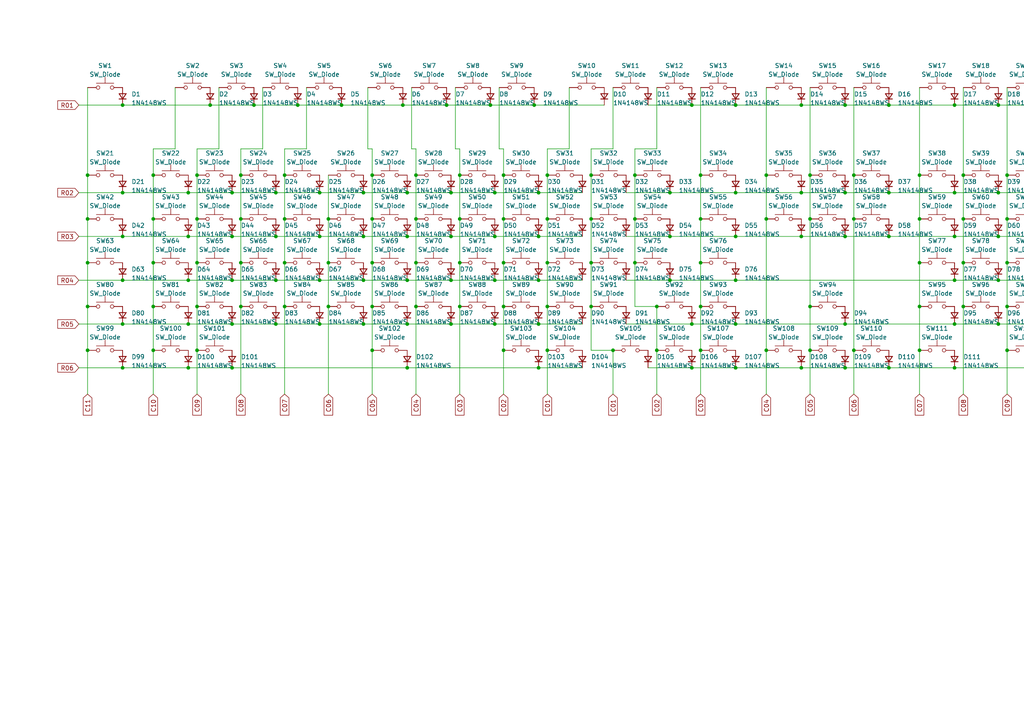
<source format=kicad_sch>
(kicad_sch (version 20210621) (generator eeschema)
  (paper "A4")
  (junction (at -158.75 154.94) (diameter 0.9144))
  (junction (at -151.13 154.94) (diameter 0.9144))
  (junction (at -135.89 116.84) (diameter 0.9144))
  (junction (at -135.89 129.54) (diameter 0.9144))
  (junction (at -135.89 137.16) (diameter 0.9144))
  (junction (at -69.85 118.11) (diameter 0.9144))
  (junction (at -57.15 114.3) (diameter 0.9144))
  (junction (at -57.15 121.92) (diameter 0.9144))
  (junction (at -27.94 194.31) (diameter 0.9144))
  (junction (at -25.4 102.87) (diameter 0.9144))
  (junction (at 25.4 50.8) (diameter 0.9144))
  (junction (at 25.4 63.5) (diameter 0.9144))
  (junction (at 25.4 76.2) (diameter 0.9144))
  (junction (at 25.4 88.9) (diameter 0.9144))
  (junction (at 25.4 101.6) (diameter 0.9144))
  (junction (at 35.56 30.48) (diameter 0.9144))
  (junction (at 35.56 55.88) (diameter 0.9144))
  (junction (at 35.56 68.58) (diameter 0.9144))
  (junction (at 35.56 81.28) (diameter 0.9144))
  (junction (at 35.56 93.98) (diameter 0.9144))
  (junction (at 35.56 106.68) (diameter 0.9144))
  (junction (at 44.45 50.8) (diameter 0.9144))
  (junction (at 44.45 63.5) (diameter 0.9144))
  (junction (at 44.45 76.2) (diameter 0.9144))
  (junction (at 44.45 88.9) (diameter 0.9144))
  (junction (at 44.45 101.6) (diameter 0.9144))
  (junction (at 54.61 55.88) (diameter 0.9144))
  (junction (at 54.61 68.58) (diameter 0.9144))
  (junction (at 54.61 81.28) (diameter 0.9144))
  (junction (at 54.61 93.98) (diameter 0.9144))
  (junction (at 54.61 106.68) (diameter 0.9144))
  (junction (at 57.15 50.8) (diameter 0.9144))
  (junction (at 57.15 63.5) (diameter 0.9144))
  (junction (at 57.15 76.2) (diameter 0.9144))
  (junction (at 57.15 88.9) (diameter 0.9144))
  (junction (at 57.15 101.6) (diameter 0.9144))
  (junction (at 60.96 30.48) (diameter 0.9144))
  (junction (at 62.23 372.11) (diameter 0.9144))
  (junction (at 67.31 55.88) (diameter 0.9144))
  (junction (at 67.31 68.58) (diameter 0.9144))
  (junction (at 67.31 81.28) (diameter 0.9144))
  (junction (at 67.31 93.98) (diameter 0.9144))
  (junction (at 67.31 106.68) (diameter 0.9144))
  (junction (at 69.85 50.8) (diameter 0.9144))
  (junction (at 69.85 63.5) (diameter 0.9144))
  (junction (at 69.85 76.2) (diameter 0.9144))
  (junction (at 69.85 88.9) (diameter 0.9144))
  (junction (at 73.66 30.48) (diameter 0.9144))
  (junction (at 80.01 55.88) (diameter 0.9144))
  (junction (at 80.01 68.58) (diameter 0.9144))
  (junction (at 80.01 81.28) (diameter 0.9144))
  (junction (at 80.01 93.98) (diameter 0.9144))
  (junction (at 82.55 50.8) (diameter 0.9144))
  (junction (at 82.55 63.5) (diameter 0.9144))
  (junction (at 82.55 76.2) (diameter 0.9144))
  (junction (at 82.55 88.9) (diameter 0.9144))
  (junction (at 86.36 30.48) (diameter 0.9144))
  (junction (at 92.71 55.88) (diameter 0.9144))
  (junction (at 92.71 68.58) (diameter 0.9144))
  (junction (at 92.71 81.28) (diameter 0.9144))
  (junction (at 92.71 93.98) (diameter 0.9144))
  (junction (at 95.25 63.5) (diameter 0.9144))
  (junction (at 95.25 76.2) (diameter 0.9144))
  (junction (at 95.25 88.9) (diameter 0.9144))
  (junction (at 99.06 30.48) (diameter 0.9144))
  (junction (at 105.41 55.88) (diameter 0.9144))
  (junction (at 105.41 68.58) (diameter 0.9144))
  (junction (at 105.41 81.28) (diameter 0.9144))
  (junction (at 105.41 93.98) (diameter 0.9144))
  (junction (at 107.95 50.8) (diameter 0.9144))
  (junction (at 107.95 63.5) (diameter 0.9144))
  (junction (at 107.95 76.2) (diameter 0.9144))
  (junction (at 107.95 88.9) (diameter 0.9144))
  (junction (at 107.95 101.6) (diameter 0.9144))
  (junction (at 116.84 30.48) (diameter 0.9144))
  (junction (at 118.11 55.88) (diameter 0.9144))
  (junction (at 118.11 68.58) (diameter 0.9144))
  (junction (at 118.11 81.28) (diameter 0.9144))
  (junction (at 118.11 93.98) (diameter 0.9144))
  (junction (at 118.11 106.68) (diameter 0.9144))
  (junction (at 120.65 50.8) (diameter 0.9144))
  (junction (at 120.65 63.5) (diameter 0.9144))
  (junction (at 120.65 76.2) (diameter 0.9144))
  (junction (at 120.65 88.9) (diameter 0.9144))
  (junction (at 129.54 30.48) (diameter 0.9144))
  (junction (at 130.81 55.88) (diameter 0.9144))
  (junction (at 130.81 68.58) (diameter 0.9144))
  (junction (at 130.81 81.28) (diameter 0.9144))
  (junction (at 130.81 93.98) (diameter 0.9144))
  (junction (at 133.35 50.8) (diameter 0.9144))
  (junction (at 133.35 63.5) (diameter 0.9144))
  (junction (at 133.35 76.2) (diameter 0.9144))
  (junction (at 133.35 88.9) (diameter 0.9144))
  (junction (at 142.24 30.48) (diameter 0.9144))
  (junction (at 143.51 55.88) (diameter 0.9144))
  (junction (at 143.51 68.58) (diameter 0.9144))
  (junction (at 143.51 81.28) (diameter 0.9144))
  (junction (at 143.51 93.98) (diameter 0.9144))
  (junction (at 146.05 50.8) (diameter 0.9144))
  (junction (at 146.05 63.5) (diameter 0.9144))
  (junction (at 146.05 76.2) (diameter 0.9144))
  (junction (at 146.05 88.9) (diameter 0.9144))
  (junction (at 146.05 101.6) (diameter 0.9144))
  (junction (at 154.94 30.48) (diameter 0.9144))
  (junction (at 156.21 55.88) (diameter 0.9144))
  (junction (at 156.21 68.58) (diameter 0.9144))
  (junction (at 156.21 81.28) (diameter 0.9144))
  (junction (at 156.21 93.98) (diameter 0.9144))
  (junction (at 156.21 106.68) (diameter 0.9144))
  (junction (at 158.75 50.8) (diameter 0.9144))
  (junction (at 158.75 63.5) (diameter 0.9144))
  (junction (at 158.75 76.2) (diameter 0.9144))
  (junction (at 158.75 88.9) (diameter 0.9144))
  (junction (at 158.75 101.6) (diameter 0.9144))
  (junction (at 171.45 50.8) (diameter 0.9144))
  (junction (at 171.45 63.5) (diameter 0.9144))
  (junction (at 171.45 76.2) (diameter 0.9144))
  (junction (at 171.45 88.9) (diameter 0.9144))
  (junction (at 177.8 101.6) (diameter 0.9144))
  (junction (at 184.15 50.8) (diameter 0.9144))
  (junction (at 184.15 63.5) (diameter 0.9144))
  (junction (at 184.15 76.2) (diameter 0.9144))
  (junction (at 190.5 88.9) (diameter 0.9144))
  (junction (at 190.5 101.6) (diameter 0.9144))
  (junction (at 194.31 55.88) (diameter 0.9144))
  (junction (at 194.31 68.58) (diameter 0.9144))
  (junction (at 194.31 81.28) (diameter 0.9144))
  (junction (at 200.66 30.48) (diameter 0.9144))
  (junction (at 200.66 93.98) (diameter 0.9144))
  (junction (at 200.66 106.68) (diameter 0.9144))
  (junction (at 203.2 50.8) (diameter 0.9144))
  (junction (at 203.2 63.5) (diameter 0.9144))
  (junction (at 203.2 76.2) (diameter 0.9144))
  (junction (at 203.2 88.9) (diameter 0.9144))
  (junction (at 203.2 101.6) (diameter 0.9144))
  (junction (at 213.36 30.48) (diameter 0.9144))
  (junction (at 213.36 55.88) (diameter 0.9144))
  (junction (at 213.36 68.58) (diameter 0.9144))
  (junction (at 213.36 81.28) (diameter 0.9144))
  (junction (at 213.36 93.98) (diameter 0.9144))
  (junction (at 213.36 106.68) (diameter 0.9144))
  (junction (at 222.25 50.8) (diameter 0.9144))
  (junction (at 222.25 63.5) (diameter 0.9144))
  (junction (at 222.25 101.6) (diameter 0.9144))
  (junction (at 232.41 30.48) (diameter 0.9144))
  (junction (at 232.41 55.88) (diameter 0.9144))
  (junction (at 232.41 68.58) (diameter 0.9144))
  (junction (at 232.41 106.68) (diameter 0.9144))
  (junction (at 234.95 50.8) (diameter 0.9144))
  (junction (at 234.95 63.5) (diameter 0.9144))
  (junction (at 234.95 88.9) (diameter 0.9144))
  (junction (at 234.95 101.6) (diameter 0.9144))
  (junction (at 245.11 30.48) (diameter 0.9144))
  (junction (at 245.11 55.88) (diameter 0.9144))
  (junction (at 245.11 68.58) (diameter 0.9144))
  (junction (at 245.11 93.98) (diameter 0.9144))
  (junction (at 245.11 106.68) (diameter 0.9144))
  (junction (at 247.65 50.8) (diameter 0.9144))
  (junction (at 247.65 63.5) (diameter 0.9144))
  (junction (at 247.65 101.6) (diameter 0.9144))
  (junction (at 257.81 30.48) (diameter 0.9144))
  (junction (at 257.81 55.88) (diameter 0.9144))
  (junction (at 257.81 68.58) (diameter 0.9144))
  (junction (at 257.81 106.68) (diameter 0.9144))
  (junction (at 266.7 50.8) (diameter 0.9144))
  (junction (at 266.7 63.5) (diameter 0.9144))
  (junction (at 266.7 76.2) (diameter 0.9144))
  (junction (at 266.7 88.9) (diameter 0.9144))
  (junction (at 266.7 101.6) (diameter 0.9144))
  (junction (at 276.86 30.48) (diameter 0.9144))
  (junction (at 276.86 55.88) (diameter 0.9144))
  (junction (at 276.86 68.58) (diameter 0.9144))
  (junction (at 276.86 81.28) (diameter 0.9144))
  (junction (at 276.86 93.98) (diameter 0.9144))
  (junction (at 276.86 106.68) (diameter 0.9144))
  (junction (at 279.4 50.8) (diameter 0.9144))
  (junction (at 279.4 63.5) (diameter 0.9144))
  (junction (at 279.4 76.2) (diameter 0.9144))
  (junction (at 279.4 88.9) (diameter 0.9144))
  (junction (at 289.56 30.48) (diameter 0.9144))
  (junction (at 289.56 55.88) (diameter 0.9144))
  (junction (at 289.56 68.58) (diameter 0.9144))
  (junction (at 289.56 81.28) (diameter 0.9144))
  (junction (at 289.56 93.98) (diameter 0.9144))
  (junction (at 292.1 50.8) (diameter 0.9144))
  (junction (at 292.1 63.5) (diameter 0.9144))
  (junction (at 292.1 76.2) (diameter 0.9144))
  (junction (at 292.1 88.9) (diameter 0.9144))
  (junction (at 292.1 101.6) (diameter 0.9144))
  (junction (at 302.26 30.48) (diameter 0.9144))
  (junction (at 302.26 55.88) (diameter 0.9144))
  (junction (at 302.26 68.58) (diameter 0.9144))
  (junction (at 302.26 81.28) (diameter 0.9144))
  (junction (at 302.26 93.98) (diameter 0.9144))
  (junction (at 302.26 106.68) (diameter 0.9144))
  (junction (at 304.8 50.8) (diameter 0.9144))
  (junction (at 304.8 63.5) (diameter 0.9144))
  (junction (at 304.8 88.9) (diameter 0.9144))
  (junction (at 314.96 30.48) (diameter 0.9144))
  (junction (at 314.96 55.88) (diameter 0.9144))
  (junction (at 314.96 68.58) (diameter 0.9144))
  (junction (at 314.96 93.98) (diameter 0.9144))
  (junction (at 342.9 262.89) (diameter 0.9144))
  (junction (at 355.6 259.08) (diameter 0.9144))
  (junction (at 355.6 266.7) (diameter 0.9144))
  (junction (at 384.81 339.09) (diameter 0.9144))
  (junction (at 387.35 247.65) (diameter 0.9144))
  (junction (at 388.62 198.12) (diameter 0.9144))
  (junction (at 403.86 172.72) (diameter 0.9144))
  (junction (at 403.86 180.34) (diameter 0.9144))
  (no_connect (at -135.89 144.78))
  (no_connect (at -135.89 147.32))
  (no_connect (at -96.52 232.41))
  (no_connect (at -40.64 110.49))
  (no_connect (at -40.64 125.73))
  (no_connect (at -10.16 163.83))
  (no_connect (at -10.16 166.37))
  (no_connect (at 372.11 255.27))
  (no_connect (at 372.11 270.51))
  (no_connect (at 402.59 285.75))
  (no_connect (at 402.59 288.29))
  (no_connect (at 402.59 290.83))
  (no_connect (at 402.59 293.37))
  (no_connect (at 402.59 295.91))
  (no_connect (at 402.59 298.45))
  (no_connect (at 402.59 308.61))
  (no_connect (at 402.59 311.15))
  (no_connect (at 402.59 316.23))
  (no_connect (at 402.59 318.77))
  (no_connect (at 402.59 321.31))
  (no_connect (at 402.59 323.85))
  (no_connect (at 402.59 326.39))
  (no_connect (at 403.86 187.96))
  (no_connect (at 403.86 190.5))
  (wire (pts (xy -158.75 154.94) (xy -151.13 154.94)))
  (wire (pts (xy -135.89 129.54) (xy -135.89 132.08)))
  (wire (pts (xy -135.89 134.62) (xy -135.89 137.16)))
  (wire (pts (xy -113.03 288.29) (xy -111.76 288.29)))
  (wire (pts (xy -113.03 316.23) (xy -113.03 288.29)))
  (wire (pts (xy -113.03 344.17) (xy -113.03 372.11)))
  (wire (pts (xy -113.03 372.11) (xy -111.76 372.11)))
  (wire (pts (xy -111.76 316.23) (xy -113.03 316.23)))
  (wire (pts (xy -111.76 344.17) (xy -113.03 344.17)))
  (wire (pts (xy -69.85 114.3) (xy -69.85 118.11)))
  (wire (pts (xy -69.85 118.11) (xy -69.85 121.92)))
  (wire (pts (xy -69.85 121.92) (xy -67.31 121.92)))
  (wire (pts (xy -67.31 114.3) (xy -69.85 114.3)))
  (wire (pts (xy -62.23 114.3) (xy -57.15 114.3)))
  (wire (pts (xy -57.15 114.3) (xy -44.45 114.3)))
  (wire (pts (xy -57.15 121.92) (xy -62.23 121.92)))
  (wire (pts (xy -45.72 143.51) (xy -45.72 146.05)))
  (wire (pts (xy -44.45 114.3) (xy -44.45 115.57)))
  (wire (pts (xy -44.45 115.57) (xy -40.64 115.57)))
  (wire (pts (xy -44.45 120.65) (xy -44.45 121.92)))
  (wire (pts (xy -44.45 121.92) (xy -57.15 121.92)))
  (wire (pts (xy -40.64 120.65) (xy -44.45 120.65)))
  (wire (pts (xy -40.64 143.51) (xy -45.72 143.51)))
  (wire (pts (xy -27.94 102.87) (xy -25.4 102.87)))
  (wire (pts (xy -27.94 194.31) (xy -25.4 194.31)))
  (wire (pts (xy -25.4 102.87) (xy -22.86 102.87)))
  (wire (pts (xy 22.86 30.48) (xy 35.56 30.48)))
  (wire (pts (xy 22.86 55.88) (xy 35.56 55.88)))
  (wire (pts (xy 22.86 68.58) (xy 35.56 68.58)))
  (wire (pts (xy 22.86 81.28) (xy 35.56 81.28)))
  (wire (pts (xy 22.86 93.98) (xy 35.56 93.98)))
  (wire (pts (xy 22.86 106.68) (xy 35.56 106.68)))
  (wire (pts (xy 25.4 25.4) (xy 25.4 50.8)))
  (wire (pts (xy 25.4 50.8) (xy 25.4 63.5)))
  (wire (pts (xy 25.4 63.5) (xy 25.4 76.2)))
  (wire (pts (xy 25.4 76.2) (xy 25.4 88.9)))
  (wire (pts (xy 25.4 88.9) (xy 25.4 101.6)))
  (wire (pts (xy 25.4 101.6) (xy 25.4 114.3)))
  (wire (pts (xy 25.4 372.11) (xy 62.23 372.11)))
  (wire (pts (xy 35.56 30.48) (xy 60.96 30.48)))
  (wire (pts (xy 35.56 55.88) (xy 54.61 55.88)))
  (wire (pts (xy 35.56 68.58) (xy 54.61 68.58)))
  (wire (pts (xy 35.56 81.28) (xy 54.61 81.28)))
  (wire (pts (xy 35.56 93.98) (xy 54.61 93.98)))
  (wire (pts (xy 35.56 106.68) (xy 54.61 106.68)))
  (wire (pts (xy 44.45 43.18) (xy 44.45 50.8)))
  (wire (pts (xy 44.45 50.8) (xy 44.45 63.5)))
  (wire (pts (xy 44.45 63.5) (xy 44.45 76.2)))
  (wire (pts (xy 44.45 76.2) (xy 44.45 88.9)))
  (wire (pts (xy 44.45 88.9) (xy 44.45 101.6)))
  (wire (pts (xy 44.45 101.6) (xy 44.45 114.3)))
  (wire (pts (xy 50.8 25.4) (xy 50.8 43.18)))
  (wire (pts (xy 50.8 43.18) (xy 44.45 43.18)))
  (wire (pts (xy 54.61 55.88) (xy 67.31 55.88)))
  (wire (pts (xy 54.61 68.58) (xy 67.31 68.58)))
  (wire (pts (xy 54.61 81.28) (xy 67.31 81.28)))
  (wire (pts (xy 54.61 93.98) (xy 67.31 93.98)))
  (wire (pts (xy 54.61 106.68) (xy 67.31 106.68)))
  (wire (pts (xy 57.15 43.18) (xy 57.15 50.8)))
  (wire (pts (xy 57.15 50.8) (xy 57.15 63.5)))
  (wire (pts (xy 57.15 63.5) (xy 57.15 76.2)))
  (wire (pts (xy 57.15 76.2) (xy 57.15 88.9)))
  (wire (pts (xy 57.15 88.9) (xy 57.15 101.6)))
  (wire (pts (xy 57.15 101.6) (xy 57.15 114.3)))
  (wire (pts (xy 60.96 30.48) (xy 73.66 30.48)))
  (wire (pts (xy 62.23 372.11) (xy 62.23 392.43)))
  (wire (pts (xy 62.23 372.11) (xy 121.92 372.11)))
  (wire (pts (xy 63.5 25.4) (xy 63.5 43.18)))
  (wire (pts (xy 63.5 43.18) (xy 57.15 43.18)))
  (wire (pts (xy 67.31 55.88) (xy 80.01 55.88)))
  (wire (pts (xy 67.31 68.58) (xy 80.01 68.58)))
  (wire (pts (xy 67.31 81.28) (xy 80.01 81.28)))
  (wire (pts (xy 67.31 93.98) (xy 80.01 93.98)))
  (wire (pts (xy 67.31 106.68) (xy 118.11 106.68)))
  (wire (pts (xy 69.85 43.18) (xy 69.85 50.8)))
  (wire (pts (xy 69.85 50.8) (xy 69.85 63.5)))
  (wire (pts (xy 69.85 63.5) (xy 69.85 76.2)))
  (wire (pts (xy 69.85 76.2) (xy 69.85 88.9)))
  (wire (pts (xy 69.85 88.9) (xy 69.85 114.3)))
  (wire (pts (xy 73.66 30.48) (xy 86.36 30.48)))
  (wire (pts (xy 73.66 392.43) (xy 62.23 392.43)))
  (wire (pts (xy 76.2 25.4) (xy 76.2 43.18)))
  (wire (pts (xy 76.2 43.18) (xy 69.85 43.18)))
  (wire (pts (xy 80.01 55.88) (xy 92.71 55.88)))
  (wire (pts (xy 80.01 68.58) (xy 92.71 68.58)))
  (wire (pts (xy 80.01 81.28) (xy 92.71 81.28)))
  (wire (pts (xy 80.01 93.98) (xy 92.71 93.98)))
  (wire (pts (xy 82.55 43.18) (xy 82.55 50.8)))
  (wire (pts (xy 82.55 50.8) (xy 82.55 63.5)))
  (wire (pts (xy 82.55 63.5) (xy 82.55 76.2)))
  (wire (pts (xy 82.55 76.2) (xy 82.55 88.9)))
  (wire (pts (xy 82.55 88.9) (xy 82.55 114.3)))
  (wire (pts (xy 86.36 30.48) (xy 99.06 30.48)))
  (wire (pts (xy 88.9 25.4) (xy 88.9 43.18)))
  (wire (pts (xy 88.9 43.18) (xy 82.55 43.18)))
  (wire (pts (xy 92.71 55.88) (xy 105.41 55.88)))
  (wire (pts (xy 92.71 68.58) (xy 105.41 68.58)))
  (wire (pts (xy 92.71 81.28) (xy 105.41 81.28)))
  (wire (pts (xy 92.71 93.98) (xy 105.41 93.98)))
  (wire (pts (xy 95.25 50.8) (xy 95.25 63.5)))
  (wire (pts (xy 95.25 63.5) (xy 95.25 76.2)))
  (wire (pts (xy 95.25 76.2) (xy 95.25 88.9)))
  (wire (pts (xy 95.25 88.9) (xy 95.25 114.3)))
  (wire (pts (xy 99.06 30.48) (xy 116.84 30.48)))
  (wire (pts (xy 101.6 260.35) (xy 101.6 288.29)))
  (wire (pts (xy 101.6 316.23) (xy 101.6 344.17)))
  (wire (pts (xy 105.41 55.88) (xy 118.11 55.88)))
  (wire (pts (xy 105.41 68.58) (xy 118.11 68.58)))
  (wire (pts (xy 105.41 81.28) (xy 118.11 81.28)))
  (wire (pts (xy 105.41 93.98) (xy 118.11 93.98)))
  (wire (pts (xy 106.68 25.4) (xy 106.68 43.18)))
  (wire (pts (xy 106.68 43.18) (xy 107.95 43.18)))
  (wire (pts (xy 107.95 43.18) (xy 107.95 50.8)))
  (wire (pts (xy 107.95 50.8) (xy 107.95 63.5)))
  (wire (pts (xy 107.95 63.5) (xy 107.95 76.2)))
  (wire (pts (xy 107.95 76.2) (xy 107.95 88.9)))
  (wire (pts (xy 107.95 88.9) (xy 107.95 101.6)))
  (wire (pts (xy 107.95 101.6) (xy 107.95 114.3)))
  (wire (pts (xy 116.84 30.48) (xy 129.54 30.48)))
  (wire (pts (xy 118.11 55.88) (xy 130.81 55.88)))
  (wire (pts (xy 118.11 68.58) (xy 130.81 68.58)))
  (wire (pts (xy 118.11 81.28) (xy 130.81 81.28)))
  (wire (pts (xy 118.11 93.98) (xy 130.81 93.98)))
  (wire (pts (xy 118.11 106.68) (xy 156.21 106.68)))
  (wire (pts (xy 119.38 25.4) (xy 119.38 43.18)))
  (wire (pts (xy 119.38 43.18) (xy 120.65 43.18)))
  (wire (pts (xy 120.65 43.18) (xy 120.65 50.8)))
  (wire (pts (xy 120.65 50.8) (xy 120.65 63.5)))
  (wire (pts (xy 120.65 63.5) (xy 120.65 76.2)))
  (wire (pts (xy 120.65 76.2) (xy 120.65 88.9)))
  (wire (pts (xy 120.65 88.9) (xy 120.65 114.3)))
  (wire (pts (xy 121.92 232.41) (xy 121.92 260.35)))
  (wire (pts (xy 121.92 288.29) (xy 121.92 344.17)))
  (wire (pts (xy 121.92 344.17) (xy 137.16 344.17)))
  (wire (pts (xy 129.54 30.48) (xy 142.24 30.48)))
  (wire (pts (xy 130.81 55.88) (xy 143.51 55.88)))
  (wire (pts (xy 130.81 68.58) (xy 143.51 68.58)))
  (wire (pts (xy 130.81 81.28) (xy 143.51 81.28)))
  (wire (pts (xy 130.81 93.98) (xy 143.51 93.98)))
  (wire (pts (xy 132.08 25.4) (xy 132.08 43.18)))
  (wire (pts (xy 132.08 43.18) (xy 133.35 43.18)))
  (wire (pts (xy 133.35 43.18) (xy 133.35 50.8)))
  (wire (pts (xy 133.35 50.8) (xy 133.35 63.5)))
  (wire (pts (xy 133.35 63.5) (xy 133.35 76.2)))
  (wire (pts (xy 133.35 76.2) (xy 133.35 88.9)))
  (wire (pts (xy 133.35 88.9) (xy 133.35 114.3)))
  (wire (pts (xy 142.24 30.48) (xy 154.94 30.48)))
  (wire (pts (xy 143.51 55.88) (xy 156.21 55.88)))
  (wire (pts (xy 143.51 68.58) (xy 156.21 68.58)))
  (wire (pts (xy 143.51 81.28) (xy 156.21 81.28)))
  (wire (pts (xy 143.51 93.98) (xy 156.21 93.98)))
  (wire (pts (xy 144.78 25.4) (xy 144.78 43.18)))
  (wire (pts (xy 146.05 43.18) (xy 144.78 43.18)))
  (wire (pts (xy 146.05 43.18) (xy 146.05 50.8)))
  (wire (pts (xy 146.05 50.8) (xy 146.05 63.5)))
  (wire (pts (xy 146.05 63.5) (xy 146.05 76.2)))
  (wire (pts (xy 146.05 76.2) (xy 146.05 88.9)))
  (wire (pts (xy 146.05 88.9) (xy 146.05 101.6)))
  (wire (pts (xy 146.05 101.6) (xy 146.05 114.3)))
  (wire (pts (xy 154.94 30.48) (xy 175.26 30.48)))
  (wire (pts (xy 156.21 55.88) (xy 168.91 55.88)))
  (wire (pts (xy 156.21 68.58) (xy 168.91 68.58)))
  (wire (pts (xy 156.21 81.28) (xy 168.91 81.28)))
  (wire (pts (xy 156.21 93.98) (xy 168.91 93.98)))
  (wire (pts (xy 156.21 106.68) (xy 168.91 106.68)))
  (wire (pts (xy 158.75 43.18) (xy 158.75 50.8)))
  (wire (pts (xy 158.75 50.8) (xy 158.75 63.5)))
  (wire (pts (xy 158.75 63.5) (xy 158.75 76.2)))
  (wire (pts (xy 158.75 76.2) (xy 158.75 88.9)))
  (wire (pts (xy 158.75 88.9) (xy 158.75 101.6)))
  (wire (pts (xy 158.75 101.6) (xy 158.75 114.3)))
  (wire (pts (xy 165.1 25.4) (xy 165.1 43.18)))
  (wire (pts (xy 165.1 43.18) (xy 158.75 43.18)))
  (wire (pts (xy 167.64 232.41) (xy 191.77 232.41)))
  (wire (pts (xy 167.64 260.35) (xy 168.91 260.35)))
  (wire (pts (xy 167.64 372.11) (xy 168.91 372.11)))
  (wire (pts (xy 168.91 260.35) (xy 168.91 288.29)))
  (wire (pts (xy 168.91 288.29) (xy 167.64 288.29)))
  (wire (pts (xy 168.91 344.17) (xy 152.4 344.17)))
  (wire (pts (xy 168.91 372.11) (xy 168.91 344.17)))
  (wire (pts (xy 171.45 43.18) (xy 171.45 50.8)))
  (wire (pts (xy 171.45 50.8) (xy 171.45 63.5)))
  (wire (pts (xy 171.45 63.5) (xy 171.45 76.2)))
  (wire (pts (xy 171.45 76.2) (xy 171.45 88.9)))
  (wire (pts (xy 171.45 88.9) (xy 171.45 101.6)))
  (wire (pts (xy 171.45 101.6) (xy 177.8 101.6)))
  (wire (pts (xy 177.8 25.4) (xy 177.8 43.18)))
  (wire (pts (xy 177.8 43.18) (xy 171.45 43.18)))
  (wire (pts (xy 177.8 101.6) (xy 177.8 114.3)))
  (wire (pts (xy 181.61 55.88) (xy 194.31 55.88)))
  (wire (pts (xy 181.61 68.58) (xy 194.31 68.58)))
  (wire (pts (xy 181.61 81.28) (xy 194.31 81.28)))
  (wire (pts (xy 181.61 93.98) (xy 200.66 93.98)))
  (wire (pts (xy 184.15 43.18) (xy 184.15 50.8)))
  (wire (pts (xy 184.15 50.8) (xy 184.15 63.5)))
  (wire (pts (xy 184.15 63.5) (xy 184.15 76.2)))
  (wire (pts (xy 184.15 76.2) (xy 184.15 88.9)))
  (wire (pts (xy 184.15 88.9) (xy 190.5 88.9)))
  (wire (pts (xy 187.96 30.48) (xy 200.66 30.48)))
  (wire (pts (xy 187.96 106.68) (xy 200.66 106.68)))
  (wire (pts (xy 190.5 25.4) (xy 190.5 43.18)))
  (wire (pts (xy 190.5 43.18) (xy 184.15 43.18)))
  (wire (pts (xy 190.5 88.9) (xy 190.5 101.6)))
  (wire (pts (xy 190.5 101.6) (xy 190.5 114.3)))
  (wire (pts (xy 190.5 260.35) (xy 191.77 260.35)))
  (wire (pts (xy 190.5 288.29) (xy 190.5 260.35)))
  (wire (pts (xy 190.5 316.23) (xy 190.5 344.17)))
  (wire (pts (xy 190.5 344.17) (xy 191.77 344.17)))
  (wire (pts (xy 191.77 288.29) (xy 190.5 288.29)))
  (wire (pts (xy 191.77 316.23) (xy 190.5 316.23)))
  (wire (pts (xy 194.31 55.88) (xy 213.36 55.88)))
  (wire (pts (xy 194.31 68.58) (xy 213.36 68.58)))
  (wire (pts (xy 194.31 81.28) (xy 213.36 81.28)))
  (wire (pts (xy 200.66 30.48) (xy 213.36 30.48)))
  (wire (pts (xy 200.66 93.98) (xy 213.36 93.98)))
  (wire (pts (xy 200.66 106.68) (xy 213.36 106.68)))
  (wire (pts (xy 203.2 25.4) (xy 203.2 50.8)))
  (wire (pts (xy 203.2 50.8) (xy 203.2 63.5)))
  (wire (pts (xy 203.2 63.5) (xy 203.2 76.2)))
  (wire (pts (xy 203.2 76.2) (xy 203.2 88.9)))
  (wire (pts (xy 203.2 88.9) (xy 203.2 101.6)))
  (wire (pts (xy 203.2 101.6) (xy 203.2 114.3)))
  (wire (pts (xy 213.36 30.48) (xy 232.41 30.48)))
  (wire (pts (xy 213.36 55.88) (xy 232.41 55.88)))
  (wire (pts (xy 213.36 68.58) (xy 232.41 68.58)))
  (wire (pts (xy 213.36 81.28) (xy 276.86 81.28)))
  (wire (pts (xy 213.36 93.98) (xy 245.11 93.98)))
  (wire (pts (xy 213.36 106.68) (xy 232.41 106.68)))
  (wire (pts (xy 222.25 25.4) (xy 222.25 50.8)))
  (wire (pts (xy 222.25 50.8) (xy 222.25 63.5)))
  (wire (pts (xy 222.25 63.5) (xy 222.25 101.6)))
  (wire (pts (xy 222.25 101.6) (xy 222.25 114.3)))
  (wire (pts (xy 232.41 30.48) (xy 245.11 30.48)))
  (wire (pts (xy 232.41 55.88) (xy 245.11 55.88)))
  (wire (pts (xy 232.41 68.58) (xy 245.11 68.58)))
  (wire (pts (xy 232.41 106.68) (xy 245.11 106.68)))
  (wire (pts (xy 234.95 25.4) (xy 234.95 50.8)))
  (wire (pts (xy 234.95 50.8) (xy 234.95 63.5)))
  (wire (pts (xy 234.95 63.5) (xy 234.95 88.9)))
  (wire (pts (xy 234.95 88.9) (xy 234.95 101.6)))
  (wire (pts (xy 234.95 101.6) (xy 234.95 114.3)))
  (wire (pts (xy 245.11 30.48) (xy 257.81 30.48)))
  (wire (pts (xy 245.11 55.88) (xy 257.81 55.88)))
  (wire (pts (xy 245.11 68.58) (xy 257.81 68.58)))
  (wire (pts (xy 245.11 93.98) (xy 276.86 93.98)))
  (wire (pts (xy 245.11 106.68) (xy 257.81 106.68)))
  (wire (pts (xy 247.65 25.4) (xy 247.65 50.8)))
  (wire (pts (xy 247.65 50.8) (xy 247.65 63.5)))
  (wire (pts (xy 247.65 63.5) (xy 247.65 101.6)))
  (wire (pts (xy 247.65 101.6) (xy 247.65 114.3)))
  (wire (pts (xy 252.73 232.41) (xy 252.73 260.35)))
  (wire (pts (xy 252.73 288.29) (xy 252.73 316.23)))
  (wire (pts (xy 252.73 316.23) (xy 237.49 316.23)))
  (wire (pts (xy 252.73 344.17) (xy 252.73 372.11)))
  (wire (pts (xy 252.73 372.11) (xy 237.49 372.11)))
  (wire (pts (xy 257.81 30.48) (xy 276.86 30.48)))
  (wire (pts (xy 257.81 55.88) (xy 276.86 55.88)))
  (wire (pts (xy 257.81 68.58) (xy 276.86 68.58)))
  (wire (pts (xy 257.81 106.68) (xy 276.86 106.68)))
  (wire (pts (xy 266.7 25.4) (xy 266.7 50.8)))
  (wire (pts (xy 266.7 50.8) (xy 266.7 63.5)))
  (wire (pts (xy 266.7 63.5) (xy 266.7 76.2)))
  (wire (pts (xy 266.7 76.2) (xy 266.7 88.9)))
  (wire (pts (xy 266.7 88.9) (xy 266.7 101.6)))
  (wire (pts (xy 266.7 101.6) (xy 266.7 114.3)))
  (wire (pts (xy 276.86 30.48) (xy 289.56 30.48)))
  (wire (pts (xy 276.86 55.88) (xy 289.56 55.88)))
  (wire (pts (xy 276.86 68.58) (xy 289.56 68.58)))
  (wire (pts (xy 276.86 81.28) (xy 289.56 81.28)))
  (wire (pts (xy 276.86 93.98) (xy 289.56 93.98)))
  (wire (pts (xy 276.86 106.68) (xy 302.26 106.68)))
  (wire (pts (xy 279.4 25.4) (xy 279.4 50.8)))
  (wire (pts (xy 279.4 50.8) (xy 279.4 63.5)))
  (wire (pts (xy 279.4 63.5) (xy 279.4 76.2)))
  (wire (pts (xy 279.4 76.2) (xy 279.4 88.9)))
  (wire (pts (xy 279.4 88.9) (xy 279.4 114.3)))
  (wire (pts (xy 289.56 30.48) (xy 302.26 30.48)))
  (wire (pts (xy 289.56 55.88) (xy 302.26 55.88)))
  (wire (pts (xy 289.56 68.58) (xy 302.26 68.58)))
  (wire (pts (xy 289.56 81.28) (xy 302.26 81.28)))
  (wire (pts (xy 289.56 93.98) (xy 302.26 93.98)))
  (wire (pts (xy 292.1 25.4) (xy 292.1 50.8)))
  (wire (pts (xy 292.1 50.8) (xy 292.1 63.5)))
  (wire (pts (xy 292.1 63.5) (xy 292.1 76.2)))
  (wire (pts (xy 292.1 76.2) (xy 292.1 88.9)))
  (wire (pts (xy 292.1 88.9) (xy 292.1 101.6)))
  (wire (pts (xy 292.1 101.6) (xy 292.1 114.3)))
  (wire (pts (xy 302.26 30.48) (xy 314.96 30.48)))
  (wire (pts (xy 302.26 55.88) (xy 314.96 55.88)))
  (wire (pts (xy 302.26 68.58) (xy 314.96 68.58)))
  (wire (pts (xy 302.26 81.28) (xy 317.5 81.28)))
  (wire (pts (xy 302.26 93.98) (xy 314.96 93.98)))
  (wire (pts (xy 302.26 106.68) (xy 317.5 106.68)))
  (wire (pts (xy 304.8 25.4) (xy 304.8 50.8)))
  (wire (pts (xy 304.8 50.8) (xy 304.8 63.5)))
  (wire (pts (xy 304.8 63.5) (xy 304.8 88.9)))
  (wire (pts (xy 304.8 88.9) (xy 304.8 114.3)))
  (wire (pts (xy 314.96 30.48) (xy 317.5 30.48)))
  (wire (pts (xy 314.96 55.88) (xy 317.5 55.88)))
  (wire (pts (xy 314.96 68.58) (xy 317.5 68.58)))
  (wire (pts (xy 314.96 93.98) (xy 317.5 93.98)))
  (wire (pts (xy 342.9 259.08) (xy 342.9 262.89)))
  (wire (pts (xy 342.9 262.89) (xy 342.9 266.7)))
  (wire (pts (xy 342.9 266.7) (xy 345.44 266.7)))
  (wire (pts (xy 345.44 259.08) (xy 342.9 259.08)))
  (wire (pts (xy 350.52 259.08) (xy 355.6 259.08)))
  (wire (pts (xy 355.6 259.08) (xy 368.3 259.08)))
  (wire (pts (xy 355.6 266.7) (xy 350.52 266.7)))
  (wire (pts (xy 367.03 288.29) (xy 367.03 290.83)))
  (wire (pts (xy 368.3 259.08) (xy 368.3 260.35)))
  (wire (pts (xy 368.3 260.35) (xy 372.11 260.35)))
  (wire (pts (xy 368.3 265.43) (xy 368.3 266.7)))
  (wire (pts (xy 368.3 266.7) (xy 355.6 266.7)))
  (wire (pts (xy 372.11 265.43) (xy 368.3 265.43)))
  (wire (pts (xy 372.11 288.29) (xy 367.03 288.29)))
  (wire (pts (xy 381 198.12) (xy 388.62 198.12)))
  (wire (pts (xy 384.81 247.65) (xy 387.35 247.65)))
  (wire (pts (xy 384.81 339.09) (xy 387.35 339.09)))
  (wire (pts (xy 387.35 247.65) (xy 389.89 247.65)))
  (wire (pts (xy 403.86 172.72) (xy 403.86 175.26)))
  (wire (pts (xy 403.86 177.8) (xy 403.86 180.34)))
  (global_label "D-Left" (shape input) (at -128.27 129.54 0) (property "Intersheet References" "${INTERSHEET_REFS}" (effects hide)))
  (global_label "D+Left" (shape input) (at -128.27 137.16 0) (property "Intersheet References" "${INTERSHEET_REFS}" (effects hide)))
  (global_label "SDA" (shape input) (at -111.76 260.35 180) (property "Intersheet References" "${INTERSHEET_REFS}" (effects hide)))
  (global_label "D+Left" (shape input) (at -40.64 135.89 180) (property "Intersheet References" "${INTERSHEET_REFS}" (effects hide)))
  (global_label "D-Left" (shape input) (at -40.64 138.43 180) (property "Intersheet References" "${INTERSHEET_REFS}" (effects hide)))
  (global_label "R12" (shape input) (at -10.16 110.49 0) (property "Intersheet References" "${INTERSHEET_REFS}" (effects hide)))
  (global_label "R11" (shape input) (at -10.16 113.03 0) (property "Intersheet References" "${INTERSHEET_REFS}" (effects hide)))
  (global_label "R10" (shape input) (at -10.16 115.57 0) (property "Intersheet References" "${INTERSHEET_REFS}" (effects hide)))
  (global_label "R09" (shape input) (at -10.16 118.11 0) (property "Intersheet References" "${INTERSHEET_REFS}" (effects hide)))
  (global_label "C08" (shape input) (at -10.16 120.65 0) (property "Intersheet References" "${INTERSHEET_REFS}" (effects hide)))
  (global_label "C09" (shape input) (at -10.16 123.19 0) (property "Intersheet References" "${INTERSHEET_REFS}" (effects hide)))
  (global_label "C10" (shape input) (at -10.16 125.73 0) (property "Intersheet References" "${INTERSHEET_REFS}" (effects hide)))
  (global_label "R08" (shape input) (at -10.16 128.27 0) (property "Intersheet References" "${INTERSHEET_REFS}" (effects hide)))
  (global_label "R06" (shape input) (at -10.16 133.35 0) (property "Intersheet References" "${INTERSHEET_REFS}" (effects hide)))
  (global_label "R05" (shape input) (at -10.16 135.89 0) (property "Intersheet References" "${INTERSHEET_REFS}" (effects hide)))
  (global_label "R07" (shape input) (at -10.16 140.97 0) (property "Intersheet References" "${INTERSHEET_REFS}" (effects hide)))
  (global_label "C01" (shape input) (at -10.16 143.51 0) (property "Intersheet References" "${INTERSHEET_REFS}" (effects hide)))
  (global_label "C02" (shape input) (at -10.16 146.05 0) (property "Intersheet References" "${INTERSHEET_REFS}" (effects hide)))
  (global_label "C03" (shape input) (at -10.16 148.59 0) (property "Intersheet References" "${INTERSHEET_REFS}" (effects hide)))
  (global_label "C05" (shape input) (at -10.16 151.13 0) (property "Intersheet References" "${INTERSHEET_REFS}" (effects hide)))
  (global_label "C04" (shape input) (at -10.16 153.67 0) (property "Intersheet References" "${INTERSHEET_REFS}" (effects hide)))
  (global_label "C06" (shape input) (at -10.16 156.21 0) (property "Intersheet References" "${INTERSHEET_REFS}" (effects hide)))
  (global_label "C07" (shape input) (at -10.16 158.75 0) (property "Intersheet References" "${INTERSHEET_REFS}" (effects hide)))
  (global_label "SDA" (shape input) (at -10.16 171.45 0) (property "Intersheet References" "${INTERSHEET_REFS}" (effects hide)))
  (global_label "C11" (shape input) (at -10.16 173.99 0) (property "Intersheet References" "${INTERSHEET_REFS}" (effects hide)))
  (global_label "R01" (shape input) (at -10.16 176.53 0) (property "Intersheet References" "${INTERSHEET_REFS}" (effects hide)))
  (global_label "R02" (shape input) (at -10.16 179.07 0) (property "Intersheet References" "${INTERSHEET_REFS}" (effects hide)))
  (global_label "R03" (shape input) (at -10.16 181.61 0) (property "Intersheet References" "${INTERSHEET_REFS}" (effects hide)))
  (global_label "R04" (shape input) (at -10.16 184.15 0) (property "Intersheet References" "${INTERSHEET_REFS}" (effects hide)))
  (global_label "R01" (shape input) (at 22.86 30.48 180) (property "Intersheet References" "${INTERSHEET_REFS}" (effects hide)))
  (global_label "R02" (shape input) (at 22.86 55.88 180) (property "Intersheet References" "${INTERSHEET_REFS}" (effects hide)))
  (global_label "R03" (shape input) (at 22.86 68.58 180) (property "Intersheet References" "${INTERSHEET_REFS}" (effects hide)))
  (global_label "R04" (shape input) (at 22.86 81.28 180) (property "Intersheet References" "${INTERSHEET_REFS}" (effects hide)))
  (global_label "R05" (shape input) (at 22.86 93.98 180) (property "Intersheet References" "${INTERSHEET_REFS}" (effects hide)))
  (global_label "R06" (shape input) (at 22.86 106.68 180) (property "Intersheet References" "${INTERSHEET_REFS}" (effects hide)))
  (global_label "C11" (shape input) (at 25.4 114.3 270) (property "Intersheet References" "${INTERSHEET_REFS}" (effects hide)))
  (global_label "C10" (shape input) (at 44.45 114.3 270) (property "Intersheet References" "${INTERSHEET_REFS}" (effects hide)))
  (global_label "C09" (shape input) (at 57.15 114.3 270) (property "Intersheet References" "${INTERSHEET_REFS}" (effects hide)))
  (global_label "C08" (shape input) (at 69.85 114.3 270) (property "Intersheet References" "${INTERSHEET_REFS}" (effects hide)))
  (global_label "F-KEY-SDA" (shape input) (at 81.28 392.43 0) (property "Intersheet References" "${INTERSHEET_REFS}" (effects hide)))
  (global_label "C07" (shape input) (at 82.55 114.3 270) (property "Intersheet References" "${INTERSHEET_REFS}" (effects hide)))
  (global_label "C06" (shape input) (at 95.25 114.3 270) (property "Intersheet References" "${INTERSHEET_REFS}" (effects hide)))
  (global_label "F-KEY-SDA" (shape input) (at 101.6 232.41 0) (property "Intersheet References" "${INTERSHEET_REFS}" (effects hide)))
  (global_label "C05" (shape input) (at 107.95 114.3 270) (property "Intersheet References" "${INTERSHEET_REFS}" (effects hide)))
  (global_label "C04" (shape input) (at 120.65 114.3 270) (property "Intersheet References" "${INTERSHEET_REFS}" (effects hide)))
  (global_label "C03" (shape input) (at 133.35 114.3 270) (property "Intersheet References" "${INTERSHEET_REFS}" (effects hide)))
  (global_label "C02" (shape input) (at 146.05 114.3 270) (property "Intersheet References" "${INTERSHEET_REFS}" (effects hide)))
  (global_label "C01" (shape input) (at 158.75 114.3 270) (property "Intersheet References" "${INTERSHEET_REFS}" (effects hide)))
  (global_label "C01" (shape input) (at 177.8 114.3 270) (property "Intersheet References" "${INTERSHEET_REFS}" (effects hide)))
  (global_label "C02" (shape input) (at 190.5 114.3 270) (property "Intersheet References" "${INTERSHEET_REFS}" (effects hide)))
  (global_label "C03" (shape input) (at 203.2 114.3 270) (property "Intersheet References" "${INTERSHEET_REFS}" (effects hide)))
  (global_label "F-KEY-SDA" (shape input) (at 207.01 372.11 180) (property "Intersheet References" "${INTERSHEET_REFS}" (effects hide)))
  (global_label "C04" (shape input) (at 222.25 114.3 270) (property "Intersheet References" "${INTERSHEET_REFS}" (effects hide)))
  (global_label "C05" (shape input) (at 234.95 114.3 270) (property "Intersheet References" "${INTERSHEET_REFS}" (effects hide)))
  (global_label "C06" (shape input) (at 247.65 114.3 270) (property "Intersheet References" "${INTERSHEET_REFS}" (effects hide)))
  (global_label "C07" (shape input) (at 266.7 114.3 270) (property "Intersheet References" "${INTERSHEET_REFS}" (effects hide)))
  (global_label "C08" (shape input) (at 279.4 114.3 270) (property "Intersheet References" "${INTERSHEET_REFS}" (effects hide)))
  (global_label "C09" (shape input) (at 292.1 114.3 270) (property "Intersheet References" "${INTERSHEET_REFS}" (effects hide)))
  (global_label "C10" (shape input) (at 304.8 114.3 270) (property "Intersheet References" "${INTERSHEET_REFS}" (effects hide)))
  (global_label "R07" (shape input) (at 317.5 30.48 0) (property "Intersheet References" "${INTERSHEET_REFS}" (effects hide)))
  (global_label "R08" (shape input) (at 317.5 55.88 0) (property "Intersheet References" "${INTERSHEET_REFS}" (effects hide)))
  (global_label "R09" (shape input) (at 317.5 68.58 0) (property "Intersheet References" "${INTERSHEET_REFS}" (effects hide)))
  (global_label "R10" (shape input) (at 317.5 81.28 0) (property "Intersheet References" "${INTERSHEET_REFS}" (effects hide)))
  (global_label "R11" (shape input) (at 317.5 93.98 0) (property "Intersheet References" "${INTERSHEET_REFS}" (effects hide)))
  (global_label "R12" (shape input) (at 317.5 106.68 0) (property "Intersheet References" "${INTERSHEET_REFS}" (effects hide)))
  (global_label "D+Right" (shape input) (at 372.11 280.67 180) (property "Intersheet References" "${INTERSHEET_REFS}" (effects hide)))
  (global_label "D-Right" (shape input) (at 372.11 283.21 180) (property "Intersheet References" "${INTERSHEET_REFS}" (effects hide)))
  (global_label "R08" (shape input) (at 402.59 255.27 0) (property "Intersheet References" "${INTERSHEET_REFS}" (effects hide)))
  (global_label "R09" (shape input) (at 402.59 257.81 0) (property "Intersheet References" "${INTERSHEET_REFS}" (effects hide)))
  (global_label "R10" (shape input) (at 402.59 260.35 0) (property "Intersheet References" "${INTERSHEET_REFS}" (effects hide)))
  (global_label "R11" (shape input) (at 402.59 262.89 0) (property "Intersheet References" "${INTERSHEET_REFS}" (effects hide)))
  (global_label "C07" (shape input) (at 402.59 265.43 0) (property "Intersheet References" "${INTERSHEET_REFS}" (effects hide)))
  (global_label "C06" (shape input) (at 402.59 267.97 0) (property "Intersheet References" "${INTERSHEET_REFS}" (effects hide)))
  (global_label "C05" (shape input) (at 402.59 270.51 0) (property "Intersheet References" "${INTERSHEET_REFS}" (effects hide)))
  (global_label "R12" (shape input) (at 402.59 273.05 0) (property "Intersheet References" "${INTERSHEET_REFS}" (effects hide)))
  (global_label "C04" (shape input) (at 402.59 278.13 0) (property "Intersheet References" "${INTERSHEET_REFS}" (effects hide)))
  (global_label "C10" (shape input) (at 402.59 280.67 0) (property "Intersheet References" "${INTERSHEET_REFS}" (effects hide)))
  (global_label "C09" (shape input) (at 402.59 300.99 0) (property "Intersheet References" "${INTERSHEET_REFS}" (effects hide)))
  (global_label "C08" (shape input) (at 402.59 303.53 0) (property "Intersheet References" "${INTERSHEET_REFS}" (effects hide)))
  (global_label "R07" (shape input) (at 402.59 328.93 0) (property "Intersheet References" "${INTERSHEET_REFS}" (effects hide)))
  (global_label "D-Right" (shape input) (at 411.48 172.72 0) (property "Intersheet References" "${INTERSHEET_REFS}" (effects hide)))
  (global_label "D+Right" (shape input) (at 411.48 180.34 0) (property "Intersheet References" "${INTERSHEET_REFS}" (effects hide)))
  (symbol (lib_id "power:VBUS") (at -135.89 116.84 270) (unit 1)
    (property "Reference" "#PWR0102" (effects hide))
    (property "Value" "VBUS" (at -130.81 117.4749 90) (effects (justify left)))
  )
  (symbol (lib_id "power:VBUS") (at -104.14 252.73 0) (unit 1)
    (property "Reference" "#PWR01" (effects hide))
    (property "Value" "VBUS" (at -104.14 248.92 0))
  )
  (symbol (lib_id "power:VBUS") (at -104.14 295.91 180) (unit 1)
    (property "Reference" "#PWR028" (effects hide))
    (property "Value" "VBUS" (at -104.14 299.72 0))
  )
  (symbol (lib_id "power:VBUS") (at -104.14 308.61 0) (unit 1)
    (property "Reference" "#PWR029" (effects hide))
    (property "Value" "VBUS" (at -104.14 304.8 0))
  )
  (symbol (lib_id "power:VBUS") (at -104.14 351.79 180) (unit 1)
    (property "Reference" "#PWR056" (effects hide))
    (property "Value" "VBUS" (at -104.14 355.6 0))
  )
  (symbol (lib_id "power:VBUS") (at -104.14 364.49 0) (unit 1)
    (property "Reference" "#PWR057" (effects hide))
    (property "Value" "VBUS" (at -104.14 360.68 0))
  )
  (symbol (lib_id "power:VBUS") (at -88.9 240.03 180) (unit 1)
    (property "Reference" "#PWR0117" (effects hide))
    (property "Value" "VBUS" (at -88.9 243.84 0))
  )
  (symbol (lib_id "power:VBUS") (at -88.9 252.73 0) (unit 1)
    (property "Reference" "#PWR02" (effects hide))
    (property "Value" "VBUS" (at -88.9 248.92 0))
  )
  (symbol (lib_id "power:VBUS") (at -88.9 295.91 180) (unit 1)
    (property "Reference" "#PWR027" (effects hide))
    (property "Value" "VBUS" (at -88.9 299.72 0))
  )
  (symbol (lib_id "power:VBUS") (at -88.9 308.61 0) (unit 1)
    (property "Reference" "#PWR030" (effects hide))
    (property "Value" "VBUS" (at -88.9 304.8 0))
  )
  (symbol (lib_id "power:VBUS") (at -88.9 351.79 180) (unit 1)
    (property "Reference" "#PWR055" (effects hide))
    (property "Value" "VBUS" (at -88.9 355.6 0))
  )
  (symbol (lib_id "power:VBUS") (at -88.9 364.49 0) (unit 1)
    (property "Reference" "#PWR058" (effects hide))
    (property "Value" "VBUS" (at -88.9 360.68 0))
  )
  (symbol (lib_id "power:VBUS") (at -73.66 240.03 180) (unit 1)
    (property "Reference" "#PWR0116" (effects hide))
    (property "Value" "VBUS" (at -73.66 243.84 0))
  )
  (symbol (lib_id "power:VBUS") (at -73.66 252.73 0) (unit 1)
    (property "Reference" "#PWR03" (effects hide))
    (property "Value" "VBUS" (at -73.66 248.92 0))
  )
  (symbol (lib_id "power:VBUS") (at -73.66 295.91 180) (unit 1)
    (property "Reference" "#PWR026" (effects hide))
    (property "Value" "VBUS" (at -73.66 299.72 0))
  )
  (symbol (lib_id "power:VBUS") (at -73.66 308.61 0) (unit 1)
    (property "Reference" "#PWR031" (effects hide))
    (property "Value" "VBUS" (at -73.66 304.8 0))
  )
  (symbol (lib_id "power:VBUS") (at -73.66 351.79 180) (unit 1)
    (property "Reference" "#PWR054" (effects hide))
    (property "Value" "VBUS" (at -73.66 355.6 0))
  )
  (symbol (lib_id "power:VBUS") (at -73.66 364.49 0) (unit 1)
    (property "Reference" "#PWR059" (effects hide))
    (property "Value" "VBUS" (at -73.66 360.68 0))
  )
  (symbol (lib_id "power:VBUS") (at -58.42 240.03 180) (unit 1)
    (property "Reference" "#PWR0115" (effects hide))
    (property "Value" "VBUS" (at -58.42 243.84 0))
  )
  (symbol (lib_id "power:VBUS") (at -58.42 252.73 0) (unit 1)
    (property "Reference" "#PWR04" (effects hide))
    (property "Value" "VBUS" (at -58.42 248.92 0))
  )
  (symbol (lib_id "power:VBUS") (at -58.42 295.91 180) (unit 1)
    (property "Reference" "#PWR025" (effects hide))
    (property "Value" "VBUS" (at -58.42 299.72 0))
  )
  (symbol (lib_id "power:VBUS") (at -58.42 308.61 0) (unit 1)
    (property "Reference" "#PWR032" (effects hide))
    (property "Value" "VBUS" (at -58.42 304.8 0))
  )
  (symbol (lib_id "power:VBUS") (at -58.42 351.79 180) (unit 1)
    (property "Reference" "#PWR053" (effects hide))
    (property "Value" "VBUS" (at -58.42 355.6 0))
  )
  (symbol (lib_id "power:VBUS") (at -58.42 364.49 0) (unit 1)
    (property "Reference" "#PWR060" (effects hide))
    (property "Value" "VBUS" (at -58.42 360.68 0))
  )
  (symbol (lib_id "power:VBUS") (at -43.18 240.03 180) (unit 1)
    (property "Reference" "#PWR0114" (effects hide))
    (property "Value" "VBUS" (at -43.18 243.84 0))
  )
  (symbol (lib_id "power:VBUS") (at -43.18 252.73 0) (unit 1)
    (property "Reference" "#PWR05" (effects hide))
    (property "Value" "VBUS" (at -43.18 248.92 0))
  )
  (symbol (lib_id "power:VBUS") (at -43.18 295.91 180) (unit 1)
    (property "Reference" "#PWR024" (effects hide))
    (property "Value" "VBUS" (at -43.18 299.72 0))
  )
  (symbol (lib_id "power:VBUS") (at -43.18 308.61 0) (unit 1)
    (property "Reference" "#PWR033" (effects hide))
    (property "Value" "VBUS" (at -43.18 304.8 0))
  )
  (symbol (lib_id "power:VBUS") (at -43.18 351.79 180) (unit 1)
    (property "Reference" "#PWR052" (effects hide))
    (property "Value" "VBUS" (at -43.18 355.6 0))
  )
  (symbol (lib_id "power:VBUS") (at -43.18 364.49 0) (unit 1)
    (property "Reference" "#PWR061" (effects hide))
    (property "Value" "VBUS" (at -43.18 360.68 0))
  )
  (symbol (lib_id "power:VBUS") (at -40.64 130.81 90) (unit 1)
    (property "Reference" "#PWR0104" (effects hide))
    (property "Value" "VBUS" (at -43.18 131.4449 90) (effects (justify left)))
  )
  (symbol (lib_id "power:VBUS") (at -27.94 240.03 180) (unit 1)
    (property "Reference" "#PWR0113" (effects hide))
    (property "Value" "VBUS" (at -27.94 243.84 0))
  )
  (symbol (lib_id "power:VBUS") (at -27.94 252.73 0) (unit 1)
    (property "Reference" "#PWR06" (effects hide))
    (property "Value" "VBUS" (at -27.94 248.92 0))
  )
  (symbol (lib_id "power:VBUS") (at -27.94 295.91 180) (unit 1)
    (property "Reference" "#PWR023" (effects hide))
    (property "Value" "VBUS" (at -27.94 299.72 0))
  )
  (symbol (lib_id "power:VBUS") (at -27.94 308.61 0) (unit 1)
    (property "Reference" "#PWR034" (effects hide))
    (property "Value" "VBUS" (at -27.94 304.8 0))
  )
  (symbol (lib_id "power:VBUS") (at -27.94 351.79 180) (unit 1)
    (property "Reference" "#PWR051" (effects hide))
    (property "Value" "VBUS" (at -27.94 355.6 0))
  )
  (symbol (lib_id "power:VBUS") (at -27.94 364.49 0) (unit 1)
    (property "Reference" "#PWR062" (effects hide))
    (property "Value" "VBUS" (at -27.94 360.68 0))
  )
  (symbol (lib_id "power:VBUS") (at -25.4 102.87 0) (unit 1)
    (property "Reference" "#PWR0105" (effects hide))
    (property "Value" "VBUS" (at -25.4 99.06 0))
  )
  (symbol (lib_id "power:VBUS") (at -12.7 240.03 180) (unit 1)
    (property "Reference" "#PWR0112" (effects hide))
    (property "Value" "VBUS" (at -12.7 243.84 0))
  )
  (symbol (lib_id "power:VBUS") (at -12.7 252.73 0) (unit 1)
    (property "Reference" "#PWR07" (effects hide))
    (property "Value" "VBUS" (at -12.7 248.92 0))
  )
  (symbol (lib_id "power:VBUS") (at -12.7 295.91 180) (unit 1)
    (property "Reference" "#PWR022" (effects hide))
    (property "Value" "VBUS" (at -12.7 299.72 0))
  )
  (symbol (lib_id "power:VBUS") (at -12.7 308.61 0) (unit 1)
    (property "Reference" "#PWR035" (effects hide))
    (property "Value" "VBUS" (at -12.7 304.8 0))
  )
  (symbol (lib_id "power:VBUS") (at -12.7 351.79 180) (unit 1)
    (property "Reference" "#PWR050" (effects hide))
    (property "Value" "VBUS" (at -12.7 355.6 0))
  )
  (symbol (lib_id "power:VBUS") (at -12.7 364.49 0) (unit 1)
    (property "Reference" "#PWR063" (effects hide))
    (property "Value" "VBUS" (at -12.7 360.68 0))
  )
  (symbol (lib_id "power:VBUS") (at 2.54 240.03 180) (unit 1)
    (property "Reference" "#PWR0111" (effects hide))
    (property "Value" "VBUS" (at 2.54 243.84 0))
  )
  (symbol (lib_id "power:VBUS") (at 2.54 252.73 0) (unit 1)
    (property "Reference" "#PWR08" (effects hide))
    (property "Value" "VBUS" (at 2.54 248.92 0))
  )
  (symbol (lib_id "power:VBUS") (at 2.54 295.91 180) (unit 1)
    (property "Reference" "#PWR021" (effects hide))
    (property "Value" "VBUS" (at 2.54 299.72 0))
  )
  (symbol (lib_id "power:VBUS") (at 2.54 308.61 0) (unit 1)
    (property "Reference" "#PWR036" (effects hide))
    (property "Value" "VBUS" (at 2.54 304.8 0))
  )
  (symbol (lib_id "power:VBUS") (at 2.54 351.79 180) (unit 1)
    (property "Reference" "#PWR049" (effects hide))
    (property "Value" "VBUS" (at 2.54 355.6 0))
  )
  (symbol (lib_id "power:VBUS") (at 2.54 364.49 0) (unit 1)
    (property "Reference" "#PWR064" (effects hide))
    (property "Value" "VBUS" (at 2.54 360.68 0))
  )
  (symbol (lib_id "power:VBUS") (at 17.78 240.03 180) (unit 1)
    (property "Reference" "#PWR0110" (effects hide))
    (property "Value" "VBUS" (at 17.78 243.84 0))
  )
  (symbol (lib_id "power:VBUS") (at 17.78 252.73 0) (unit 1)
    (property "Reference" "#PWR09" (effects hide))
    (property "Value" "VBUS" (at 17.78 248.92 0))
  )
  (symbol (lib_id "power:VBUS") (at 17.78 295.91 180) (unit 1)
    (property "Reference" "#PWR020" (effects hide))
    (property "Value" "VBUS" (at 17.78 299.72 0))
  )
  (symbol (lib_id "power:VBUS") (at 17.78 308.61 0) (unit 1)
    (property "Reference" "#PWR037" (effects hide))
    (property "Value" "VBUS" (at 17.78 304.8 0))
  )
  (symbol (lib_id "power:VBUS") (at 17.78 351.79 180) (unit 1)
    (property "Reference" "#PWR048" (effects hide))
    (property "Value" "VBUS" (at 17.78 355.6 0))
  )
  (symbol (lib_id "power:VBUS") (at 17.78 364.49 0) (unit 1)
    (property "Reference" "#PWR065" (effects hide))
    (property "Value" "VBUS" (at 17.78 360.68 0))
  )
  (symbol (lib_id "power:VBUS") (at 33.02 240.03 180) (unit 1)
    (property "Reference" "#PWR0109" (effects hide))
    (property "Value" "VBUS" (at 33.02 243.84 0))
  )
  (symbol (lib_id "power:VBUS") (at 33.02 252.73 0) (unit 1)
    (property "Reference" "#PWR010" (effects hide))
    (property "Value" "VBUS" (at 33.02 248.92 0))
  )
  (symbol (lib_id "power:VBUS") (at 33.02 295.91 180) (unit 1)
    (property "Reference" "#PWR019" (effects hide))
    (property "Value" "VBUS" (at 33.02 299.72 0))
  )
  (symbol (lib_id "power:VBUS") (at 33.02 308.61 0) (unit 1)
    (property "Reference" "#PWR038" (effects hide))
    (property "Value" "VBUS" (at 33.02 304.8 0))
  )
  (symbol (lib_id "power:VBUS") (at 33.02 351.79 180) (unit 1)
    (property "Reference" "#PWR047" (effects hide))
    (property "Value" "VBUS" (at 33.02 355.6 0))
  )
  (symbol (lib_id "power:VBUS") (at 48.26 240.03 180) (unit 1)
    (property "Reference" "#PWR0108" (effects hide))
    (property "Value" "VBUS" (at 48.26 243.84 0))
  )
  (symbol (lib_id "power:VBUS") (at 48.26 252.73 0) (unit 1)
    (property "Reference" "#PWR011" (effects hide))
    (property "Value" "VBUS" (at 48.26 248.92 0))
  )
  (symbol (lib_id "power:VBUS") (at 48.26 295.91 180) (unit 1)
    (property "Reference" "#PWR018" (effects hide))
    (property "Value" "VBUS" (at 48.26 299.72 0))
  )
  (symbol (lib_id "power:VBUS") (at 48.26 308.61 0) (unit 1)
    (property "Reference" "#PWR039" (effects hide))
    (property "Value" "VBUS" (at 48.26 304.8 0))
  )
  (symbol (lib_id "power:VBUS") (at 48.26 351.79 180) (unit 1)
    (property "Reference" "#PWR046" (effects hide))
    (property "Value" "VBUS" (at 48.26 355.6 0))
  )
  (symbol (lib_id "power:VBUS") (at 63.5 240.03 180) (unit 1)
    (property "Reference" "#PWR0107" (effects hide))
    (property "Value" "VBUS" (at 63.5 243.84 0))
  )
  (symbol (lib_id "power:VBUS") (at 63.5 252.73 0) (unit 1)
    (property "Reference" "#PWR012" (effects hide))
    (property "Value" "VBUS" (at 63.5 248.92 0))
  )
  (symbol (lib_id "power:VBUS") (at 63.5 295.91 180) (unit 1)
    (property "Reference" "#PWR017" (effects hide))
    (property "Value" "VBUS" (at 63.5 299.72 0))
  )
  (symbol (lib_id "power:VBUS") (at 63.5 308.61 0) (unit 1)
    (property "Reference" "#PWR040" (effects hide))
    (property "Value" "VBUS" (at 63.5 304.8 0))
  )
  (symbol (lib_id "power:VBUS") (at 63.5 351.79 180) (unit 1)
    (property "Reference" "#PWR045" (effects hide))
    (property "Value" "VBUS" (at 63.5 355.6 0))
  )
  (symbol (lib_id "power:VBUS") (at 78.74 240.03 180) (unit 1)
    (property "Reference" "#PWR0106" (effects hide))
    (property "Value" "VBUS" (at 78.74 243.84 0))
  )
  (symbol (lib_id "power:VBUS") (at 78.74 252.73 0) (unit 1)
    (property "Reference" "#PWR013" (effects hide))
    (property "Value" "VBUS" (at 78.74 248.92 0))
  )
  (symbol (lib_id "power:VBUS") (at 78.74 295.91 180) (unit 1)
    (property "Reference" "#PWR016" (effects hide))
    (property "Value" "VBUS" (at 78.74 299.72 0))
  )
  (symbol (lib_id "power:VBUS") (at 78.74 308.61 0) (unit 1)
    (property "Reference" "#PWR041" (effects hide))
    (property "Value" "VBUS" (at 78.74 304.8 0))
  )
  (symbol (lib_id "power:VBUS") (at 78.74 351.79 180) (unit 1)
    (property "Reference" "#PWR044" (effects hide))
    (property "Value" "VBUS" (at 78.74 355.6 0))
  )
  (symbol (lib_id "power:VBUS") (at 93.98 240.03 180) (unit 1)
    (property "Reference" "#PWR0100" (effects hide))
    (property "Value" "VBUS" (at 93.98 243.84 0))
  )
  (symbol (lib_id "power:VBUS") (at 93.98 252.73 0) (unit 1)
    (property "Reference" "#PWR014" (effects hide))
    (property "Value" "VBUS" (at 93.98 248.92 0))
  )
  (symbol (lib_id "power:VBUS") (at 93.98 295.91 180) (unit 1)
    (property "Reference" "#PWR015" (effects hide))
    (property "Value" "VBUS" (at 93.98 299.72 0))
  )
  (symbol (lib_id "power:VBUS") (at 93.98 308.61 0) (unit 1)
    (property "Reference" "#PWR042" (effects hide))
    (property "Value" "VBUS" (at 93.98 304.8 0))
  )
  (symbol (lib_id "power:VBUS") (at 93.98 351.79 180) (unit 1)
    (property "Reference" "#PWR043" (effects hide))
    (property "Value" "VBUS" (at 93.98 355.6 0))
  )
  (symbol (lib_id "power:VBUS") (at 129.54 224.79 0) (unit 1)
    (property "Reference" "#PWR076" (effects hide))
    (property "Value" "VBUS" (at 129.54 220.98 0))
  )
  (symbol (lib_id "power:VBUS") (at 129.54 267.97 180) (unit 1)
    (property "Reference" "#PWR075" (effects hide))
    (property "Value" "VBUS" (at 129.54 271.78 0))
  )
  (symbol (lib_id "power:VBUS") (at 129.54 280.67 0) (unit 1)
    (property "Reference" "#PWR070" (effects hide))
    (property "Value" "VBUS" (at 129.54 276.86 0))
  )
  (symbol (lib_id "power:VBUS") (at 129.54 364.49 0) (unit 1)
    (property "Reference" "#PWR066" (effects hide))
    (property "Value" "VBUS" (at 129.54 360.68 0))
  )
  (symbol (lib_id "power:VBUS") (at 144.78 224.79 0) (unit 1)
    (property "Reference" "#PWR077" (effects hide))
    (property "Value" "VBUS" (at 144.78 220.98 0))
  )
  (symbol (lib_id "power:VBUS") (at 144.78 267.97 180) (unit 1)
    (property "Reference" "#PWR074" (effects hide))
    (property "Value" "VBUS" (at 144.78 271.78 0))
  )
  (symbol (lib_id "power:VBUS") (at 144.78 280.67 0) (unit 1)
    (property "Reference" "#PWR071" (effects hide))
    (property "Value" "VBUS" (at 144.78 276.86 0))
  )
  (symbol (lib_id "power:VBUS") (at 144.78 351.79 180) (unit 1)
    (property "Reference" "#PWR069" (effects hide))
    (property "Value" "VBUS" (at 144.78 355.6 0))
  )
  (symbol (lib_id "power:VBUS") (at 144.78 364.49 0) (unit 1)
    (property "Reference" "#PWR067" (effects hide))
    (property "Value" "VBUS" (at 144.78 360.68 0))
  )
  (symbol (lib_id "power:VBUS") (at 160.02 224.79 0) (unit 1)
    (property "Reference" "#PWR078" (effects hide))
    (property "Value" "VBUS" (at 160.02 220.98 0))
  )
  (symbol (lib_id "power:VBUS") (at 160.02 267.97 180) (unit 1)
    (property "Reference" "#PWR073" (effects hide))
    (property "Value" "VBUS" (at 160.02 271.78 0))
  )
  (symbol (lib_id "power:VBUS") (at 160.02 280.67 0) (unit 1)
    (property "Reference" "#PWR072" (effects hide))
    (property "Value" "VBUS" (at 160.02 276.86 0))
  )
  (symbol (lib_id "power:VBUS") (at 160.02 364.49 0) (unit 1)
    (property "Reference" "#PWR068" (effects hide))
    (property "Value" "VBUS" (at 160.02 360.68 0))
  )
  (symbol (lib_id "power:VBUS") (at 199.39 224.79 0) (unit 1)
    (property "Reference" "#PWR079" (effects hide))
    (property "Value" "VBUS" (at 199.39 220.98 0))
  )
  (symbol (lib_id "power:VBUS") (at 199.39 267.97 180) (unit 1)
    (property "Reference" "#PWR086" (effects hide))
    (property "Value" "VBUS" (at 199.39 271.78 0))
  )
  (symbol (lib_id "power:VBUS") (at 199.39 280.67 0) (unit 1)
    (property "Reference" "#PWR087" (effects hide))
    (property "Value" "VBUS" (at 199.39 276.86 0))
  )
  (symbol (lib_id "power:VBUS") (at 199.39 323.85 180) (unit 1)
    (property "Reference" "#PWR093" (effects hide))
    (property "Value" "VBUS" (at 199.39 327.66 0))
  )
  (symbol (lib_id "power:VBUS") (at 199.39 336.55 0) (unit 1)
    (property "Reference" "#PWR094" (effects hide))
    (property "Value" "VBUS" (at 199.39 332.74 0))
  )
  (symbol (lib_id "power:VBUS") (at 214.63 224.79 0) (unit 1)
    (property "Reference" "#PWR080" (effects hide))
    (property "Value" "VBUS" (at 214.63 220.98 0))
  )
  (symbol (lib_id "power:VBUS") (at 214.63 267.97 180) (unit 1)
    (property "Reference" "#PWR085" (effects hide))
    (property "Value" "VBUS" (at 214.63 271.78 0))
  )
  (symbol (lib_id "power:VBUS") (at 214.63 280.67 0) (unit 1)
    (property "Reference" "#PWR088" (effects hide))
    (property "Value" "VBUS" (at 214.63 276.86 0))
  )
  (symbol (lib_id "power:VBUS") (at 214.63 323.85 180) (unit 1)
    (property "Reference" "#PWR092" (effects hide))
    (property "Value" "VBUS" (at 214.63 327.66 0))
  )
  (symbol (lib_id "power:VBUS") (at 214.63 336.55 0) (unit 1)
    (property "Reference" "#PWR095" (effects hide))
    (property "Value" "VBUS" (at 214.63 332.74 0))
  )
  (symbol (lib_id "power:VBUS") (at 214.63 379.73 180) (unit 1)
    (property "Reference" "#PWR099" (effects hide))
    (property "Value" "VBUS" (at 214.63 383.54 0))
  )
  (symbol (lib_id "power:VBUS") (at 229.87 224.79 0) (unit 1)
    (property "Reference" "#PWR081" (effects hide))
    (property "Value" "VBUS" (at 229.87 220.98 0))
  )
  (symbol (lib_id "power:VBUS") (at 229.87 267.97 180) (unit 1)
    (property "Reference" "#PWR084" (effects hide))
    (property "Value" "VBUS" (at 229.87 271.78 0))
  )
  (symbol (lib_id "power:VBUS") (at 229.87 280.67 0) (unit 1)
    (property "Reference" "#PWR089" (effects hide))
    (property "Value" "VBUS" (at 229.87 276.86 0))
  )
  (symbol (lib_id "power:VBUS") (at 229.87 323.85 180) (unit 1)
    (property "Reference" "#PWR091" (effects hide))
    (property "Value" "VBUS" (at 229.87 327.66 0))
  )
  (symbol (lib_id "power:VBUS") (at 229.87 336.55 0) (unit 1)
    (property "Reference" "#PWR096" (effects hide))
    (property "Value" "VBUS" (at 229.87 332.74 0))
  )
  (symbol (lib_id "power:VBUS") (at 229.87 379.73 180) (unit 1)
    (property "Reference" "#PWR098" (effects hide))
    (property "Value" "VBUS" (at 229.87 383.54 0))
  )
  (symbol (lib_id "power:VBUS") (at 245.11 224.79 0) (unit 1)
    (property "Reference" "#PWR082" (effects hide))
    (property "Value" "VBUS" (at 245.11 220.98 0))
  )
  (symbol (lib_id "power:VBUS") (at 245.11 267.97 180) (unit 1)
    (property "Reference" "#PWR083" (effects hide))
    (property "Value" "VBUS" (at 245.11 271.78 0))
  )
  (symbol (lib_id "power:VBUS") (at 245.11 280.67 0) (unit 1)
    (property "Reference" "#PWR090" (effects hide))
    (property "Value" "VBUS" (at 245.11 276.86 0))
  )
  (symbol (lib_id "power:VBUS") (at 245.11 336.55 0) (unit 1)
    (property "Reference" "#PWR097" (effects hide))
    (property "Value" "VBUS" (at 245.11 332.74 0))
  )
  (symbol (lib_id "power:VBUS") (at 372.11 275.59 90) (unit 1)
    (property "Reference" "#PWR0120" (effects hide))
    (property "Value" "VBUS" (at 369.57 276.2249 90) (effects (justify left)))
  )
  (symbol (lib_id "power:VBUS") (at 387.35 247.65 0) (unit 1)
    (property "Reference" "#PWR0119" (effects hide))
    (property "Value" "VBUS" (at 387.35 243.84 0))
  )
  (symbol (lib_id "power:VBUS") (at 403.86 160.02 270) (unit 1)
    (property "Reference" "#PWR0122" (effects hide))
    (property "Value" "VBUS" (at 408.94 160.6549 90) (effects (justify left)))
  )
  (symbol (lib_id "power:PWR_FLAG") (at -158.75 154.94 180) (unit 1)
    (property "Reference" "#FLG0102" (effects hide))
    (property "Value" "PWR_FLAG" (at -158.75 160.02 0))
  )
  (symbol (lib_id "power:PWR_FLAG") (at -135.89 116.84 0) (unit 1)
    (property "Reference" "#FLG0101" (effects hide))
    (property "Value" "PWR_FLAG" (at -135.89 113.03 0))
  )
  (symbol (lib_id "power:GND") (at -151.13 154.94 0) (unit 1)
    (property "Reference" "#PWR0103" (effects hide))
    (property "Value" "GND" (at -151.13 160.02 0))
  )
  (symbol (lib_id "power:GND") (at -128.27 121.92 90) (unit 1)
    (property "Reference" "#PWR0127" (effects hide))
    (property "Value" "GND" (at -123.19 122.5549 90) (effects (justify right)))
  )
  (symbol (lib_id "power:GND") (at -128.27 124.46 90) (unit 1)
    (property "Reference" "#PWR0128" (effects hide))
    (property "Value" "GND" (at -123.19 125.0949 90) (effects (justify right)))
  )
  (symbol (lib_id "power:GND") (at -104.14 267.97 0) (unit 1)
    (property "Reference" "#PWR0134" (effects hide))
    (property "Value" "GND" (at -104.14 273.05 0))
  )
  (symbol (lib_id "power:GND") (at -104.14 280.67 180) (unit 1)
    (property "Reference" "#PWR0161" (effects hide))
    (property "Value" "GND" (at -104.14 275.59 0))
  )
  (symbol (lib_id "power:GND") (at -104.14 323.85 0) (unit 1)
    (property "Reference" "#PWR0162" (effects hide))
    (property "Value" "GND" (at -104.14 328.93 0))
  )
  (symbol (lib_id "power:GND") (at -104.14 336.55 180) (unit 1)
    (property "Reference" "#PWR0189" (effects hide))
    (property "Value" "GND" (at -104.14 331.47 0))
  )
  (symbol (lib_id "power:GND") (at -104.14 379.73 0) (unit 1)
    (property "Reference" "#PWR0190" (effects hide))
    (property "Value" "GND" (at -104.14 384.81 0))
  )
  (symbol (lib_id "power:GND") (at -88.9 224.79 180) (unit 1)
    (property "Reference" "#PWR0245" (effects hide))
    (property "Value" "GND" (at -88.9 219.71 0))
  )
  (symbol (lib_id "power:GND") (at -88.9 267.97 0) (unit 1)
    (property "Reference" "#PWR0135" (effects hide))
    (property "Value" "GND" (at -88.9 273.05 0))
  )
  (symbol (lib_id "power:GND") (at -88.9 280.67 180) (unit 1)
    (property "Reference" "#PWR0160" (effects hide))
    (property "Value" "GND" (at -88.9 275.59 0))
  )
  (symbol (lib_id "power:GND") (at -88.9 323.85 0) (unit 1)
    (property "Reference" "#PWR0163" (effects hide))
    (property "Value" "GND" (at -88.9 328.93 0))
  )
  (symbol (lib_id "power:GND") (at -88.9 336.55 180) (unit 1)
    (property "Reference" "#PWR0188" (effects hide))
    (property "Value" "GND" (at -88.9 331.47 0))
  )
  (symbol (lib_id "power:GND") (at -88.9 379.73 0) (unit 1)
    (property "Reference" "#PWR0191" (effects hide))
    (property "Value" "GND" (at -88.9 384.81 0))
  )
  (symbol (lib_id "power:GND") (at -73.66 224.79 180) (unit 1)
    (property "Reference" "#PWR0244" (effects hide))
    (property "Value" "GND" (at -73.66 219.71 0))
  )
  (symbol (lib_id "power:GND") (at -73.66 267.97 0) (unit 1)
    (property "Reference" "#PWR0136" (effects hide))
    (property "Value" "GND" (at -73.66 273.05 0))
  )
  (symbol (lib_id "power:GND") (at -73.66 280.67 180) (unit 1)
    (property "Reference" "#PWR0159" (effects hide))
    (property "Value" "GND" (at -73.66 275.59 0))
  )
  (symbol (lib_id "power:GND") (at -73.66 323.85 0) (unit 1)
    (property "Reference" "#PWR0164" (effects hide))
    (property "Value" "GND" (at -73.66 328.93 0))
  )
  (symbol (lib_id "power:GND") (at -73.66 336.55 180) (unit 1)
    (property "Reference" "#PWR0187" (effects hide))
    (property "Value" "GND" (at -73.66 331.47 0))
  )
  (symbol (lib_id "power:GND") (at -73.66 379.73 0) (unit 1)
    (property "Reference" "#PWR0192" (effects hide))
    (property "Value" "GND" (at -73.66 384.81 0))
  )
  (symbol (lib_id "power:GND") (at -69.85 118.11 270) (unit 1)
    (property "Reference" "#PWR0130" (effects hide))
    (property "Value" "GND" (at -72.39 118.7449 90) (effects (justify right)))
  )
  (symbol (lib_id "power:GND") (at -58.42 224.79 180) (unit 1)
    (property "Reference" "#PWR0243" (effects hide))
    (property "Value" "GND" (at -58.42 219.71 0))
  )
  (symbol (lib_id "power:GND") (at -58.42 267.97 0) (unit 1)
    (property "Reference" "#PWR0137" (effects hide))
    (property "Value" "GND" (at -58.42 273.05 0))
  )
  (symbol (lib_id "power:GND") (at -58.42 280.67 180) (unit 1)
    (property "Reference" "#PWR0158" (effects hide))
    (property "Value" "GND" (at -58.42 275.59 0))
  )
  (symbol (lib_id "power:GND") (at -58.42 323.85 0) (unit 1)
    (property "Reference" "#PWR0165" (effects hide))
    (property "Value" "GND" (at -58.42 328.93 0))
  )
  (symbol (lib_id "power:GND") (at -58.42 336.55 180) (unit 1)
    (property "Reference" "#PWR0186" (effects hide))
    (property "Value" "GND" (at -58.42 331.47 0))
  )
  (symbol (lib_id "power:GND") (at -58.42 379.73 0) (unit 1)
    (property "Reference" "#PWR0193" (effects hide))
    (property "Value" "GND" (at -58.42 384.81 0))
  )
  (symbol (lib_id "power:GND") (at -45.72 153.67 0) (unit 1)
    (property "Reference" "#PWR0129" (effects hide))
    (property "Value" "GND" (at -45.72 158.75 0))
  )
  (symbol (lib_id "power:GND") (at -43.18 224.79 180) (unit 1)
    (property "Reference" "#PWR0242" (effects hide))
    (property "Value" "GND" (at -43.18 219.71 0))
  )
  (symbol (lib_id "power:GND") (at -43.18 267.97 0) (unit 1)
    (property "Reference" "#PWR0138" (effects hide))
    (property "Value" "GND" (at -43.18 273.05 0))
  )
  (symbol (lib_id "power:GND") (at -43.18 280.67 180) (unit 1)
    (property "Reference" "#PWR0157" (effects hide))
    (property "Value" "GND" (at -43.18 275.59 0))
  )
  (symbol (lib_id "power:GND") (at -43.18 323.85 0) (unit 1)
    (property "Reference" "#PWR0166" (effects hide))
    (property "Value" "GND" (at -43.18 328.93 0))
  )
  (symbol (lib_id "power:GND") (at -43.18 336.55 180) (unit 1)
    (property "Reference" "#PWR0185" (effects hide))
    (property "Value" "GND" (at -43.18 331.47 0))
  )
  (symbol (lib_id "power:GND") (at -43.18 379.73 0) (unit 1)
    (property "Reference" "#PWR0194" (effects hide))
    (property "Value" "GND" (at -43.18 384.81 0))
  )
  (symbol (lib_id "power:GND") (at -27.94 194.31 0) (unit 1)
    (property "Reference" "#PWR0101" (effects hide))
    (property "Value" "GND" (at -27.94 199.39 0))
  )
  (symbol (lib_id "power:GND") (at -27.94 224.79 180) (unit 1)
    (property "Reference" "#PWR0241" (effects hide))
    (property "Value" "GND" (at -27.94 219.71 0))
  )
  (symbol (lib_id "power:GND") (at -27.94 267.97 0) (unit 1)
    (property "Reference" "#PWR0139" (effects hide))
    (property "Value" "GND" (at -27.94 273.05 0))
  )
  (symbol (lib_id "power:GND") (at -27.94 280.67 180) (unit 1)
    (property "Reference" "#PWR0156" (effects hide))
    (property "Value" "GND" (at -27.94 275.59 0))
  )
  (symbol (lib_id "power:GND") (at -27.94 323.85 0) (unit 1)
    (property "Reference" "#PWR0167" (effects hide))
    (property "Value" "GND" (at -27.94 328.93 0))
  )
  (symbol (lib_id "power:GND") (at -27.94 336.55 180) (unit 1)
    (property "Reference" "#PWR0184" (effects hide))
    (property "Value" "GND" (at -27.94 331.47 0))
  )
  (symbol (lib_id "power:GND") (at -27.94 379.73 0) (unit 1)
    (property "Reference" "#PWR0195" (effects hide))
    (property "Value" "GND" (at -27.94 384.81 0))
  )
  (symbol (lib_id "power:GND") (at -12.7 224.79 180) (unit 1)
    (property "Reference" "#PWR0240" (effects hide))
    (property "Value" "GND" (at -12.7 219.71 0))
  )
  (symbol (lib_id "power:GND") (at -12.7 267.97 0) (unit 1)
    (property "Reference" "#PWR0140" (effects hide))
    (property "Value" "GND" (at -12.7 273.05 0))
  )
  (symbol (lib_id "power:GND") (at -12.7 280.67 180) (unit 1)
    (property "Reference" "#PWR0155" (effects hide))
    (property "Value" "GND" (at -12.7 275.59 0))
  )
  (symbol (lib_id "power:GND") (at -12.7 323.85 0) (unit 1)
    (property "Reference" "#PWR0168" (effects hide))
    (property "Value" "GND" (at -12.7 328.93 0))
  )
  (symbol (lib_id "power:GND") (at -12.7 336.55 180) (unit 1)
    (property "Reference" "#PWR0183" (effects hide))
    (property "Value" "GND" (at -12.7 331.47 0))
  )
  (symbol (lib_id "power:GND") (at -12.7 379.73 0) (unit 1)
    (property "Reference" "#PWR0196" (effects hide))
    (property "Value" "GND" (at -12.7 384.81 0))
  )
  (symbol (lib_id "power:GND") (at 2.54 224.79 180) (unit 1)
    (property "Reference" "#PWR0239" (effects hide))
    (property "Value" "GND" (at 2.54 219.71 0))
  )
  (symbol (lib_id "power:GND") (at 2.54 267.97 0) (unit 1)
    (property "Reference" "#PWR0141" (effects hide))
    (property "Value" "GND" (at 2.54 273.05 0))
  )
  (symbol (lib_id "power:GND") (at 2.54 280.67 180) (unit 1)
    (property "Reference" "#PWR0154" (effects hide))
    (property "Value" "GND" (at 2.54 275.59 0))
  )
  (symbol (lib_id "power:GND") (at 2.54 323.85 0) (unit 1)
    (property "Reference" "#PWR0169" (effects hide))
    (property "Value" "GND" (at 2.54 328.93 0))
  )
  (symbol (lib_id "power:GND") (at 2.54 336.55 180) (unit 1)
    (property "Reference" "#PWR0182" (effects hide))
    (property "Value" "GND" (at 2.54 331.47 0))
  )
  (symbol (lib_id "power:GND") (at 2.54 379.73 0) (unit 1)
    (property "Reference" "#PWR0197" (effects hide))
    (property "Value" "GND" (at 2.54 384.81 0))
  )
  (symbol (lib_id "power:GND") (at 17.78 224.79 180) (unit 1)
    (property "Reference" "#PWR0238" (effects hide))
    (property "Value" "GND" (at 17.78 219.71 0))
  )
  (symbol (lib_id "power:GND") (at 17.78 267.97 0) (unit 1)
    (property "Reference" "#PWR0142" (effects hide))
    (property "Value" "GND" (at 17.78 273.05 0))
  )
  (symbol (lib_id "power:GND") (at 17.78 280.67 180) (unit 1)
    (property "Reference" "#PWR0153" (effects hide))
    (property "Value" "GND" (at 17.78 275.59 0))
  )
  (symbol (lib_id "power:GND") (at 17.78 323.85 0) (unit 1)
    (property "Reference" "#PWR0170" (effects hide))
    (property "Value" "GND" (at 17.78 328.93 0))
  )
  (symbol (lib_id "power:GND") (at 17.78 336.55 180) (unit 1)
    (property "Reference" "#PWR0181" (effects hide))
    (property "Value" "GND" (at 17.78 331.47 0))
  )
  (symbol (lib_id "power:GND") (at 17.78 379.73 0) (unit 1)
    (property "Reference" "#PWR0198" (effects hide))
    (property "Value" "GND" (at 17.78 384.81 0))
  )
  (symbol (lib_id "power:GND") (at 33.02 224.79 180) (unit 1)
    (property "Reference" "#PWR0237" (effects hide))
    (property "Value" "GND" (at 33.02 219.71 0))
  )
  (symbol (lib_id "power:GND") (at 33.02 267.97 0) (unit 1)
    (property "Reference" "#PWR0143" (effects hide))
    (property "Value" "GND" (at 33.02 273.05 0))
  )
  (symbol (lib_id "power:GND") (at 33.02 280.67 180) (unit 1)
    (property "Reference" "#PWR0152" (effects hide))
    (property "Value" "GND" (at 33.02 275.59 0))
  )
  (symbol (lib_id "power:GND") (at 33.02 323.85 0) (unit 1)
    (property "Reference" "#PWR0171" (effects hide))
    (property "Value" "GND" (at 33.02 328.93 0))
  )
  (symbol (lib_id "power:GND") (at 33.02 336.55 180) (unit 1)
    (property "Reference" "#PWR0180" (effects hide))
    (property "Value" "GND" (at 33.02 331.47 0))
  )
  (symbol (lib_id "power:GND") (at 48.26 224.79 180) (unit 1)
    (property "Reference" "#PWR0236" (effects hide))
    (property "Value" "GND" (at 48.26 219.71 0))
  )
  (symbol (lib_id "power:GND") (at 48.26 267.97 0) (unit 1)
    (property "Reference" "#PWR0144" (effects hide))
    (property "Value" "GND" (at 48.26 273.05 0))
  )
  (symbol (lib_id "power:GND") (at 48.26 280.67 180) (unit 1)
    (property "Reference" "#PWR0151" (effects hide))
    (property "Value" "GND" (at 48.26 275.59 0))
  )
  (symbol (lib_id "power:GND") (at 48.26 323.85 0) (unit 1)
    (property "Reference" "#PWR0172" (effects hide))
    (property "Value" "GND" (at 48.26 328.93 0))
  )
  (symbol (lib_id "power:GND") (at 48.26 336.55 180) (unit 1)
    (property "Reference" "#PWR0179" (effects hide))
    (property "Value" "GND" (at 48.26 331.47 0))
  )
  (symbol (lib_id "power:GND") (at 63.5 224.79 180) (unit 1)
    (property "Reference" "#PWR0235" (effects hide))
    (property "Value" "GND" (at 63.5 219.71 0))
  )
  (symbol (lib_id "power:GND") (at 63.5 267.97 0) (unit 1)
    (property "Reference" "#PWR0145" (effects hide))
    (property "Value" "GND" (at 63.5 273.05 0))
  )
  (symbol (lib_id "power:GND") (at 63.5 280.67 180) (unit 1)
    (property "Reference" "#PWR0150" (effects hide))
    (property "Value" "GND" (at 63.5 275.59 0))
  )
  (symbol (lib_id "power:GND") (at 63.5 323.85 0) (unit 1)
    (property "Reference" "#PWR0173" (effects hide))
    (property "Value" "GND" (at 63.5 328.93 0))
  )
  (symbol (lib_id "power:GND") (at 63.5 336.55 180) (unit 1)
    (property "Reference" "#PWR0178" (effects hide))
    (property "Value" "GND" (at 63.5 331.47 0))
  )
  (symbol (lib_id "power:GND") (at 78.74 224.79 180) (unit 1)
    (property "Reference" "#PWR0234" (effects hide))
    (property "Value" "GND" (at 78.74 219.71 0))
  )
  (symbol (lib_id "power:GND") (at 78.74 267.97 0) (unit 1)
    (property "Reference" "#PWR0146" (effects hide))
    (property "Value" "GND" (at 78.74 273.05 0))
  )
  (symbol (lib_id "power:GND") (at 78.74 280.67 180) (unit 1)
    (property "Reference" "#PWR0149" (effects hide))
    (property "Value" "GND" (at 78.74 275.59 0))
  )
  (symbol (lib_id "power:GND") (at 78.74 323.85 0) (unit 1)
    (property "Reference" "#PWR0174" (effects hide))
    (property "Value" "GND" (at 78.74 328.93 0))
  )
  (symbol (lib_id "power:GND") (at 78.74 336.55 180) (unit 1)
    (property "Reference" "#PWR0177" (effects hide))
    (property "Value" "GND" (at 78.74 331.47 0))
  )
  (symbol (lib_id "power:GND") (at 93.98 224.79 180) (unit 1)
    (property "Reference" "#PWR0233" (effects hide))
    (property "Value" "GND" (at 93.98 219.71 0))
  )
  (symbol (lib_id "power:GND") (at 93.98 267.97 0) (unit 1)
    (property "Reference" "#PWR0147" (effects hide))
    (property "Value" "GND" (at 93.98 273.05 0))
  )
  (symbol (lib_id "power:GND") (at 93.98 280.67 180) (unit 1)
    (property "Reference" "#PWR0148" (effects hide))
    (property "Value" "GND" (at 93.98 275.59 0))
  )
  (symbol (lib_id "power:GND") (at 93.98 323.85 0) (unit 1)
    (property "Reference" "#PWR0175" (effects hide))
    (property "Value" "GND" (at 93.98 328.93 0))
  )
  (symbol (lib_id "power:GND") (at 93.98 336.55 180) (unit 1)
    (property "Reference" "#PWR0176" (effects hide))
    (property "Value" "GND" (at 93.98 331.47 0))
  )
  (symbol (lib_id "power:GND") (at 129.54 240.03 0) (unit 1)
    (property "Reference" "#PWR0209" (effects hide))
    (property "Value" "GND" (at 129.54 245.11 0))
  )
  (symbol (lib_id "power:GND") (at 129.54 252.73 180) (unit 1)
    (property "Reference" "#PWR0208" (effects hide))
    (property "Value" "GND" (at 129.54 247.65 0))
  )
  (symbol (lib_id "power:GND") (at 129.54 295.91 0) (unit 1)
    (property "Reference" "#PWR0203" (effects hide))
    (property "Value" "GND" (at 129.54 300.99 0))
  )
  (symbol (lib_id "power:GND") (at 129.54 379.73 0) (unit 1)
    (property "Reference" "#PWR0199" (effects hide))
    (property "Value" "GND" (at 129.54 384.81 0))
  )
  (symbol (lib_id "power:GND") (at 144.78 240.03 0) (unit 1)
    (property "Reference" "#PWR0210" (effects hide))
    (property "Value" "GND" (at 144.78 245.11 0))
  )
  (symbol (lib_id "power:GND") (at 144.78 252.73 180) (unit 1)
    (property "Reference" "#PWR0207" (effects hide))
    (property "Value" "GND" (at 144.78 247.65 0))
  )
  (symbol (lib_id "power:GND") (at 144.78 295.91 0) (unit 1)
    (property "Reference" "#PWR0204" (effects hide))
    (property "Value" "GND" (at 144.78 300.99 0))
  )
  (symbol (lib_id "power:GND") (at 144.78 336.55 180) (unit 1)
    (property "Reference" "#PWR0202" (effects hide))
    (property "Value" "GND" (at 144.78 331.47 0))
  )
  (symbol (lib_id "power:GND") (at 144.78 379.73 0) (unit 1)
    (property "Reference" "#PWR0200" (effects hide))
    (property "Value" "GND" (at 144.78 384.81 0))
  )
  (symbol (lib_id "power:GND") (at 160.02 240.03 0) (unit 1)
    (property "Reference" "#PWR0211" (effects hide))
    (property "Value" "GND" (at 160.02 245.11 0))
  )
  (symbol (lib_id "power:GND") (at 160.02 252.73 180) (unit 1)
    (property "Reference" "#PWR0206" (effects hide))
    (property "Value" "GND" (at 160.02 247.65 0))
  )
  (symbol (lib_id "power:GND") (at 160.02 295.91 0) (unit 1)
    (property "Reference" "#PWR0205" (effects hide))
    (property "Value" "GND" (at 160.02 300.99 0))
  )
  (symbol (lib_id "power:GND") (at 160.02 379.73 0) (unit 1)
    (property "Reference" "#PWR0201" (effects hide))
    (property "Value" "GND" (at 160.02 384.81 0))
  )
  (symbol (lib_id "power:GND") (at 199.39 240.03 0) (unit 1)
    (property "Reference" "#PWR0212" (effects hide))
    (property "Value" "GND" (at 199.39 245.11 0))
  )
  (symbol (lib_id "power:GND") (at 199.39 252.73 180) (unit 1)
    (property "Reference" "#PWR0219" (effects hide))
    (property "Value" "GND" (at 199.39 247.65 0))
  )
  (symbol (lib_id "power:GND") (at 199.39 295.91 0) (unit 1)
    (property "Reference" "#PWR0220" (effects hide))
    (property "Value" "GND" (at 199.39 300.99 0))
  )
  (symbol (lib_id "power:GND") (at 199.39 308.61 180) (unit 1)
    (property "Reference" "#PWR0226" (effects hide))
    (property "Value" "GND" (at 199.39 303.53 0))
  )
  (symbol (lib_id "power:GND") (at 199.39 351.79 0) (unit 1)
    (property "Reference" "#PWR0227" (effects hide))
    (property "Value" "GND" (at 199.39 356.87 0))
  )
  (symbol (lib_id "power:GND") (at 214.63 240.03 0) (unit 1)
    (property "Reference" "#PWR0213" (effects hide))
    (property "Value" "GND" (at 214.63 245.11 0))
  )
  (symbol (lib_id "power:GND") (at 214.63 252.73 180) (unit 1)
    (property "Reference" "#PWR0218" (effects hide))
    (property "Value" "GND" (at 214.63 247.65 0))
  )
  (symbol (lib_id "power:GND") (at 214.63 295.91 0) (unit 1)
    (property "Reference" "#PWR0221" (effects hide))
    (property "Value" "GND" (at 214.63 300.99 0))
  )
  (symbol (lib_id "power:GND") (at 214.63 308.61 180) (unit 1)
    (property "Reference" "#PWR0225" (effects hide))
    (property "Value" "GND" (at 214.63 303.53 0))
  )
  (symbol (lib_id "power:GND") (at 214.63 351.79 0) (unit 1)
    (property "Reference" "#PWR0228" (effects hide))
    (property "Value" "GND" (at 214.63 356.87 0))
  )
  (symbol (lib_id "power:GND") (at 214.63 364.49 180) (unit 1)
    (property "Reference" "#PWR0232" (effects hide))
    (property "Value" "GND" (at 214.63 359.41 0))
  )
  (symbol (lib_id "power:GND") (at 229.87 240.03 0) (unit 1)
    (property "Reference" "#PWR0214" (effects hide))
    (property "Value" "GND" (at 229.87 245.11 0))
  )
  (symbol (lib_id "power:GND") (at 229.87 252.73 180) (unit 1)
    (property "Reference" "#PWR0217" (effects hide))
    (property "Value" "GND" (at 229.87 247.65 0))
  )
  (symbol (lib_id "power:GND") (at 229.87 295.91 0) (unit 1)
    (property "Reference" "#PWR0222" (effects hide))
    (property "Value" "GND" (at 229.87 300.99 0))
  )
  (symbol (lib_id "power:GND") (at 229.87 308.61 180) (unit 1)
    (property "Reference" "#PWR0224" (effects hide))
    (property "Value" "GND" (at 229.87 303.53 0))
  )
  (symbol (lib_id "power:GND") (at 229.87 351.79 0) (unit 1)
    (property "Reference" "#PWR0229" (effects hide))
    (property "Value" "GND" (at 229.87 356.87 0))
  )
  (symbol (lib_id "power:GND") (at 229.87 364.49 180) (unit 1)
    (property "Reference" "#PWR0231" (effects hide))
    (property "Value" "GND" (at 229.87 359.41 0))
  )
  (symbol (lib_id "power:GND") (at 245.11 240.03 0) (unit 1)
    (property "Reference" "#PWR0215" (effects hide))
    (property "Value" "GND" (at 245.11 245.11 0))
  )
  (symbol (lib_id "power:GND") (at 245.11 252.73 180) (unit 1)
    (property "Reference" "#PWR0216" (effects hide))
    (property "Value" "GND" (at 245.11 247.65 0))
  )
  (symbol (lib_id "power:GND") (at 245.11 295.91 0) (unit 1)
    (property "Reference" "#PWR0223" (effects hide))
    (property "Value" "GND" (at 245.11 300.99 0))
  )
  (symbol (lib_id "power:GND") (at 245.11 351.79 0) (unit 1)
    (property "Reference" "#PWR0230" (effects hide))
    (property "Value" "GND" (at 245.11 356.87 0))
  )
  (symbol (lib_id "power:GND") (at 342.9 262.89 270) (unit 1)
    (property "Reference" "#PWR0125" (effects hide))
    (property "Value" "GND" (at 340.36 263.5249 90) (effects (justify right)))
  )
  (symbol (lib_id "power:GND") (at 367.03 298.45 0) (unit 1)
    (property "Reference" "#PWR0126" (effects hide))
    (property "Value" "GND" (at 367.03 303.53 0))
  )
  (symbol (lib_id "power:GND") (at 384.81 339.09 0) (unit 1)
    (property "Reference" "#PWR0118" (effects hide))
    (property "Value" "GND" (at 384.81 344.17 0))
  )
  (symbol (lib_id "power:GND") (at 388.62 198.12 0) (unit 1)
    (property "Reference" "#PWR0121" (effects hide))
    (property "Value" "GND" (at 388.62 203.2 0))
  )
  (symbol (lib_id "power:GND") (at 411.48 165.1 90) (unit 1)
    (property "Reference" "#PWR0123" (effects hide))
    (property "Value" "GND" (at 415.29 165.7349 90) (effects (justify right)))
  )
  (symbol (lib_id "power:GND") (at 411.48 167.64 90) (unit 1)
    (property "Reference" "#PWR0124" (effects hide))
    (property "Value" "GND" (at 415.29 168.2749 90) (effects (justify right)))
  )
  (symbol (lib_id "Diode:1N4148WS") (at 35.56 27.94 90) (unit 1)
    (property "Reference" "D1" (at 38.1 27.3049 90) (effects (justify right)))
    (property "Value" "1N4148WS" (at 38.1 29.8449 90) (effects (justify right)))
    (property "Footprint" "blackwing:D_SOD-323" (effects hide))
  )
  (symbol (lib_id "Diode:1N4148WS") (at 35.56 53.34 90) (unit 1)
    (property "Reference" "D21" (at 38.1 52.7049 90) (effects (justify right)))
    (property "Value" "1N4148WS" (at 38.1 55.2449 90) (effects (justify right)))
    (property "Footprint" "blackwing:D_SOD-323" (effects hide))
  )
  (symbol (lib_id "Diode:1N4148WS") (at 35.56 66.04 90) (unit 1)
    (property "Reference" "D42" (at 38.1 65.4049 90) (effects (justify right)))
    (property "Value" "1N4148WS" (at 38.1 67.9449 90) (effects (justify right)))
    (property "Footprint" "blackwing:D_SOD-323" (effects hide))
  )
  (symbol (lib_id "Diode:1N4148WS") (at 35.56 78.74 90) (unit 1)
    (property "Reference" "D63" (at 38.1 78.1049 90) (effects (justify right)))
    (property "Value" "1N4148WS" (at 38.1 80.6449 90) (effects (justify right)))
    (property "Footprint" "blackwing:D_SOD-323" (effects hide))
  )
  (symbol (lib_id "Diode:1N4148WS") (at 35.56 91.44 90) (unit 1)
    (property "Reference" "D80" (at 38.1 90.8049 90) (effects (justify right)))
    (property "Value" "1N4148WS" (at 38.1 93.3449 90) (effects (justify right)))
    (property "Footprint" "blackwing:D_SOD-323" (effects hide))
  )
  (symbol (lib_id "Diode:1N4148WS") (at 35.56 104.14 90) (unit 1)
    (property "Reference" "D99" (at 38.1 103.5049 90) (effects (justify right)))
    (property "Value" "1N4148WS" (at 38.1 106.0449 90) (effects (justify right)))
    (property "Footprint" "blackwing:D_SOD-323" (effects hide))
  )
  (symbol (lib_id "Diode:1N4148WS") (at 54.61 53.34 90) (unit 1)
    (property "Reference" "D22" (at 57.15 52.7049 90) (effects (justify right)))
    (property "Value" "1N4148WS" (at 57.15 55.2449 90) (effects (justify right)))
    (property "Footprint" "blackwing:D_SOD-323" (effects hide))
  )
  (symbol (lib_id "Diode:1N4148WS") (at 54.61 66.04 90) (unit 1)
    (property "Reference" "D43" (at 57.15 65.4049 90) (effects (justify right)))
    (property "Value" "1N4148WS" (at 57.15 67.9449 90) (effects (justify right)))
    (property "Footprint" "blackwing:D_SOD-323" (effects hide))
  )
  (symbol (lib_id "Diode:1N4148WS") (at 54.61 78.74 90) (unit 1)
    (property "Reference" "D64" (at 57.15 78.1049 90) (effects (justify right)))
    (property "Value" "1N4148WS" (at 57.15 80.6449 90) (effects (justify right)))
    (property "Footprint" "blackwing:D_SOD-323" (effects hide))
  )
  (symbol (lib_id "Diode:1N4148WS") (at 54.61 91.44 90) (unit 1)
    (property "Reference" "D81" (at 57.15 90.8049 90) (effects (justify right)))
    (property "Value" "1N4148WS" (at 57.15 93.3449 90) (effects (justify right)))
    (property "Footprint" "blackwing:D_SOD-323" (effects hide))
  )
  (symbol (lib_id "Diode:1N4148WS") (at 54.61 104.14 90) (unit 1)
    (property "Reference" "D100" (at 57.15 103.5049 90) (effects (justify right)))
    (property "Value" "1N4148WS" (at 57.15 106.0449 90) (effects (justify right)))
    (property "Footprint" "blackwing:D_SOD-323" (effects hide))
  )
  (symbol (lib_id "Diode:1N4148WS") (at 60.96 27.94 90) (unit 1)
    (property "Reference" "D2" (at 63.5 27.3049 90) (effects (justify right)))
    (property "Value" "1N4148WS" (at 63.5 29.8449 90) (effects (justify right)))
    (property "Footprint" "blackwing:D_SOD-323" (effects hide))
  )
  (symbol (lib_id "Diode:1N4148WS") (at 67.31 53.34 90) (unit 1)
    (property "Reference" "D23" (at 69.85 52.7049 90) (effects (justify right)))
    (property "Value" "1N4148WS" (at 69.85 55.2449 90) (effects (justify right)))
    (property "Footprint" "blackwing:D_SOD-323" (effects hide))
  )
  (symbol (lib_id "Diode:1N4148WS") (at 67.31 66.04 90) (unit 1)
    (property "Reference" "D44" (at 69.85 65.4049 90) (effects (justify right)))
    (property "Value" "1N4148WS" (at 69.85 67.9449 90) (effects (justify right)))
    (property "Footprint" "blackwing:D_SOD-323" (effects hide))
  )
  (symbol (lib_id "Diode:1N4148WS") (at 67.31 78.74 90) (unit 1)
    (property "Reference" "D65" (at 69.85 78.1049 90) (effects (justify right)))
    (property "Value" "1N4148WS" (at 69.85 80.6449 90) (effects (justify right)))
    (property "Footprint" "blackwing:D_SOD-323" (effects hide))
  )
  (symbol (lib_id "Diode:1N4148WS") (at 67.31 91.44 90) (unit 1)
    (property "Reference" "D82" (at 69.85 90.8049 90) (effects (justify right)))
    (property "Value" "1N4148WS" (at 69.85 93.3449 90) (effects (justify right)))
    (property "Footprint" "blackwing:D_SOD-323" (effects hide))
  )
  (symbol (lib_id "Diode:1N4148WS") (at 67.31 104.14 90) (unit 1)
    (property "Reference" "D101" (at 69.85 103.5049 90) (effects (justify right)))
    (property "Value" "1N4148WS" (at 69.85 106.0449 90) (effects (justify right)))
    (property "Footprint" "blackwing:D_SOD-323" (effects hide))
  )
  (symbol (lib_id "Diode:1N4148WS") (at 73.66 27.94 90) (unit 1)
    (property "Reference" "D3" (at 76.2 27.3049 90) (effects (justify right)))
    (property "Value" "1N4148WS" (at 76.2 29.8449 90) (effects (justify right)))
    (property "Footprint" "blackwing:D_SOD-323" (effects hide))
  )
  (symbol (lib_id "Diode:1N4148WS") (at 80.01 53.34 90) (unit 1)
    (property "Reference" "D24" (at 82.55 52.7049 90) (effects (justify right)))
    (property "Value" "1N4148WS" (at 82.55 55.2449 90) (effects (justify right)))
    (property "Footprint" "blackwing:D_SOD-323" (effects hide))
  )
  (symbol (lib_id "Diode:1N4148WS") (at 80.01 66.04 90) (unit 1)
    (property "Reference" "D45" (at 82.55 65.4049 90) (effects (justify right)))
    (property "Value" "1N4148WS" (at 82.55 67.9449 90) (effects (justify right)))
    (property "Footprint" "blackwing:D_SOD-323" (effects hide))
  )
  (symbol (lib_id "Diode:1N4148WS") (at 80.01 78.74 90) (unit 1)
    (property "Reference" "D66" (at 82.55 78.1049 90) (effects (justify right)))
    (property "Value" "1N4148WS" (at 82.55 80.6449 90) (effects (justify right)))
    (property "Footprint" "blackwing:D_SOD-323" (effects hide))
  )
  (symbol (lib_id "Diode:1N4148WS") (at 80.01 91.44 90) (unit 1)
    (property "Reference" "D83" (at 82.55 90.8049 90) (effects (justify right)))
    (property "Value" "1N4148WS" (at 82.55 93.3449 90) (effects (justify right)))
    (property "Footprint" "blackwing:D_SOD-323" (effects hide))
  )
  (symbol (lib_id "Diode:1N4148WS") (at 86.36 27.94 90) (unit 1)
    (property "Reference" "D4" (at 88.9 27.3049 90) (effects (justify right)))
    (property "Value" "1N4148WS" (at 88.9 29.8449 90) (effects (justify right)))
    (property "Footprint" "blackwing:D_SOD-323" (effects hide))
  )
  (symbol (lib_id "Diode:1N4148WS") (at 92.71 53.34 90) (unit 1)
    (property "Reference" "D25" (at 95.25 52.7049 90) (effects (justify right)))
    (property "Value" "1N4148WS" (at 95.25 55.2449 90) (effects (justify right)))
    (property "Footprint" "blackwing:D_SOD-323" (effects hide))
  )
  (symbol (lib_id "Diode:1N4148WS") (at 92.71 66.04 90) (unit 1)
    (property "Reference" "D46" (at 95.25 65.4049 90) (effects (justify right)))
    (property "Value" "1N4148WS" (at 95.25 67.9449 90) (effects (justify right)))
    (property "Footprint" "blackwing:D_SOD-323" (effects hide))
  )
  (symbol (lib_id "Diode:1N4148WS") (at 92.71 78.74 90) (unit 1)
    (property "Reference" "D67" (at 95.25 78.1049 90) (effects (justify right)))
    (property "Value" "1N4148WS" (at 95.25 80.6449 90) (effects (justify right)))
    (property "Footprint" "blackwing:D_SOD-323" (effects hide))
  )
  (symbol (lib_id "Diode:1N4148WS") (at 92.71 91.44 90) (unit 1)
    (property "Reference" "D84" (at 95.25 90.8049 90) (effects (justify right)))
    (property "Value" "1N4148WS" (at 95.25 93.3449 90) (effects (justify right)))
    (property "Footprint" "blackwing:D_SOD-323" (effects hide))
  )
  (symbol (lib_id "Diode:1N4148WS") (at 99.06 27.94 90) (unit 1)
    (property "Reference" "D5" (at 101.6 27.3049 90) (effects (justify right)))
    (property "Value" "1N4148WS" (at 101.6 29.8449 90) (effects (justify right)))
    (property "Footprint" "blackwing:D_SOD-323" (effects hide))
  )
  (symbol (lib_id "Diode:1N4148WS") (at 105.41 53.34 90) (unit 1)
    (property "Reference" "D26" (at 107.95 52.7049 90) (effects (justify right)))
    (property "Value" "1N4148WS" (at 107.95 55.2449 90) (effects (justify right)))
    (property "Footprint" "blackwing:D_SOD-323" (effects hide))
  )
  (symbol (lib_id "Diode:1N4148WS") (at 105.41 66.04 90) (unit 1)
    (property "Reference" "D47" (at 107.95 65.4049 90) (effects (justify right)))
    (property "Value" "1N4148WS" (at 107.95 67.9449 90) (effects (justify right)))
    (property "Footprint" "blackwing:D_SOD-323" (effects hide))
  )
  (symbol (lib_id "Diode:1N4148WS") (at 105.41 78.74 90) (unit 1)
    (property "Reference" "D68" (at 107.95 78.1049 90) (effects (justify right)))
    (property "Value" "1N4148WS" (at 107.95 80.6449 90) (effects (justify right)))
    (property "Footprint" "blackwing:D_SOD-323" (effects hide))
  )
  (symbol (lib_id "Diode:1N4148WS") (at 105.41 91.44 90) (unit 1)
    (property "Reference" "D85" (at 107.95 90.8049 90) (effects (justify right)))
    (property "Value" "1N4148WS" (at 107.95 93.3449 90) (effects (justify right)))
    (property "Footprint" "blackwing:D_SOD-323" (effects hide))
  )
  (symbol (lib_id "Diode:1N4148WS") (at 116.84 27.94 90) (unit 1)
    (property "Reference" "D6" (at 119.38 27.3049 90) (effects (justify right)))
    (property "Value" "1N4148WS" (at 119.38 29.8449 90) (effects (justify right)))
    (property "Footprint" "blackwing:D_SOD-323" (effects hide))
  )
  (symbol (lib_id "Diode:1N4148WS") (at 118.11 53.34 90) (unit 1)
    (property "Reference" "D27" (at 120.65 52.7049 90) (effects (justify right)))
    (property "Value" "1N4148WS" (at 120.65 55.2449 90) (effects (justify right)))
    (property "Footprint" "blackwing:D_SOD-323" (effects hide))
  )
  (symbol (lib_id "Diode:1N4148WS") (at 118.11 66.04 90) (unit 1)
    (property "Reference" "D48" (at 120.65 65.4049 90) (effects (justify right)))
    (property "Value" "1N4148WS" (at 120.65 67.9449 90) (effects (justify right)))
    (property "Footprint" "blackwing:D_SOD-323" (effects hide))
  )
  (symbol (lib_id "Diode:1N4148WS") (at 118.11 78.74 90) (unit 1)
    (property "Reference" "D69" (at 120.65 78.1049 90) (effects (justify right)))
    (property "Value" "1N4148WS" (at 120.65 80.6449 90) (effects (justify right)))
    (property "Footprint" "blackwing:D_SOD-323" (effects hide))
  )
  (symbol (lib_id "Diode:1N4148WS") (at 118.11 91.44 90) (unit 1)
    (property "Reference" "D86" (at 120.65 90.8049 90) (effects (justify right)))
    (property "Value" "1N4148WS" (at 120.65 93.3449 90) (effects (justify right)))
    (property "Footprint" "blackwing:D_SOD-323" (effects hide))
  )
  (symbol (lib_id "Diode:1N4148WS") (at 118.11 104.14 90) (unit 1)
    (property "Reference" "D102" (at 120.65 103.5049 90) (effects (justify right)))
    (property "Value" "1N4148WS" (at 120.65 106.0449 90) (effects (justify right)))
    (property "Footprint" "blackwing:D_SOD-323" (effects hide))
  )
  (symbol (lib_id "Diode:1N4148WS") (at 129.54 27.94 90) (unit 1)
    (property "Reference" "D7" (at 132.08 27.3049 90) (effects (justify right)))
    (property "Value" "1N4148WS" (at 132.08 29.8449 90) (effects (justify right)))
    (property "Footprint" "blackwing:D_SOD-323" (effects hide))
  )
  (symbol (lib_id "Diode:1N4148WS") (at 130.81 53.34 90) (unit 1)
    (property "Reference" "D28" (at 133.35 52.7049 90) (effects (justify right)))
    (property "Value" "1N4148WS" (at 133.35 55.2449 90) (effects (justify right)))
    (property "Footprint" "blackwing:D_SOD-323" (effects hide))
  )
  (symbol (lib_id "Diode:1N4148WS") (at 130.81 66.04 90) (unit 1)
    (property "Reference" "D49" (at 133.35 65.4049 90) (effects (justify right)))
    (property "Value" "1N4148WS" (at 133.35 67.9449 90) (effects (justify right)))
    (property "Footprint" "blackwing:D_SOD-323" (effects hide))
  )
  (symbol (lib_id "Diode:1N4148WS") (at 130.81 78.74 90) (unit 1)
    (property "Reference" "D70" (at 133.35 78.1049 90) (effects (justify right)))
    (property "Value" "1N4148WS" (at 133.35 80.6449 90) (effects (justify right)))
    (property "Footprint" "blackwing:D_SOD-323" (effects hide))
  )
  (symbol (lib_id "Diode:1N4148WS") (at 130.81 91.44 90) (unit 1)
    (property "Reference" "D87" (at 133.35 90.8049 90) (effects (justify right)))
    (property "Value" "1N4148WS" (at 133.35 93.3449 90) (effects (justify right)))
    (property "Footprint" "blackwing:D_SOD-323" (effects hide))
  )
  (symbol (lib_id "Diode:1N4148WS") (at 142.24 27.94 90) (unit 1)
    (property "Reference" "D8" (at 144.78 27.3049 90) (effects (justify right)))
    (property "Value" "1N4148WS" (at 144.78 29.8449 90) (effects (justify right)))
    (property "Footprint" "blackwing:D_SOD-323" (effects hide))
  )
  (symbol (lib_id "Diode:1N4148WS") (at 143.51 53.34 90) (unit 1)
    (property "Reference" "D29" (at 146.05 52.7049 90) (effects (justify right)))
    (property "Value" "1N4148WS" (at 146.05 55.2449 90) (effects (justify right)))
    (property "Footprint" "blackwing:D_SOD-323" (effects hide))
  )
  (symbol (lib_id "Diode:1N4148WS") (at 143.51 66.04 90) (unit 1)
    (property "Reference" "D50" (at 146.05 65.4049 90) (effects (justify right)))
    (property "Value" "1N4148WS" (at 146.05 67.9449 90) (effects (justify right)))
    (property "Footprint" "blackwing:D_SOD-323" (effects hide))
  )
  (symbol (lib_id "Diode:1N4148WS") (at 143.51 78.74 90) (unit 1)
    (property "Reference" "D71" (at 146.05 78.1049 90) (effects (justify right)))
    (property "Value" "1N4148WS" (at 146.05 80.6449 90) (effects (justify right)))
    (property "Footprint" "blackwing:D_SOD-323" (effects hide))
  )
  (symbol (lib_id "Diode:1N4148WS") (at 143.51 91.44 90) (unit 1)
    (property "Reference" "D88" (at 146.05 90.8049 90) (effects (justify right)))
    (property "Value" "1N4148WS" (at 146.05 93.3449 90) (effects (justify right)))
    (property "Footprint" "blackwing:D_SOD-323" (effects hide))
  )
  (symbol (lib_id "Diode:1N4148WS") (at 154.94 27.94 90) (unit 1)
    (property "Reference" "D9" (at 157.48 27.3049 90) (effects (justify right)))
    (property "Value" "1N4148WS" (at 157.48 29.8449 90) (effects (justify right)))
    (property "Footprint" "blackwing:D_SOD-323" (effects hide))
  )
  (symbol (lib_id "Diode:1N4148WS") (at 156.21 53.34 90) (unit 1)
    (property "Reference" "D30" (at 158.75 52.7049 90) (effects (justify right)))
    (property "Value" "1N4148WS" (at 158.75 55.2449 90) (effects (justify right)))
    (property "Footprint" "blackwing:D_SOD-323" (effects hide))
  )
  (symbol (lib_id "Diode:1N4148WS") (at 156.21 66.04 90) (unit 1)
    (property "Reference" "D51" (at 158.75 65.4049 90) (effects (justify right)))
    (property "Value" "1N4148WS" (at 158.75 67.9449 90) (effects (justify right)))
    (property "Footprint" "blackwing:D_SOD-323" (effects hide))
  )
  (symbol (lib_id "Diode:1N4148WS") (at 156.21 78.74 90) (unit 1)
    (property "Reference" "D72" (at 158.75 78.1049 90) (effects (justify right)))
    (property "Value" "1N4148WS" (at 158.75 80.6449 90) (effects (justify right)))
    (property "Footprint" "blackwing:D_SOD-323" (effects hide))
  )
  (symbol (lib_id "Diode:1N4148WS") (at 156.21 91.44 90) (unit 1)
    (property "Reference" "D89" (at 158.75 90.8049 90) (effects (justify right)))
    (property "Value" "1N4148WS" (at 158.75 93.3449 90) (effects (justify right)))
    (property "Footprint" "blackwing:D_SOD-323" (effects hide))
  )
  (symbol (lib_id "Diode:1N4148WS") (at 156.21 104.14 90) (unit 1)
    (property "Reference" "D103" (at 158.75 103.5049 90) (effects (justify right)))
    (property "Value" "1N4148WS" (at 158.75 106.0449 90) (effects (justify right)))
    (property "Footprint" "blackwing:D_SOD-323" (effects hide))
  )
  (symbol (lib_id "Diode:1N4148WS") (at 168.91 53.34 90) (unit 1)
    (property "Reference" "D31" (at 171.45 52.7049 90) (effects (justify right)))
    (property "Value" "1N4148WS" (at 171.45 55.2449 90) (effects (justify right)))
    (property "Footprint" "blackwing:D_SOD-323" (effects hide))
  )
  (symbol (lib_id "Diode:1N4148WS") (at 168.91 66.04 90) (unit 1)
    (property "Reference" "D52" (at 171.45 65.4049 90) (effects (justify right)))
    (property "Value" "1N4148WS" (at 171.45 67.9449 90) (effects (justify right)))
    (property "Footprint" "blackwing:D_SOD-323" (effects hide))
  )
  (symbol (lib_id "Diode:1N4148WS") (at 168.91 78.74 90) (unit 1)
    (property "Reference" "D73" (at 171.45 78.1049 90) (effects (justify right)))
    (property "Value" "1N4148WS" (at 171.45 80.6449 90) (effects (justify right)))
    (property "Footprint" "blackwing:D_SOD-323" (effects hide))
  )
  (symbol (lib_id "Diode:1N4148WS") (at 168.91 91.44 90) (unit 1)
    (property "Reference" "D90" (at 171.45 90.8049 90) (effects (justify right)))
    (property "Value" "1N4148WS" (at 171.45 93.3449 90) (effects (justify right)))
    (property "Footprint" "blackwing:D_SOD-323" (effects hide))
  )
  (symbol (lib_id "Diode:1N4148WS") (at 168.91 104.14 90) (unit 1)
    (property "Reference" "D104" (at 171.45 103.5049 90) (effects (justify right)))
    (property "Value" "1N4148WS" (at 171.45 106.0449 90) (effects (justify right)))
    (property "Footprint" "blackwing:D_SOD-323" (effects hide))
  )
  (symbol (lib_id "Diode:1N4148WS") (at 175.26 27.94 90) (unit 1)
    (property "Reference" "D10" (at 177.8 27.3049 90) (effects (justify right)))
    (property "Value" "1N4148WS" (at 177.8 29.8449 90) (effects (justify right)))
    (property "Footprint" "blackwing:D_SOD-323" (effects hide))
  )
  (symbol (lib_id "Diode:1N4148WS") (at 181.61 53.34 90) (unit 1)
    (property "Reference" "D32" (at 184.15 52.7049 90) (effects (justify right)))
    (property "Value" "1N4148WS" (at 184.15 55.2449 90) (effects (justify right)))
    (property "Footprint" "blackwing:D_SOD-323" (effects hide))
  )
  (symbol (lib_id "Diode:1N4148WS") (at 181.61 66.04 90) (unit 1)
    (property "Reference" "D53" (at 184.15 65.4049 90) (effects (justify right)))
    (property "Value" "1N4148WS" (at 184.15 67.9449 90) (effects (justify right)))
    (property "Footprint" "blackwing:D_SOD-323" (effects hide))
  )
  (symbol (lib_id "Diode:1N4148WS") (at 181.61 78.74 90) (unit 1)
    (property "Reference" "D74" (at 184.15 78.1049 90) (effects (justify right)))
    (property "Value" "1N4148WS" (at 184.15 80.6449 90) (effects (justify right)))
    (property "Footprint" "blackwing:D_SOD-323" (effects hide))
  )
  (symbol (lib_id "Diode:1N4148WS") (at 181.61 91.44 90) (unit 1)
    (property "Reference" "D91" (at 184.15 90.8049 90) (effects (justify right)))
    (property "Value" "1N4148WS" (at 184.15 93.3449 90) (effects (justify right)))
    (property "Footprint" "blackwing:D_SOD-323" (effects hide))
  )
  (symbol (lib_id "Diode:1N4148WS") (at 187.96 27.94 90) (unit 1)
    (property "Reference" "D11" (at 190.5 27.3049 90) (effects (justify right)))
    (property "Value" "1N4148WS" (at 190.5 29.8449 90) (effects (justify right)))
    (property "Footprint" "blackwing:D_SOD-323" (effects hide))
  )
  (symbol (lib_id "Diode:1N4148WS") (at 187.96 104.14 90) (unit 1)
    (property "Reference" "D105" (at 190.5 103.5049 90) (effects (justify right)))
    (property "Value" "1N4148WS" (at 190.5 106.0449 90) (effects (justify right)))
    (property "Footprint" "blackwing:D_SOD-323" (effects hide))
  )
  (symbol (lib_id "Diode:1N4148WS") (at 194.31 53.34 90) (unit 1)
    (property "Reference" "D33" (at 196.85 52.7049 90) (effects (justify right)))
    (property "Value" "1N4148WS" (at 196.85 55.2449 90) (effects (justify right)))
    (property "Footprint" "blackwing:D_SOD-323" (effects hide))
  )
  (symbol (lib_id "Diode:1N4148WS") (at 194.31 66.04 90) (unit 1)
    (property "Reference" "D54" (at 196.85 65.4049 90) (effects (justify right)))
    (property "Value" "1N4148WS" (at 196.85 67.9449 90) (effects (justify right)))
    (property "Footprint" "blackwing:D_SOD-323" (effects hide))
  )
  (symbol (lib_id "Diode:1N4148WS") (at 194.31 78.74 90) (unit 1)
    (property "Reference" "D75" (at 196.85 78.1049 90) (effects (justify right)))
    (property "Value" "1N4148WS" (at 196.85 80.6449 90) (effects (justify right)))
    (property "Footprint" "blackwing:D_SOD-323" (effects hide))
  )
  (symbol (lib_id "Diode:1N4148WS") (at 200.66 27.94 90) (unit 1)
    (property "Reference" "D12" (at 203.2 27.3049 90) (effects (justify right)))
    (property "Value" "1N4148WS" (at 203.2 29.8449 90) (effects (justify right)))
    (property "Footprint" "blackwing:D_SOD-323" (effects hide))
  )
  (symbol (lib_id "Diode:1N4148WS") (at 200.66 91.44 90) (unit 1)
    (property "Reference" "D92" (at 203.2 90.8049 90) (effects (justify right)))
    (property "Value" "1N4148WS" (at 203.2 93.3449 90) (effects (justify right)))
    (property "Footprint" "blackwing:D_SOD-323" (effects hide))
  )
  (symbol (lib_id "Diode:1N4148WS") (at 200.66 104.14 90) (unit 1)
    (property "Reference" "D106" (at 203.2 103.5049 90) (effects (justify right)))
    (property "Value" "1N4148WS" (at 203.2 106.0449 90) (effects (justify right)))
    (property "Footprint" "blackwing:D_SOD-323" (effects hide))
  )
  (symbol (lib_id "Diode:1N4148WS") (at 213.36 27.94 90) (unit 1)
    (property "Reference" "D13" (at 215.9 27.3049 90) (effects (justify right)))
    (property "Value" "1N4148WS" (at 215.9 29.8449 90) (effects (justify right)))
    (property "Footprint" "blackwing:D_SOD-323" (effects hide))
  )
  (symbol (lib_id "Diode:1N4148WS") (at 213.36 53.34 90) (unit 1)
    (property "Reference" "D34" (at 215.9 52.7049 90) (effects (justify right)))
    (property "Value" "1N4148WS" (at 215.9 55.2449 90) (effects (justify right)))
    (property "Footprint" "blackwing:D_SOD-323" (effects hide))
  )
  (symbol (lib_id "Diode:1N4148WS") (at 213.36 66.04 90) (unit 1)
    (property "Reference" "D55" (at 215.9 65.4049 90) (effects (justify right)))
    (property "Value" "1N4148WS" (at 215.9 67.9449 90) (effects (justify right)))
    (property "Footprint" "blackwing:D_SOD-323" (effects hide))
  )
  (symbol (lib_id "Diode:1N4148WS") (at 213.36 78.74 90) (unit 1)
    (property "Reference" "D76" (at 215.9 78.1049 90) (effects (justify right)))
    (property "Value" "1N4148WS" (at 215.9 80.6449 90) (effects (justify right)))
    (property "Footprint" "blackwing:D_SOD-323" (effects hide))
  )
  (symbol (lib_id "Diode:1N4148WS") (at 213.36 91.44 90) (unit 1)
    (property "Reference" "D93" (at 215.9 90.8049 90) (effects (justify right)))
    (property "Value" "1N4148WS" (at 215.9 93.3449 90) (effects (justify right)))
    (property "Footprint" "blackwing:D_SOD-323" (effects hide))
  )
  (symbol (lib_id "Diode:1N4148WS") (at 213.36 104.14 90) (unit 1)
    (property "Reference" "D107" (at 215.9 103.5049 90) (effects (justify right)))
    (property "Value" "1N4148WS" (at 215.9 106.0449 90) (effects (justify right)))
    (property "Footprint" "blackwing:D_SOD-323" (effects hide))
  )
  (symbol (lib_id "Diode:1N4148WS") (at 232.41 27.94 90) (unit 1)
    (property "Reference" "D14" (at 234.95 27.3049 90) (effects (justify right)))
    (property "Value" "1N4148WS" (at 234.95 29.8449 90) (effects (justify right)))
    (property "Footprint" "blackwing:D_SOD-323" (effects hide))
  )
  (symbol (lib_id "Diode:1N4148WS") (at 232.41 53.34 90) (unit 1)
    (property "Reference" "D35" (at 234.95 52.7049 90) (effects (justify right)))
    (property "Value" "1N4148WS" (at 234.95 55.2449 90) (effects (justify right)))
    (property "Footprint" "blackwing:D_SOD-323" (effects hide))
  )
  (symbol (lib_id "Diode:1N4148WS") (at 232.41 66.04 90) (unit 1)
    (property "Reference" "D56" (at 234.95 65.4049 90) (effects (justify right)))
    (property "Value" "1N4148WS" (at 234.95 67.9449 90) (effects (justify right)))
    (property "Footprint" "blackwing:D_SOD-323" (effects hide))
  )
  (symbol (lib_id "Diode:1N4148WS") (at 232.41 104.14 90) (unit 1)
    (property "Reference" "D108" (at 234.95 103.5049 90) (effects (justify right)))
    (property "Value" "1N4148WS" (at 234.95 106.0449 90) (effects (justify right)))
    (property "Footprint" "blackwing:D_SOD-323" (effects hide))
  )
  (symbol (lib_id "Diode:1N4148WS") (at 245.11 27.94 90) (unit 1)
    (property "Reference" "D15" (at 247.65 27.3049 90) (effects (justify right)))
    (property "Value" "1N4148WS" (at 247.65 29.8449 90) (effects (justify right)))
    (property "Footprint" "blackwing:D_SOD-323" (effects hide))
  )
  (symbol (lib_id "Diode:1N4148WS") (at 245.11 53.34 90) (unit 1)
    (property "Reference" "D36" (at 247.65 52.7049 90) (effects (justify right)))
    (property "Value" "1N4148WS" (at 247.65 55.2449 90) (effects (justify right)))
    (property "Footprint" "blackwing:D_SOD-323" (effects hide))
  )
  (symbol (lib_id "Diode:1N4148WS") (at 245.11 66.04 90) (unit 1)
    (property "Reference" "D57" (at 247.65 65.4049 90) (effects (justify right)))
    (property "Value" "1N4148WS" (at 247.65 67.9449 90) (effects (justify right)))
    (property "Footprint" "blackwing:D_SOD-323" (effects hide))
  )
  (symbol (lib_id "Diode:1N4148WS") (at 245.11 91.44 90) (unit 1)
    (property "Reference" "D94" (at 247.65 90.8049 90) (effects (justify right)))
    (property "Value" "1N4148WS" (at 247.65 93.3449 90) (effects (justify right)))
    (property "Footprint" "blackwing:D_SOD-323" (effects hide))
  )
  (symbol (lib_id "Diode:1N4148WS") (at 245.11 104.14 90) (unit 1)
    (property "Reference" "D109" (at 247.65 103.5049 90) (effects (justify right)))
    (property "Value" "1N4148WS" (at 247.65 106.0449 90) (effects (justify right)))
    (property "Footprint" "blackwing:D_SOD-323" (effects hide))
  )
  (symbol (lib_id "Diode:1N4148WS") (at 257.81 27.94 90) (unit 1)
    (property "Reference" "D16" (at 260.35 27.3049 90) (effects (justify right)))
    (property "Value" "1N4148WS" (at 260.35 29.8449 90) (effects (justify right)))
    (property "Footprint" "blackwing:D_SOD-323" (effects hide))
  )
  (symbol (lib_id "Diode:1N4148WS") (at 257.81 53.34 90) (unit 1)
    (property "Reference" "D37" (at 260.35 52.7049 90) (effects (justify right)))
    (property "Value" "1N4148WS" (at 260.35 55.2449 90) (effects (justify right)))
    (property "Footprint" "blackwing:D_SOD-323" (effects hide))
  )
  (symbol (lib_id "Diode:1N4148WS") (at 257.81 66.04 90) (unit 1)
    (property "Reference" "D58" (at 260.35 65.4049 90) (effects (justify right)))
    (property "Value" "1N4148WS" (at 260.35 67.9449 90) (effects (justify right)))
    (property "Footprint" "blackwing:D_SOD-323" (effects hide))
  )
  (symbol (lib_id "Diode:1N4148WS") (at 257.81 104.14 90) (unit 1)
    (property "Reference" "D110" (at 260.35 103.5049 90) (effects (justify right)))
    (property "Value" "1N4148WS" (at 260.35 106.0449 90) (effects (justify right)))
    (property "Footprint" "blackwing:D_SOD-323" (effects hide))
  )
  (symbol (lib_id "Diode:1N4148WS") (at 276.86 27.94 90) (unit 1)
    (property "Reference" "D17" (at 279.4 27.3049 90) (effects (justify right)))
    (property "Value" "1N4148WS" (at 279.4 29.8449 90) (effects (justify right)))
    (property "Footprint" "blackwing:D_SOD-323" (effects hide))
  )
  (symbol (lib_id "Diode:1N4148WS") (at 276.86 53.34 90) (unit 1)
    (property "Reference" "D38" (at 279.4 52.7049 90) (effects (justify right)))
    (property "Value" "1N4148WS" (at 279.4 55.2449 90) (effects (justify right)))
    (property "Footprint" "blackwing:D_SOD-323" (effects hide))
  )
  (symbol (lib_id "Diode:1N4148WS") (at 276.86 66.04 90) (unit 1)
    (property "Reference" "D59" (at 279.4 65.4049 90) (effects (justify right)))
    (property "Value" "1N4148WS" (at 279.4 67.9449 90) (effects (justify right)))
    (property "Footprint" "blackwing:D_SOD-323" (effects hide))
  )
  (symbol (lib_id "Diode:1N4148WS") (at 276.86 78.74 90) (unit 1)
    (property "Reference" "D77" (at 279.4 78.1049 90) (effects (justify right)))
    (property "Value" "1N4148WS" (at 279.4 80.6449 90) (effects (justify right)))
    (property "Footprint" "blackwing:D_SOD-323" (effects hide))
  )
  (symbol (lib_id "Diode:1N4148WS") (at 276.86 91.44 90) (unit 1)
    (property "Reference" "D95" (at 279.4 90.8049 90) (effects (justify right)))
    (property "Value" "1N4148WS" (at 279.4 93.3449 90) (effects (justify right)))
    (property "Footprint" "blackwing:D_SOD-323" (effects hide))
  )
  (symbol (lib_id "Diode:1N4148WS") (at 276.86 104.14 90) (unit 1)
    (property "Reference" "D111" (at 279.4 103.5049 90) (effects (justify right)))
    (property "Value" "1N4148WS" (at 279.4 106.0449 90) (effects (justify right)))
    (property "Footprint" "blackwing:D_SOD-323" (effects hide))
  )
  (symbol (lib_id "Diode:1N4148WS") (at 289.56 27.94 90) (unit 1)
    (property "Reference" "D18" (at 292.1 27.3049 90) (effects (justify right)))
    (property "Value" "1N4148WS" (at 292.1 29.8449 90) (effects (justify right)))
    (property "Footprint" "blackwing:D_SOD-323" (effects hide))
  )
  (symbol (lib_id "Diode:1N4148WS") (at 289.56 53.34 90) (unit 1)
    (property "Reference" "D39" (at 292.1 52.7049 90) (effects (justify right)))
    (property "Value" "1N4148WS" (at 292.1 55.2449 90) (effects (justify right)))
    (property "Footprint" "blackwing:D_SOD-323" (effects hide))
  )
  (symbol (lib_id "Diode:1N4148WS") (at 289.56 66.04 90) (unit 1)
    (property "Reference" "D60" (at 292.1 65.4049 90) (effects (justify right)))
    (property "Value" "1N4148WS" (at 292.1 67.9449 90) (effects (justify right)))
    (property "Footprint" "blackwing:D_SOD-323" (effects hide))
  )
  (symbol (lib_id "Diode:1N4148WS") (at 289.56 78.74 90) (unit 1)
    (property "Reference" "D78" (at 292.1 78.1049 90) (effects (justify right)))
    (property "Value" "1N4148WS" (at 292.1 80.6449 90) (effects (justify right)))
    (property "Footprint" "blackwing:D_SOD-323" (effects hide))
  )
  (symbol (lib_id "Diode:1N4148WS") (at 289.56 91.44 90) (unit 1)
    (property "Reference" "D96" (at 292.1 90.8049 90) (effects (justify right)))
    (property "Value" "1N4148WS" (at 292.1 93.3449 90) (effects (justify right)))
    (property "Footprint" "blackwing:D_SOD-323" (effects hide))
  )
  (symbol (lib_id "Diode:1N4148WS") (at 302.26 27.94 90) (unit 1)
    (property "Reference" "D19" (at 304.8 27.3049 90) (effects (justify right)))
    (property "Value" "1N4148WS" (at 304.8 29.8449 90) (effects (justify right)))
    (property "Footprint" "blackwing:D_SOD-323" (effects hide))
  )
  (symbol (lib_id "Diode:1N4148WS") (at 302.26 53.34 90) (unit 1)
    (property "Reference" "D40" (at 304.8 52.7049 90) (effects (justify right)))
    (property "Value" "1N4148WS" (at 304.8 55.2449 90) (effects (justify right)))
    (property "Footprint" "blackwing:D_SOD-323" (effects hide))
  )
  (symbol (lib_id "Diode:1N4148WS") (at 302.26 66.04 90) (unit 1)
    (property "Reference" "D61" (at 304.8 65.4049 90) (effects (justify right)))
    (property "Value" "1N4148WS" (at 304.8 67.9449 90) (effects (justify right)))
    (property "Footprint" "blackwing:D_SOD-323" (effects hide))
  )
  (symbol (lib_id "Diode:1N4148WS") (at 302.26 78.74 90) (unit 1)
    (property "Reference" "D79" (at 304.8 78.1049 90) (effects (justify right)))
    (property "Value" "1N4148WS" (at 304.8 80.6449 90) (effects (justify right)))
    (property "Footprint" "blackwing:D_SOD-323" (effects hide))
  )
  (symbol (lib_id "Diode:1N4148WS") (at 302.26 91.44 90) (unit 1)
    (property "Reference" "D97" (at 304.8 90.8049 90) (effects (justify right)))
    (property "Value" "1N4148WS" (at 304.8 93.3449 90) (effects (justify right)))
    (property "Footprint" "blackwing:D_SOD-323" (effects hide))
  )
  (symbol (lib_id "Diode:1N4148WS") (at 302.26 104.14 90) (unit 1)
    (property "Reference" "D112" (at 304.8 103.5049 90) (effects (justify right)))
    (property "Value" "1N4148WS" (at 304.8 106.0449 90) (effects (justify right)))
    (property "Footprint" "blackwing:D_SOD-323" (effects hide))
  )
  (symbol (lib_id "Diode:1N4148WS") (at 314.96 27.94 90) (unit 1)
    (property "Reference" "D20" (at 317.5 27.3049 90) (effects (justify right)))
    (property "Value" "1N4148WS" (at 317.5 29.8449 90) (effects (justify right)))
    (property "Footprint" "blackwing:D_SOD-323" (effects hide))
  )
  (symbol (lib_id "Diode:1N4148WS") (at 314.96 53.34 90) (unit 1)
    (property "Reference" "D41" (at 317.5 52.7049 90) (effects (justify right)))
    (property "Value" "1N4148WS" (at 317.5 55.2449 90) (effects (justify right)))
    (property "Footprint" "blackwing:D_SOD-323" (effects hide))
  )
  (symbol (lib_id "Diode:1N4148WS") (at 314.96 66.04 90) (unit 1)
    (property "Reference" "D62" (at 317.5 65.4049 90) (effects (justify right)))
    (property "Value" "1N4148WS" (at 317.5 67.9449 90) (effects (justify right)))
    (property "Footprint" "blackwing:D_SOD-323" (effects hide))
  )
  (symbol (lib_id "Diode:1N4148WS") (at 314.96 91.44 90) (unit 1)
    (property "Reference" "D98" (at 317.5 90.8049 90) (effects (justify right)))
    (property "Value" "1N4148WS" (at 317.5 93.3449 90) (effects (justify right)))
    (property "Footprint" "blackwing:D_SOD-323" (effects hide))
  )
  (symbol (lib_id "Jumper:SolderJumper_2_Open") (at 77.47 392.43 0) (unit 1)
    (property "Reference" "JP1" (at 77.47 387.35 0))
    (property "Value" "SolderJumper_2_Open" (at 77.47 389.89 0))
    (property "Footprint" "Jumper:SolderJumper-2_P1.3mm_Open_TrianglePad1.0x1.5mm" (effects hide))
  )
  (symbol (lib_id "Device:R") (at -132.08 121.92 90) (unit 1)
    (property "Reference" "R1" (at -132.08 116.84 90))
    (property "Value" "5.1K" (at -132.08 119.38 90))
    (property "Footprint" "Resistor_SMD:R_0603_1608Metric" (effects hide))
  )
  (symbol (lib_id "Device:R") (at -132.08 124.46 90) (unit 1)
    (property "Reference" "R2" (at -132.08 119.38 90))
    (property "Value" "5.1K" (at -132.08 121.92 90))
    (property "Footprint" "Resistor_SMD:R_0603_1608Metric" (effects hide))
  )
  (symbol (lib_id "Device:R") (at -132.08 129.54 90) (unit 1)
    (property "Reference" "R3" (at -132.08 124.46 90))
    (property "Value" "22R" (at -132.08 127 90))
    (property "Footprint" "Resistor_SMD:R_0603_1608Metric" (effects hide))
  )
  (symbol (lib_id "Device:R") (at -132.08 137.16 90) (unit 1)
    (property "Reference" "R4" (at -132.08 132.08 90))
    (property "Value" "22R" (at -132.08 134.62 90))
    (property "Footprint" "Resistor_SMD:R_0603_1608Metric" (effects hide))
  )
  (symbol (lib_id "Device:R") (at 407.67 165.1 90) (unit 1)
    (property "Reference" "R5" (at 407.67 160.02 90))
    (property "Value" "5.1K" (at 407.67 162.56 90))
    (property "Footprint" "Resistor_SMD:R_0603_1608Metric" (effects hide))
  )
  (symbol (lib_id "Device:R") (at 407.67 167.64 90) (unit 1)
    (property "Reference" "R6" (at 407.67 162.56 90))
    (property "Value" "5.1K" (at 407.67 165.1 90))
    (property "Footprint" "Resistor_SMD:R_0603_1608Metric" (effects hide))
  )
  (symbol (lib_id "Device:R") (at 407.67 172.72 90) (unit 1)
    (property "Reference" "R7" (at 407.67 167.64 90))
    (property "Value" "22R" (at 407.67 170.18 90))
    (property "Footprint" "Resistor_SMD:R_0603_1608Metric" (effects hide))
  )
  (symbol (lib_id "Device:R") (at 407.67 180.34 90) (unit 1)
    (property "Reference" "R8" (at 407.67 175.26 90))
    (property "Value" "22R" (at 407.67 177.8 90))
    (property "Footprint" "Resistor_SMD:R_0603_1608Metric" (effects hide))
  )
  (symbol (lib_id "Device:C_Small") (at -64.77 114.3 90) (unit 1)
    (property "Reference" "C1" (at -64.77 109.22 90))
    (property "Value" "C_Small" (at -64.77 111.76 90))
    (property "Footprint" "Capacitor_SMD:C_0603_1608Metric" (effects hide))
  )
  (symbol (lib_id "Device:C_Small") (at -64.77 121.92 90) (unit 1)
    (property "Reference" "C2" (at -64.77 116.84 90))
    (property "Value" "C_Small" (at -64.77 119.38 90))
    (property "Footprint" "Capacitor_SMD:C_0603_1608Metric" (effects hide))
  )
  (symbol (lib_id "Device:C_Small") (at 347.98 259.08 90) (unit 1)
    (property "Reference" "C4" (at 347.98 254 90))
    (property "Value" "C_Small" (at 347.98 256.54 90))
    (property "Footprint" "Capacitor_SMD:C_0603_1608Metric" (effects hide))
  )
  (symbol (lib_id "Device:C_Small") (at 347.98 266.7 90) (unit 1)
    (property "Reference" "C5" (at 347.98 261.62 90))
    (property "Value" "C_Small" (at 347.98 264.16 90))
    (property "Footprint" "Capacitor_SMD:C_0603_1608Metric" (effects hide))
  )
  (symbol (lib_id "Device:C") (at -45.72 149.86 0) (unit 1)
    (property "Reference" "C3" (at -40.64 149.2249 0) (effects (justify left)))
    (property "Value" "1µF" (at -40.64 151.7649 0) (effects (justify left)))
    (property "Footprint" "Capacitor_SMD:C_0603_1608Metric" (effects hide))
  )
  (symbol (lib_id "Device:C") (at 367.03 294.64 0) (unit 1)
    (property "Reference" "C6" (at 372.11 294.0049 0) (effects (justify left)))
    (property "Value" "1µF" (at 372.11 296.5449 0) (effects (justify left)))
    (property "Footprint" "Capacitor_SMD:C_0603_1608Metric" (effects hide))
  )
  (symbol (lib_id "Switch:SW_Push") (at 30.48 25.4 0) (unit 1)
    (property "Reference" "SW1" (at 30.48 19.05 0))
    (property "Value" "SW_Diode" (at 30.48 21.59 0))
    (property "Footprint" "blackwing:SW_Cherry_MX_1.00u_PCB" (effects hide))
  )
  (symbol (lib_id "Switch:SW_Push") (at 30.48 50.8 0) (unit 1)
    (property "Reference" "SW21" (at 30.48 44.45 0))
    (property "Value" "SW_Diode" (at 30.48 46.99 0))
    (property "Footprint" "blackwing:SW_Cherry_MX_1.50u_PCB" (effects hide))
  )
  (symbol (lib_id "Switch:SW_Push") (at 30.48 63.5 0) (unit 1)
    (property "Reference" "SW42" (at 30.48 57.15 0))
    (property "Value" "SW_Diode" (at 30.48 59.69 0))
    (property "Footprint" "blackwing:SW_Cherry_MX_1.50u_PCB" (effects hide))
  )
  (symbol (lib_id "Switch:SW_Push") (at 30.48 76.2 0) (unit 1)
    (property "Reference" "SW63" (at 30.48 69.85 0))
    (property "Value" "SW_Diode" (at 30.48 72.39 0))
    (property "Footprint" "blackwing:SW_Cherry_MX_1.50u_PCB" (effects hide))
  )
  (symbol (lib_id "Switch:SW_Push") (at 30.48 88.9 0) (unit 1)
    (property "Reference" "SW80" (at 30.48 82.55 0))
    (property "Value" "SW_Diode" (at 30.48 85.09 0))
    (property "Footprint" "blackwing:SW_Cherry_MX_1.50u_PCB" (effects hide))
  )
  (symbol (lib_id "Switch:SW_Push") (at 30.48 101.6 0) (unit 1)
    (property "Reference" "SW99" (at 30.48 95.25 0))
    (property "Value" "SW_Diode" (at 30.48 97.79 0))
    (property "Footprint" "blackwing:SW_Cherry_MX_1.25u_PCB" (effects hide))
  )
  (symbol (lib_id "Switch:SW_Push") (at 49.53 50.8 0) (unit 1)
    (property "Reference" "SW22" (at 49.53 44.45 0))
    (property "Value" "SW_Diode" (at 49.53 46.99 0))
    (property "Footprint" "blackwing:SW_Cherry_MX_1.00u_PCB" (effects hide))
  )
  (symbol (lib_id "Switch:SW_Push") (at 49.53 63.5 0) (unit 1)
    (property "Reference" "SW43" (at 49.53 57.15 0))
    (property "Value" "SW_Diode" (at 49.53 59.69 0))
    (property "Footprint" "blackwing:SW_Cherry_MX_1.00u_PCB" (effects hide))
  )
  (symbol (lib_id "Switch:SW_Push") (at 49.53 76.2 0) (unit 1)
    (property "Reference" "SW64" (at 49.53 69.85 0))
    (property "Value" "SW_Diode" (at 49.53 72.39 0))
    (property "Footprint" "blackwing:SW_Cherry_MX_1.00u_PCB" (effects hide))
  )
  (symbol (lib_id "Switch:SW_Push") (at 49.53 88.9 0) (unit 1)
    (property "Reference" "SW81" (at 49.53 82.55 0))
    (property "Value" "SW_Diode" (at 49.53 85.09 0))
    (property "Footprint" "blackwing:SW_Cherry_MX_1.00u_PCB" (effects hide))
  )
  (symbol (lib_id "Switch:SW_Push") (at 49.53 101.6 0) (unit 1)
    (property "Reference" "SW100" (at 49.53 95.25 0))
    (property "Value" "SW_Diode" (at 49.53 97.79 0))
    (property "Footprint" "blackwing:SW_Cherry_MX_1.00u_PCB" (effects hide))
  )
  (symbol (lib_id "Switch:SW_Push") (at 55.88 25.4 0) (unit 1)
    (property "Reference" "SW2" (at 55.88 19.05 0))
    (property "Value" "SW_Diode" (at 55.88 21.59 0))
    (property "Footprint" "blackwing:SW_Cherry_MX_1.00u_PCB" (effects hide))
  )
  (symbol (lib_id "Switch:SW_Push") (at 62.23 50.8 0) (unit 1)
    (property "Reference" "SW23" (at 62.23 44.45 0))
    (property "Value" "SW_Diode" (at 62.23 46.99 0))
    (property "Footprint" "blackwing:SW_Cherry_MX_1.00u_PCB" (effects hide))
  )
  (symbol (lib_id "Switch:SW_Push") (at 62.23 63.5 0) (unit 1)
    (property "Reference" "SW44" (at 62.23 57.15 0))
    (property "Value" "SW_Diode" (at 62.23 59.69 0))
    (property "Footprint" "blackwing:SW_Cherry_MX_1.00u_PCB" (effects hide))
  )
  (symbol (lib_id "Switch:SW_Push") (at 62.23 76.2 0) (unit 1)
    (property "Reference" "SW65" (at 62.23 69.85 0))
    (property "Value" "SW_Diode" (at 62.23 72.39 0))
    (property "Footprint" "blackwing:SW_Cherry_MX_1.00u_PCB" (effects hide))
  )
  (symbol (lib_id "Switch:SW_Push") (at 62.23 88.9 0) (unit 1)
    (property "Reference" "SW82" (at 62.23 82.55 0))
    (property "Value" "SW_Diode" (at 62.23 85.09 0))
    (property "Footprint" "blackwing:SW_Cherry_MX_1.00u_PCB" (effects hide))
  )
  (symbol (lib_id "Switch:SW_Push") (at 62.23 101.6 0) (unit 1)
    (property "Reference" "SW101" (at 62.23 95.25 0))
    (property "Value" "SW_Diode" (at 62.23 97.79 0))
    (property "Footprint" "blackwing:SW_Cherry_MX_1.25u_PCB" (effects hide))
  )
  (symbol (lib_id "Switch:SW_Push") (at 68.58 25.4 0) (unit 1)
    (property "Reference" "SW3" (at 68.58 19.05 0))
    (property "Value" "SW_Diode" (at 68.58 21.59 0))
    (property "Footprint" "blackwing:SW_Cherry_MX_1.00u_PCB" (effects hide))
  )
  (symbol (lib_id "Switch:SW_Push") (at 74.93 50.8 0) (unit 1)
    (property "Reference" "SW24" (at 74.93 44.45 0))
    (property "Value" "SW_Diode" (at 74.93 46.99 0))
    (property "Footprint" "blackwing:SW_Cherry_MX_1.00u_PCB" (effects hide))
  )
  (symbol (lib_id "Switch:SW_Push") (at 74.93 63.5 0) (unit 1)
    (property "Reference" "SW45" (at 74.93 57.15 0))
    (property "Value" "SW_Diode" (at 74.93 59.69 0))
    (property "Footprint" "blackwing:SW_Cherry_MX_1.00u_PCB" (effects hide))
  )
  (symbol (lib_id "Switch:SW_Push") (at 74.93 76.2 0) (unit 1)
    (property "Reference" "SW66" (at 74.93 69.85 0))
    (property "Value" "SW_Diode" (at 74.93 72.39 0))
    (property "Footprint" "blackwing:SW_Cherry_MX_1.00u_PCB" (effects hide))
  )
  (symbol (lib_id "Switch:SW_Push") (at 74.93 88.9 0) (unit 1)
    (property "Reference" "SW83" (at 74.93 82.55 0))
    (property "Value" "SW_Diode" (at 74.93 85.09 0))
    (property "Footprint" "blackwing:SW_Cherry_MX_1.00u_PCB" (effects hide))
  )
  (symbol (lib_id "Switch:SW_Push") (at 81.28 25.4 0) (unit 1)
    (property "Reference" "SW4" (at 81.28 19.05 0))
    (property "Value" "SW_Diode" (at 81.28 21.59 0))
    (property "Footprint" "blackwing:SW_Cherry_MX_1.50u_PCB" (effects hide))
  )
  (symbol (lib_id "Switch:SW_Push") (at 87.63 50.8 0) (unit 1)
    (property "Reference" "SW25" (at 87.63 44.45 0))
    (property "Value" "SW_Diode" (at 87.63 46.99 0))
    (property "Footprint" "blackwing:SW_Cherry_MX_1.00u_PCB" (effects hide))
  )
  (symbol (lib_id "Switch:SW_Push") (at 87.63 63.5 0) (unit 1)
    (property "Reference" "SW46" (at 87.63 57.15 0))
    (property "Value" "SW_Diode" (at 87.63 59.69 0))
    (property "Footprint" "blackwing:SW_Cherry_MX_1.00u_PCB" (effects hide))
  )
  (symbol (lib_id "Switch:SW_Push") (at 87.63 76.2 0) (unit 1)
    (property "Reference" "SW67" (at 87.63 69.85 0))
    (property "Value" "SW_Diode" (at 87.63 72.39 0))
    (property "Footprint" "blackwing:SW_Cherry_MX_1.00u_PCB" (effects hide))
  )
  (symbol (lib_id "Switch:SW_Push") (at 87.63 88.9 0) (unit 1)
    (property "Reference" "SW84" (at 87.63 82.55 0))
    (property "Value" "SW_Diode" (at 87.63 85.09 0))
    (property "Footprint" "blackwing:SW_Cherry_MX_1.00u_PCB" (effects hide))
  )
  (symbol (lib_id "Switch:SW_Push") (at 93.98 25.4 0) (unit 1)
    (property "Reference" "SW5" (at 93.98 19.05 0))
    (property "Value" "SW_Diode" (at 93.98 21.59 0))
    (property "Footprint" "blackwing:SW_Cherry_MX_1.00u_PCB" (effects hide))
  )
  (symbol (lib_id "Switch:SW_Push") (at 100.33 50.8 0) (unit 1)
    (property "Reference" "SW26" (at 100.33 44.45 0))
    (property "Value" "SW_Diode" (at 100.33 46.99 0))
    (property "Footprint" "blackwing:SW_Cherry_MX_1.00u_PCB" (effects hide))
  )
  (symbol (lib_id "Switch:SW_Push") (at 100.33 63.5 0) (unit 1)
    (property "Reference" "SW47" (at 100.33 57.15 0))
    (property "Value" "SW_Diode" (at 100.33 59.69 0))
    (property "Footprint" "blackwing:SW_Cherry_MX_1.00u_PCB" (effects hide))
  )
  (symbol (lib_id "Switch:SW_Push") (at 100.33 76.2 0) (unit 1)
    (property "Reference" "SW68" (at 100.33 69.85 0))
    (property "Value" "SW_Diode" (at 100.33 72.39 0))
    (property "Footprint" "blackwing:SW_Cherry_MX_1.00u_PCB" (effects hide))
  )
  (symbol (lib_id "Switch:SW_Push") (at 100.33 88.9 0) (unit 1)
    (property "Reference" "SW85" (at 100.33 82.55 0))
    (property "Value" "SW_Diode" (at 100.33 85.09 0))
    (property "Footprint" "blackwing:SW_Cherry_MX_1.00u_PCB" (effects hide))
  )
  (symbol (lib_id "Switch:SW_Push") (at 111.76 25.4 0) (unit 1)
    (property "Reference" "SW6" (at 111.76 19.05 0))
    (property "Value" "SW_Diode" (at 111.76 21.59 0))
    (property "Footprint" "blackwing:SW_Cherry_MX_1.00u_PCB" (effects hide))
  )
  (symbol (lib_id "Switch:SW_Push") (at 113.03 50.8 0) (unit 1)
    (property "Reference" "SW27" (at 113.03 44.45 0))
    (property "Value" "SW_Diode" (at 113.03 46.99 0))
    (property "Footprint" "blackwing:SW_Cherry_MX_1.00u_PCB" (effects hide))
  )
  (symbol (lib_id "Switch:SW_Push") (at 113.03 63.5 0) (unit 1)
    (property "Reference" "SW48" (at 113.03 57.15 0))
    (property "Value" "SW_Diode" (at 113.03 59.69 0))
    (property "Footprint" "blackwing:SW_Cherry_MX_1.00u_PCB" (effects hide))
  )
  (symbol (lib_id "Switch:SW_Push") (at 113.03 76.2 0) (unit 1)
    (property "Reference" "SW69" (at 113.03 69.85 0))
    (property "Value" "SW_Diode" (at 113.03 72.39 0))
    (property "Footprint" "blackwing:SW_Cherry_MX_1.00u_PCB" (effects hide))
  )
  (symbol (lib_id "Switch:SW_Push") (at 113.03 88.9 0) (unit 1)
    (property "Reference" "SW86" (at 113.03 82.55 0))
    (property "Value" "SW_Diode" (at 113.03 85.09 0))
    (property "Footprint" "blackwing:SW_Cherry_MX_1.00u_PCB" (effects hide))
  )
  (symbol (lib_id "Switch:SW_Push") (at 113.03 101.6 0) (unit 1)
    (property "Reference" "SW102" (at 113.03 95.25 0))
    (property "Value" "SW_Diode" (at 113.03 97.79 0))
    (property "Footprint" "blackwing:SW_Cherry_MX_6.25u_PCB" (effects hide))
  )
  (symbol (lib_id "Switch:SW_Push") (at 124.46 25.4 0) (unit 1)
    (property "Reference" "SW7" (at 124.46 19.05 0))
    (property "Value" "SW_Diode" (at 124.46 21.59 0))
    (property "Footprint" "blackwing:SW_Cherry_MX_1.00u_PCB" (effects hide))
  )
  (symbol (lib_id "Switch:SW_Push") (at 125.73 50.8 0) (unit 1)
    (property "Reference" "SW28" (at 125.73 44.45 0))
    (property "Value" "SW_Diode" (at 125.73 46.99 0))
    (property "Footprint" "blackwing:SW_Cherry_MX_1.00u_PCB" (effects hide))
  )
  (symbol (lib_id "Switch:SW_Push") (at 125.73 63.5 0) (unit 1)
    (property "Reference" "SW49" (at 125.73 57.15 0))
    (property "Value" "SW_Diode" (at 125.73 59.69 0))
    (property "Footprint" "blackwing:SW_Cherry_MX_1.00u_PCB" (effects hide))
  )
  (symbol (lib_id "Switch:SW_Push") (at 125.73 76.2 0) (unit 1)
    (property "Reference" "SW70" (at 125.73 69.85 0))
    (property "Value" "SW_Diode" (at 125.73 72.39 0))
    (property "Footprint" "blackwing:SW_Cherry_MX_1.00u_PCB" (effects hide))
  )
  (symbol (lib_id "Switch:SW_Push") (at 125.73 88.9 0) (unit 1)
    (property "Reference" "SW87" (at 125.73 82.55 0))
    (property "Value" "SW_Diode" (at 125.73 85.09 0))
    (property "Footprint" "blackwing:SW_Cherry_MX_1.00u_PCB" (effects hide))
  )
  (symbol (lib_id "Switch:SW_Push") (at 137.16 25.4 0) (unit 1)
    (property "Reference" "SW8" (at 137.16 19.05 0))
    (property "Value" "SW_Diode" (at 137.16 21.59 0))
    (property "Footprint" "blackwing:SW_Cherry_MX_1.00u_PCB" (effects hide))
  )
  (symbol (lib_id "Switch:SW_Push") (at 138.43 50.8 0) (unit 1)
    (property "Reference" "SW29" (at 138.43 44.45 0))
    (property "Value" "SW_Diode" (at 138.43 46.99 0))
    (property "Footprint" "blackwing:SW_Cherry_MX_1.00u_PCB" (effects hide))
  )
  (symbol (lib_id "Switch:SW_Push") (at 138.43 63.5 0) (unit 1)
    (property "Reference" "SW50" (at 138.43 57.15 0))
    (property "Value" "SW_Diode" (at 138.43 59.69 0))
    (property "Footprint" "blackwing:SW_Cherry_MX_1.00u_PCB" (effects hide))
  )
  (symbol (lib_id "Switch:SW_Push") (at 138.43 76.2 0) (unit 1)
    (property "Reference" "SW71" (at 138.43 69.85 0))
    (property "Value" "SW_Diode" (at 138.43 72.39 0))
    (property "Footprint" "blackwing:SW_Cherry_MX_1.00u_PCB" (effects hide))
  )
  (symbol (lib_id "Switch:SW_Push") (at 138.43 88.9 0) (unit 1)
    (property "Reference" "SW88" (at 138.43 82.55 0))
    (property "Value" "SW_Diode" (at 138.43 85.09 0))
    (property "Footprint" "blackwing:SW_Cherry_MX_1.00u_PCB" (effects hide))
  )
  (symbol (lib_id "Switch:SW_Push") (at 149.86 25.4 0) (unit 1)
    (property "Reference" "SW9" (at 149.86 19.05 0))
    (property "Value" "SW_Diode" (at 149.86 21.59 0))
    (property "Footprint" "blackwing:SW_Cherry_MX_1.00u_PCB" (effects hide))
  )
  (symbol (lib_id "Switch:SW_Push") (at 151.13 50.8 0) (unit 1)
    (property "Reference" "SW30" (at 151.13 44.45 0))
    (property "Value" "SW_Diode" (at 151.13 46.99 0))
    (property "Footprint" "blackwing:SW_Cherry_MX_1.00u_PCB" (effects hide))
  )
  (symbol (lib_id "Switch:SW_Push") (at 151.13 63.5 0) (unit 1)
    (property "Reference" "SW51" (at 151.13 57.15 0))
    (property "Value" "SW_Diode" (at 151.13 59.69 0))
    (property "Footprint" "blackwing:SW_Cherry_MX_1.00u_PCB" (effects hide))
  )
  (symbol (lib_id "Switch:SW_Push") (at 151.13 76.2 0) (unit 1)
    (property "Reference" "SW72" (at 151.13 69.85 0))
    (property "Value" "SW_Diode" (at 151.13 72.39 0))
    (property "Footprint" "blackwing:SW_Cherry_MX_1.00u_PCB" (effects hide))
  )
  (symbol (lib_id "Switch:SW_Push") (at 151.13 88.9 0) (unit 1)
    (property "Reference" "SW89" (at 151.13 82.55 0))
    (property "Value" "SW_Diode" (at 151.13 85.09 0))
    (property "Footprint" "blackwing:SW_Cherry_MX_1.00u_PCB" (effects hide))
  )
  (symbol (lib_id "Switch:SW_Push") (at 151.13 101.6 0) (unit 1)
    (property "Reference" "SW103" (at 151.13 95.25 0))
    (property "Value" "SW_Diode" (at 151.13 97.79 0))
    (property "Footprint" "blackwing:SW_Cherry_MX_1.25u_PCB" (effects hide))
  )
  (symbol (lib_id "Switch:SW_Push") (at 163.83 50.8 0) (unit 1)
    (property "Reference" "SW31" (at 163.83 44.45 0))
    (property "Value" "SW_Diode" (at 163.83 46.99 0))
    (property "Footprint" "blackwing:SW_Cherry_MX_1.00u_PCB" (effects hide))
  )
  (symbol (lib_id "Switch:SW_Push") (at 163.83 63.5 0) (unit 1)
    (property "Reference" "SW52" (at 163.83 57.15 0))
    (property "Value" "SW_Diode" (at 163.83 59.69 0))
    (property "Footprint" "blackwing:SW_Cherry_MX_1.00u_PCB" (effects hide))
  )
  (symbol (lib_id "Switch:SW_Push") (at 163.83 76.2 0) (unit 1)
    (property "Reference" "SW73" (at 163.83 69.85 0))
    (property "Value" "SW_Diode" (at 163.83 72.39 0))
    (property "Footprint" "blackwing:SW_Cherry_MX_1.00u_PCB" (effects hide))
  )
  (symbol (lib_id "Switch:SW_Push") (at 163.83 88.9 0) (unit 1)
    (property "Reference" "SW90" (at 163.83 82.55 0))
    (property "Value" "SW_Diode" (at 163.83 85.09 0))
    (property "Footprint" "blackwing:SW_Cherry_MX_1.00u_PCB" (effects hide))
  )
  (symbol (lib_id "Switch:SW_Push") (at 163.83 101.6 0) (unit 1)
    (property "Reference" "SW104" (at 163.83 95.25 0))
    (property "Value" "SW_Diode" (at 163.83 97.79 0))
    (property "Footprint" "blackwing:SW_Cherry_MX_1.00u_PCB" (effects hide))
  )
  (symbol (lib_id "Switch:SW_Push") (at 170.18 25.4 0) (unit 1)
    (property "Reference" "SW10" (at 170.18 19.05 0))
    (property "Value" "SW_Diode" (at 170.18 21.59 0))
    (property "Footprint" "blackwing:SW_Cherry_MX_1.00u_PCB" (effects hide))
  )
  (symbol (lib_id "Switch:SW_Push") (at 176.53 50.8 0) (unit 1)
    (property "Reference" "SW32" (at 176.53 44.45 0))
    (property "Value" "SW_Diode" (at 176.53 46.99 0))
    (property "Footprint" "blackwing:SW_Cherry_MX_1.00u_PCB" (effects hide))
  )
  (symbol (lib_id "Switch:SW_Push") (at 176.53 63.5 0) (unit 1)
    (property "Reference" "SW53" (at 176.53 57.15 0))
    (property "Value" "SW_Diode" (at 176.53 59.69 0))
    (property "Footprint" "blackwing:SW_Cherry_MX_1.00u_PCB" (effects hide))
  )
  (symbol (lib_id "Switch:SW_Push") (at 176.53 76.2 0) (unit 1)
    (property "Reference" "SW74" (at 176.53 69.85 0))
    (property "Value" "SW_Diode" (at 176.53 72.39 0))
    (property "Footprint" "blackwing:SW_Cherry_MX_1.00u_PCB" (effects hide))
  )
  (symbol (lib_id "Switch:SW_Push") (at 176.53 88.9 0) (unit 1)
    (property "Reference" "SW91" (at 176.53 82.55 0))
    (property "Value" "SW_Diode" (at 176.53 85.09 0))
    (property "Footprint" "blackwing:SW_Cherry_MX_1.50u_PCB" (effects hide))
  )
  (symbol (lib_id "Switch:SW_Push") (at 182.88 25.4 0) (unit 1)
    (property "Reference" "SW11" (at 182.88 19.05 0))
    (property "Value" "SW_Diode" (at 182.88 21.59 0))
    (property "Footprint" "blackwing:SW_Cherry_MX_1.00u_PCB" (effects hide))
  )
  (symbol (lib_id "Switch:SW_Push") (at 182.88 101.6 0) (unit 1)
    (property "Reference" "SW105" (at 182.88 95.25 0))
    (property "Value" "SW_Diode" (at 182.88 97.79 0))
    (property "Footprint" "blackwing:SW_Cherry_MX_1.00u_PCB" (effects hide))
  )
  (symbol (lib_id "Switch:SW_Push") (at 189.23 50.8 0) (unit 1)
    (property "Reference" "SW33" (at 189.23 44.45 0))
    (property "Value" "SW_Diode" (at 189.23 46.99 0))
    (property "Footprint" "blackwing:SW_Cherry_MX_1.00u_PCB" (effects hide))
  )
  (symbol (lib_id "Switch:SW_Push") (at 189.23 63.5 0) (unit 1)
    (property "Reference" "SW54" (at 189.23 57.15 0))
    (property "Value" "SW_Diode" (at 189.23 59.69 0))
    (property "Footprint" "blackwing:SW_Cherry_MX_1.00u_PCB" (effects hide))
  )
  (symbol (lib_id "Switch:SW_Push") (at 189.23 76.2 0) (unit 1)
    (property "Reference" "SW75" (at 189.23 69.85 0))
    (property "Value" "SW_Diode" (at 189.23 72.39 0))
    (property "Footprint" "blackwing:SW_Cherry_MX_1.00u_PCB" (effects hide))
  )
  (symbol (lib_id "Switch:SW_Push") (at 195.58 25.4 0) (unit 1)
    (property "Reference" "SW12" (at 195.58 19.05 0))
    (property "Value" "SW_Diode" (at 195.58 21.59 0))
    (property "Footprint" "blackwing:SW_Cherry_MX_1.00u_PCB" (effects hide))
  )
  (symbol (lib_id "Switch:SW_Push") (at 195.58 88.9 0) (unit 1)
    (property "Reference" "SW92" (at 195.58 82.55 0))
    (property "Value" "SW_Diode" (at 195.58 85.09 0))
    (property "Footprint" "blackwing:SW_Cherry_MX_1.00u_PCB" (effects hide))
  )
  (symbol (lib_id "Switch:SW_Push") (at 195.58 101.6 0) (unit 1)
    (property "Reference" "SW106" (at 195.58 95.25 0))
    (property "Value" "SW_Diode" (at 195.58 97.79 0))
    (property "Footprint" "blackwing:SW_Cherry_MX_1.00u_PCB" (effects hide))
  )
  (symbol (lib_id "Switch:SW_Push") (at 208.28 25.4 0) (unit 1)
    (property "Reference" "SW13" (at 208.28 19.05 0))
    (property "Value" "SW_Diode" (at 208.28 21.59 0))
    (property "Footprint" "blackwing:SW_Cherry_MX_1.00u_PCB" (effects hide))
  )
  (symbol (lib_id "Switch:SW_Push") (at 208.28 50.8 0) (unit 1)
    (property "Reference" "SW34" (at 208.28 44.45 0))
    (property "Value" "SW_Diode" (at 208.28 46.99 0))
    (property "Footprint" "blackwing:SW_Cherry_MX_1.50u_PCB" (effects hide))
  )
  (symbol (lib_id "Switch:SW_Push") (at 208.28 63.5 0) (unit 1)
    (property "Reference" "SW55" (at 208.28 57.15 0))
    (property "Value" "SW_Diode" (at 208.28 59.69 0))
    (property "Footprint" "blackwing:SW_Cherry_MX_1.50u_PCB" (effects hide))
  )
  (symbol (lib_id "Switch:SW_Push") (at 208.28 76.2 0) (unit 1)
    (property "Reference" "SW76" (at 208.28 69.85 0))
    (property "Value" "SW_Diode" (at 208.28 72.39 0))
    (property "Footprint" "blackwing:SW_Cherry_MX_1.50u_PCB" (effects hide))
  )
  (symbol (lib_id "Switch:SW_Push") (at 208.28 88.9 0) (unit 1)
    (property "Reference" "SW93" (at 208.28 82.55 0))
    (property "Value" "SW_Diode" (at 208.28 85.09 0))
    (property "Footprint" "blackwing:SW_Cherry_MX_1.00u_PCB" (effects hide))
  )
  (symbol (lib_id "Switch:SW_Push") (at 208.28 101.6 0) (unit 1)
    (property "Reference" "SW107" (at 208.28 95.25 0))
    (property "Value" "SW_Diode" (at 208.28 97.79 0))
    (property "Footprint" "blackwing:SW_Cherry_MX_1.00u_PCB" (effects hide))
  )
  (symbol (lib_id "Switch:SW_Push") (at 227.33 25.4 0) (unit 1)
    (property "Reference" "SW14" (at 227.33 19.05 0))
    (property "Value" "SW_Diode" (at 227.33 21.59 0))
    (property "Footprint" "blackwing:SW_Cherry_MX_1.00u_PCB" (effects hide))
  )
  (symbol (lib_id "Switch:SW_Push") (at 227.33 50.8 0) (unit 1)
    (property "Reference" "SW35" (at 227.33 44.45 0))
    (property "Value" "SW_Diode" (at 227.33 46.99 0))
    (property "Footprint" "blackwing:SW_Cherry_MX_1.00u_PCB" (effects hide))
  )
  (symbol (lib_id "Switch:SW_Push") (at 227.33 63.5 0) (unit 1)
    (property "Reference" "SW56" (at 227.33 57.15 0))
    (property "Value" "SW_Diode" (at 227.33 59.69 0))
    (property "Footprint" "blackwing:SW_Cherry_MX_1.00u_PCB" (effects hide))
  )
  (symbol (lib_id "Switch:SW_Push") (at 227.33 101.6 0) (unit 1)
    (property "Reference" "SW108" (at 227.33 95.25 0))
    (property "Value" "SW_Diode" (at 227.33 97.79 0))
    (property "Footprint" "blackwing:SW_Cherry_MX_1.00u_PCB" (effects hide))
  )
  (symbol (lib_id "Switch:SW_Push") (at 240.03 25.4 0) (unit 1)
    (property "Reference" "SW15" (at 240.03 19.05 0))
    (property "Value" "SW_Diode" (at 240.03 21.59 0))
    (property "Footprint" "blackwing:SW_Cherry_MX_1.00u_PCB" (effects hide))
  )
  (symbol (lib_id "Switch:SW_Push") (at 240.03 50.8 0) (unit 1)
    (property "Reference" "SW36" (at 240.03 44.45 0))
    (property "Value" "SW_Diode" (at 240.03 46.99 0))
    (property "Footprint" "blackwing:SW_Cherry_MX_1.00u_PCB" (effects hide))
  )
  (symbol (lib_id "Switch:SW_Push") (at 240.03 63.5 0) (unit 1)
    (property "Reference" "SW57" (at 240.03 57.15 0))
    (property "Value" "SW_Diode" (at 240.03 59.69 0))
    (property "Footprint" "blackwing:SW_Cherry_MX_1.00u_PCB" (effects hide))
  )
  (symbol (lib_id "Switch:SW_Push") (at 240.03 88.9 0) (unit 1)
    (property "Reference" "SW94" (at 240.03 82.55 0))
    (property "Value" "SW_Diode" (at 240.03 85.09 0))
    (property "Footprint" "blackwing:SW_Cherry_MX_1.00u_PCB" (effects hide))
  )
  (symbol (lib_id "Switch:SW_Push") (at 240.03 101.6 0) (unit 1)
    (property "Reference" "SW109" (at 240.03 95.25 0))
    (property "Value" "SW_Diode" (at 240.03 97.79 0))
    (property "Footprint" "blackwing:SW_Cherry_MX_1.00u_PCB" (effects hide))
  )
  (symbol (lib_id "Switch:SW_Push") (at 252.73 25.4 0) (unit 1)
    (property "Reference" "SW16" (at 252.73 19.05 0))
    (property "Value" "SW_Diode" (at 252.73 21.59 0))
    (property "Footprint" "blackwing:SW_Cherry_MX_1.00u_PCB" (effects hide))
  )
  (symbol (lib_id "Switch:SW_Push") (at 252.73 50.8 0) (unit 1)
    (property "Reference" "SW37" (at 252.73 44.45 0))
    (property "Value" "SW_Diode" (at 252.73 46.99 0))
    (property "Footprint" "blackwing:SW_Cherry_MX_1.00u_PCB" (effects hide))
  )
  (symbol (lib_id "Switch:SW_Push") (at 252.73 63.5 0) (unit 1)
    (property "Reference" "SW58" (at 252.73 57.15 0))
    (property "Value" "SW_Diode" (at 252.73 59.69 0))
    (property "Footprint" "blackwing:SW_Cherry_MX_1.00u_PCB" (effects hide))
  )
  (symbol (lib_id "Switch:SW_Push") (at 252.73 101.6 0) (unit 1)
    (property "Reference" "SW110" (at 252.73 95.25 0))
    (property "Value" "SW_Diode" (at 252.73 97.79 0))
    (property "Footprint" "blackwing:SW_Cherry_MX_1.00u_PCB" (effects hide))
  )
  (symbol (lib_id "Switch:SW_Push") (at 271.78 25.4 0) (unit 1)
    (property "Reference" "SW17" (at 271.78 19.05 0))
    (property "Value" "SW_Diode" (at 271.78 21.59 0))
    (property "Footprint" "blackwing:SW_Cherry_MX_1.00u_PCB" (effects hide))
  )
  (symbol (lib_id "Switch:SW_Push") (at 271.78 50.8 0) (unit 1)
    (property "Reference" "SW38" (at 271.78 44.45 0))
    (property "Value" "SW_Diode" (at 271.78 46.99 0))
    (property "Footprint" "blackwing:SW_Cherry_MX_1.00u_PCB" (effects hide))
  )
  (symbol (lib_id "Switch:SW_Push") (at 271.78 63.5 0) (unit 1)
    (property "Reference" "SW59" (at 271.78 57.15 0))
    (property "Value" "SW_Diode" (at 271.78 59.69 0))
    (property "Footprint" "blackwing:SW_Cherry_MX_1.00u_PCB" (effects hide))
  )
  (symbol (lib_id "Switch:SW_Push") (at 271.78 76.2 0) (unit 1)
    (property "Reference" "SW77" (at 271.78 69.85 0))
    (property "Value" "SW_Diode" (at 271.78 72.39 0))
    (property "Footprint" "blackwing:SW_Cherry_MX_1.00u_PCB" (effects hide))
  )
  (symbol (lib_id "Switch:SW_Push") (at 271.78 88.9 0) (unit 1)
    (property "Reference" "SW95" (at 271.78 82.55 0))
    (property "Value" "SW_Diode" (at 271.78 85.09 0))
    (property "Footprint" "blackwing:SW_Cherry_MX_1.00u_PCB" (effects hide))
  )
  (symbol (lib_id "Switch:SW_Push") (at 271.78 101.6 0) (unit 1)
    (property "Reference" "SW111" (at 271.78 95.25 0))
    (property "Value" "SW_Diode" (at 271.78 97.79 0))
    (property "Footprint" "blackwing:SW_Cherry_MX_2.00u_PCB" (effects hide))
  )
  (symbol (lib_id "Switch:SW_Push") (at 284.48 25.4 0) (unit 1)
    (property "Reference" "SW18" (at 284.48 19.05 0))
    (property "Value" "SW_Diode" (at 284.48 21.59 0))
    (property "Footprint" "blackwing:SW_Cherry_MX_1.00u_PCB" (effects hide))
  )
  (symbol (lib_id "Switch:SW_Push") (at 284.48 50.8 0) (unit 1)
    (property "Reference" "SW39" (at 284.48 44.45 0))
    (property "Value" "SW_Diode" (at 284.48 46.99 0))
    (property "Footprint" "blackwing:SW_Cherry_MX_1.00u_PCB" (effects hide))
  )
  (symbol (lib_id "Switch:SW_Push") (at 284.48 63.5 0) (unit 1)
    (property "Reference" "SW60" (at 284.48 57.15 0))
    (property "Value" "SW_Diode" (at 284.48 59.69 0))
    (property "Footprint" "blackwing:SW_Cherry_MX_1.00u_PCB" (effects hide))
  )
  (symbol (lib_id "Switch:SW_Push") (at 284.48 76.2 0) (unit 1)
    (property "Reference" "SW78" (at 284.48 69.85 0))
    (property "Value" "SW_Diode" (at 284.48 72.39 0))
    (property "Footprint" "blackwing:SW_Cherry_MX_1.00u_PCB" (effects hide))
  )
  (symbol (lib_id "Switch:SW_Push") (at 284.48 88.9 0) (unit 1)
    (property "Reference" "SW96" (at 284.48 82.55 0))
    (property "Value" "SW_Diode" (at 284.48 85.09 0))
    (property "Footprint" "blackwing:SW_Cherry_MX_1.00u_PCB" (effects hide))
  )
  (symbol (lib_id "Switch:SW_Push") (at 297.18 25.4 0) (unit 1)
    (property "Reference" "SW19" (at 297.18 19.05 0))
    (property "Value" "SW_Diode" (at 297.18 21.59 0))
    (property "Footprint" "blackwing:SW_Cherry_MX_1.00u_PCB" (effects hide))
  )
  (symbol (lib_id "Switch:SW_Push") (at 297.18 50.8 0) (unit 1)
    (property "Reference" "SW40" (at 297.18 44.45 0))
    (property "Value" "SW_Diode" (at 297.18 46.99 0))
    (property "Footprint" "blackwing:SW_Cherry_MX_1.00u_PCB" (effects hide))
  )
  (symbol (lib_id "Switch:SW_Push") (at 297.18 63.5 0) (unit 1)
    (property "Reference" "SW61" (at 297.18 57.15 0))
    (property "Value" "SW_Diode" (at 297.18 59.69 0))
    (property "Footprint" "blackwing:SW_Cherry_MX_1.00u_PCB" (effects hide))
  )
  (symbol (lib_id "Switch:SW_Push") (at 297.18 76.2 0) (unit 1)
    (property "Reference" "SW79" (at 297.18 69.85 0))
    (property "Value" "SW_Diode" (at 297.18 72.39 0))
    (property "Footprint" "blackwing:SW_Cherry_MX_1.00u_PCB" (effects hide))
  )
  (symbol (lib_id "Switch:SW_Push") (at 297.18 88.9 0) (unit 1)
    (property "Reference" "SW97" (at 297.18 82.55 0))
    (property "Value" "SW_Diode" (at 297.18 85.09 0))
    (property "Footprint" "blackwing:SW_Cherry_MX_1.00u_PCB" (effects hide))
  )
  (symbol (lib_id "Switch:SW_Push") (at 297.18 101.6 0) (unit 1)
    (property "Reference" "SW112" (at 297.18 95.25 0))
    (property "Value" "SW_Diode" (at 297.18 97.79 0))
    (property "Footprint" "blackwing:SW_Cherry_MX_1.00u_PCB" (effects hide))
  )
  (symbol (lib_id "Switch:SW_Push") (at 309.88 25.4 0) (unit 1)
    (property "Reference" "SW20" (at 309.88 19.05 0))
    (property "Value" "SW_Diode" (at 309.88 21.59 0))
    (property "Footprint" "blackwing:SW_Cherry_MX_1.00u_PCB" (effects hide))
  )
  (symbol (lib_id "Switch:SW_Push") (at 309.88 50.8 0) (unit 1)
    (property "Reference" "SW41" (at 309.88 44.45 0))
    (property "Value" "SW_Diode" (at 309.88 46.99 0))
    (property "Footprint" "blackwing:SW_Cherry_MX_1.00u_PCB" (effects hide))
  )
  (symbol (lib_id "Switch:SW_Push") (at 309.88 63.5 0) (unit 1)
    (property "Reference" "SW62" (at 309.88 57.15 0))
    (property "Value" "SW_Diode" (at 309.88 59.69 0))
    (property "Footprint" "blackwing:SW_Cherry_MX_2.00u_Vertical_PCB" (effects hide))
  )
  (symbol (lib_id "Switch:SW_Push") (at 309.88 88.9 0) (unit 1)
    (property "Reference" "SW98" (at 309.88 82.55 0))
    (property "Value" "SW_Diode" (at 309.88 85.09 0))
    (property "Footprint" "blackwing:SW_Cherry_MX_2.00u_Vertical_PCB" (effects hide))
  )
  (symbol (lib_id "Device:Crystal") (at -57.15 118.11 270) (unit 1)
    (property "Reference" "Y1" (at -52.07 117.4749 90) (effects (justify left)))
    (property "Value" "Crystal" (at -52.07 120.0149 90) (effects (justify left)))
    (property "Footprint" "Crystal:Crystal_SMD_HC49-SD_HandSoldering" (effects hide))
  )
  (symbol (lib_id "Device:Crystal") (at 355.6 262.89 270) (unit 1)
    (property "Reference" "Y2" (at 360.68 262.2549 90) (effects (justify left)))
    (property "Value" "Crystal" (at 360.68 264.7949 90) (effects (justify left)))
    (property "Footprint" "Crystal:Crystal_SMD_HC49-SD_HandSoldering" (effects hide))
  )
  (symbol (lib_id "ingot:WS2812B-2020") (at -104.14 260.35 0) (unit 1)
    (property "Reference" "D113" (at -104.14 248.92 0))
    (property "Value" "WS2812B-2020" (at -104.14 251.46 0))
    (property "Footprint" "blackwing:LED-WS2812B-2020" (effects hide))
    (property "Datasheet" "http://www.led-color.com/upload/201604/APA102-2020%20SMD%20LED.pdf" (effects hide))
  )
  (symbol (lib_id "ingot:WS2812B-2020") (at -104.14 288.29 180) (unit 1)
    (property "Reference" "D140" (at -104.14 299.72 0))
    (property "Value" "WS2812B-2020" (at -104.14 297.18 0))
    (property "Footprint" "blackwing:LED-WS2812B-2020" (effects hide))
    (property "Datasheet" "http://www.led-color.com/upload/201604/APA102-2020%20SMD%20LED.pdf" (effects hide))
  )
  (symbol (lib_id "ingot:WS2812B-2020") (at -104.14 316.23 0) (unit 1)
    (property "Reference" "D141" (at -104.14 304.8 0))
    (property "Value" "WS2812B-2020" (at -104.14 307.34 0))
    (property "Footprint" "blackwing:LED-WS2812B-2020" (effects hide))
    (property "Datasheet" "http://www.led-color.com/upload/201604/APA102-2020%20SMD%20LED.pdf" (effects hide))
  )
  (symbol (lib_id "ingot:WS2812B-2020") (at -104.14 344.17 180) (unit 1)
    (property "Reference" "D168" (at -104.14 355.6 0))
    (property "Value" "WS2812B-2020" (at -104.14 353.06 0))
    (property "Footprint" "blackwing:LED-WS2812B-2020" (effects hide))
    (property "Datasheet" "http://www.led-color.com/upload/201604/APA102-2020%20SMD%20LED.pdf" (effects hide))
  )
  (symbol (lib_id "ingot:WS2812B-2020") (at -104.14 372.11 0) (unit 1)
    (property "Reference" "D169" (at -104.14 360.68 0))
    (property "Value" "WS2812B-2020" (at -104.14 363.22 0))
    (property "Footprint" "blackwing:LED-WS2812B-2020" (effects hide))
    (property "Datasheet" "http://www.led-color.com/upload/201604/APA102-2020%20SMD%20LED.pdf" (effects hide))
  )
  (symbol (lib_id "ingot:WS2812B-2020") (at -88.9 232.41 180) (unit 1)
    (property "Reference" "D224" (at -88.9 243.84 0))
    (property "Value" "WS2812B-2020" (at -88.9 241.3 0))
    (property "Footprint" "blackwing:LED-WS2812B-2020" (effects hide))
    (property "Datasheet" "http://www.led-color.com/upload/201604/APA102-2020%20SMD%20LED.pdf" (effects hide))
  )
  (symbol (lib_id "ingot:WS2812B-2020") (at -88.9 260.35 0) (unit 1)
    (property "Reference" "D114" (at -88.9 248.92 0))
    (property "Value" "WS2812B-2020" (at -88.9 251.46 0))
    (property "Footprint" "blackwing:LED-WS2812B-2020" (effects hide))
    (property "Datasheet" "http://www.led-color.com/upload/201604/APA102-2020%20SMD%20LED.pdf" (effects hide))
  )
  (symbol (lib_id "ingot:WS2812B-2020") (at -88.9 288.29 180) (unit 1)
    (property "Reference" "D139" (at -88.9 299.72 0))
    (property "Value" "WS2812B-2020" (at -88.9 297.18 0))
    (property "Footprint" "blackwing:LED-WS2812B-2020" (effects hide))
    (property "Datasheet" "http://www.led-color.com/upload/201604/APA102-2020%20SMD%20LED.pdf" (effects hide))
  )
  (symbol (lib_id "ingot:WS2812B-2020") (at -88.9 316.23 0) (unit 1)
    (property "Reference" "D142" (at -88.9 304.8 0))
    (property "Value" "WS2812B-2020" (at -88.9 307.34 0))
    (property "Footprint" "blackwing:LED-WS2812B-2020" (effects hide))
    (property "Datasheet" "http://www.led-color.com/upload/201604/APA102-2020%20SMD%20LED.pdf" (effects hide))
  )
  (symbol (lib_id "ingot:WS2812B-2020") (at -88.9 344.17 180) (unit 1)
    (property "Reference" "D167" (at -88.9 355.6 0))
    (property "Value" "WS2812B-2020" (at -88.9 353.06 0))
    (property "Footprint" "blackwing:LED-WS2812B-2020" (effects hide))
    (property "Datasheet" "http://www.led-color.com/upload/201604/APA102-2020%20SMD%20LED.pdf" (effects hide))
  )
  (symbol (lib_id "ingot:WS2812B-2020") (at -88.9 372.11 0) (unit 1)
    (property "Reference" "D170" (at -88.9 360.68 0))
    (property "Value" "WS2812B-2020" (at -88.9 363.22 0))
    (property "Footprint" "blackwing:LED-WS2812B-2020" (effects hide))
    (property "Datasheet" "http://www.led-color.com/upload/201604/APA102-2020%20SMD%20LED.pdf" (effects hide))
  )
  (symbol (lib_id "ingot:WS2812B-2020") (at -73.66 232.41 180) (unit 1)
    (property "Reference" "D223" (at -73.66 243.84 0))
    (property "Value" "WS2812B-2020" (at -73.66 241.3 0))
    (property "Footprint" "blackwing:LED-WS2812B-2020" (effects hide))
    (property "Datasheet" "http://www.led-color.com/upload/201604/APA102-2020%20SMD%20LED.pdf" (effects hide))
  )
  (symbol (lib_id "ingot:WS2812B-2020") (at -73.66 260.35 0) (unit 1)
    (property "Reference" "D115" (at -73.66 248.92 0))
    (property "Value" "WS2812B-2020" (at -73.66 251.46 0))
    (property "Footprint" "blackwing:LED-WS2812B-2020" (effects hide))
    (property "Datasheet" "http://www.led-color.com/upload/201604/APA102-2020%20SMD%20LED.pdf" (effects hide))
  )
  (symbol (lib_id "ingot:WS2812B-2020") (at -73.66 288.29 180) (unit 1)
    (property "Reference" "D138" (at -73.66 299.72 0))
    (property "Value" "WS2812B-2020" (at -73.66 297.18 0))
    (property "Footprint" "blackwing:LED-WS2812B-2020" (effects hide))
    (property "Datasheet" "http://www.led-color.com/upload/201604/APA102-2020%20SMD%20LED.pdf" (effects hide))
  )
  (symbol (lib_id "ingot:WS2812B-2020") (at -73.66 316.23 0) (unit 1)
    (property "Reference" "D143" (at -73.66 304.8 0))
    (property "Value" "WS2812B-2020" (at -73.66 307.34 0))
    (property "Footprint" "blackwing:LED-WS2812B-2020" (effects hide))
    (property "Datasheet" "http://www.led-color.com/upload/201604/APA102-2020%20SMD%20LED.pdf" (effects hide))
  )
  (symbol (lib_id "ingot:WS2812B-2020") (at -73.66 344.17 180) (unit 1)
    (property "Reference" "D166" (at -73.66 355.6 0))
    (property "Value" "WS2812B-2020" (at -73.66 353.06 0))
    (property "Footprint" "blackwing:LED-WS2812B-2020" (effects hide))
    (property "Datasheet" "http://www.led-color.com/upload/201604/APA102-2020%20SMD%20LED.pdf" (effects hide))
  )
  (symbol (lib_id "ingot:WS2812B-2020") (at -73.66 372.11 0) (unit 1)
    (property "Reference" "D171" (at -73.66 360.68 0))
    (property "Value" "WS2812B-2020" (at -73.66 363.22 0))
    (property "Footprint" "blackwing:LED-WS2812B-2020" (effects hide))
    (property "Datasheet" "http://www.led-color.com/upload/201604/APA102-2020%20SMD%20LED.pdf" (effects hide))
  )
  (symbol (lib_id "ingot:WS2812B-2020") (at -58.42 232.41 180) (unit 1)
    (property "Reference" "D222" (at -58.42 243.84 0))
    (property "Value" "WS2812B-2020" (at -58.42 241.3 0))
    (property "Footprint" "blackwing:LED-WS2812B-2020" (effects hide))
    (property "Datasheet" "http://www.led-color.com/upload/201604/APA102-2020%20SMD%20LED.pdf" (effects hide))
  )
  (symbol (lib_id "ingot:WS2812B-2020") (at -58.42 260.35 0) (unit 1)
    (property "Reference" "D116" (at -58.42 248.92 0))
    (property "Value" "WS2812B-2020" (at -58.42 251.46 0))
    (property "Footprint" "blackwing:LED-WS2812B-2020" (effects hide))
    (property "Datasheet" "http://www.led-color.com/upload/201604/APA102-2020%20SMD%20LED.pdf" (effects hide))
  )
  (symbol (lib_id "ingot:WS2812B-2020") (at -58.42 288.29 180) (unit 1)
    (property "Reference" "D137" (at -58.42 299.72 0))
    (property "Value" "WS2812B-2020" (at -58.42 297.18 0))
    (property "Footprint" "blackwing:LED-WS2812B-2020" (effects hide))
    (property "Datasheet" "http://www.led-color.com/upload/201604/APA102-2020%20SMD%20LED.pdf" (effects hide))
  )
  (symbol (lib_id "ingot:WS2812B-2020") (at -58.42 316.23 0) (unit 1)
    (property "Reference" "D144" (at -58.42 304.8 0))
    (property "Value" "WS2812B-2020" (at -58.42 307.34 0))
    (property "Footprint" "blackwing:LED-WS2812B-2020" (effects hide))
    (property "Datasheet" "http://www.led-color.com/upload/201604/APA102-2020%20SMD%20LED.pdf" (effects hide))
  )
  (symbol (lib_id "ingot:WS2812B-2020") (at -58.42 344.17 180) (unit 1)
    (property "Reference" "D165" (at -58.42 355.6 0))
    (property "Value" "WS2812B-2020" (at -58.42 353.06 0))
    (property "Footprint" "blackwing:LED-WS2812B-2020" (effects hide))
    (property "Datasheet" "http://www.led-color.com/upload/201604/APA102-2020%20SMD%20LED.pdf" (effects hide))
  )
  (symbol (lib_id "ingot:WS2812B-2020") (at -58.42 372.11 0) (unit 1)
    (property "Reference" "D172" (at -58.42 360.68 0))
    (property "Value" "WS2812B-2020" (at -58.42 363.22 0))
    (property "Footprint" "blackwing:LED-WS2812B-2020" (effects hide))
    (property "Datasheet" "http://www.led-color.com/upload/201604/APA102-2020%20SMD%20LED.pdf" (effects hide))
  )
  (symbol (lib_id "ingot:WS2812B-2020") (at -43.18 232.41 180) (unit 1)
    (property "Reference" "D221" (at -43.18 243.84 0))
    (property "Value" "WS2812B-2020" (at -43.18 241.3 0))
    (property "Footprint" "blackwing:LED-WS2812B-2020" (effects hide))
    (property "Datasheet" "http://www.led-color.com/upload/201604/APA102-2020%20SMD%20LED.pdf" (effects hide))
  )
  (symbol (lib_id "ingot:WS2812B-2020") (at -43.18 260.35 0) (unit 1)
    (property "Reference" "D117" (at -43.18 248.92 0))
    (property "Value" "WS2812B-2020" (at -43.18 251.46 0))
    (property "Footprint" "blackwing:LED-WS2812B-2020" (effects hide))
    (property "Datasheet" "http://www.led-color.com/upload/201604/APA102-2020%20SMD%20LED.pdf" (effects hide))
  )
  (symbol (lib_id "ingot:WS2812B-2020") (at -43.18 288.29 180) (unit 1)
    (property "Reference" "D136" (at -43.18 299.72 0))
    (property "Value" "WS2812B-2020" (at -43.18 297.18 0))
    (property "Footprint" "blackwing:LED-WS2812B-2020" (effects hide))
    (property "Datasheet" "http://www.led-color.com/upload/201604/APA102-2020%20SMD%20LED.pdf" (effects hide))
  )
  (symbol (lib_id "ingot:WS2812B-2020") (at -43.18 316.23 0) (unit 1)
    (property "Reference" "D145" (at -43.18 304.8 0))
    (property "Value" "WS2812B-2020" (at -43.18 307.34 0))
    (property "Footprint" "blackwing:LED-WS2812B-2020" (effects hide))
    (property "Datasheet" "http://www.led-color.com/upload/201604/APA102-2020%20SMD%20LED.pdf" (effects hide))
  )
  (symbol (lib_id "ingot:WS2812B-2020") (at -43.18 344.17 180) (unit 1)
    (property "Reference" "D164" (at -43.18 355.6 0))
    (property "Value" "WS2812B-2020" (at -43.18 353.06 0))
    (property "Footprint" "blackwing:LED-WS2812B-2020" (effects hide))
    (property "Datasheet" "http://www.led-color.com/upload/201604/APA102-2020%20SMD%20LED.pdf" (effects hide))
  )
  (symbol (lib_id "ingot:WS2812B-2020") (at -43.18 372.11 0) (unit 1)
    (property "Reference" "D173" (at -43.18 360.68 0))
    (property "Value" "WS2812B-2020" (at -43.18 363.22 0))
    (property "Footprint" "blackwing:LED-WS2812B-2020" (effects hide))
    (property "Datasheet" "http://www.led-color.com/upload/201604/APA102-2020%20SMD%20LED.pdf" (effects hide))
  )
  (symbol (lib_id "ingot:WS2812B-2020") (at -27.94 232.41 180) (unit 1)
    (property "Reference" "D220" (at -27.94 243.84 0))
    (property "Value" "WS2812B-2020" (at -27.94 241.3 0))
    (property "Footprint" "blackwing:LED-WS2812B-2020" (effects hide))
    (property "Datasheet" "http://www.led-color.com/upload/201604/APA102-2020%20SMD%20LED.pdf" (effects hide))
  )
  (symbol (lib_id "ingot:WS2812B-2020") (at -27.94 260.35 0) (unit 1)
    (property "Reference" "D118" (at -27.94 248.92 0))
    (property "Value" "WS2812B-2020" (at -27.94 251.46 0))
    (property "Footprint" "blackwing:LED-WS2812B-2020" (effects hide))
    (property "Datasheet" "http://www.led-color.com/upload/201604/APA102-2020%20SMD%20LED.pdf" (effects hide))
  )
  (symbol (lib_id "ingot:WS2812B-2020") (at -27.94 288.29 180) (unit 1)
    (property "Reference" "D135" (at -27.94 299.72 0))
    (property "Value" "WS2812B-2020" (at -27.94 297.18 0))
    (property "Footprint" "blackwing:LED-WS2812B-2020" (effects hide))
    (property "Datasheet" "http://www.led-color.com/upload/201604/APA102-2020%20SMD%20LED.pdf" (effects hide))
  )
  (symbol (lib_id "ingot:WS2812B-2020") (at -27.94 316.23 0) (unit 1)
    (property "Reference" "D146" (at -27.94 304.8 0))
    (property "Value" "WS2812B-2020" (at -27.94 307.34 0))
    (property "Footprint" "blackwing:LED-WS2812B-2020" (effects hide))
    (property "Datasheet" "http://www.led-color.com/upload/201604/APA102-2020%20SMD%20LED.pdf" (effects hide))
  )
  (symbol (lib_id "ingot:WS2812B-2020") (at -27.94 344.17 180) (unit 1)
    (property "Reference" "D163" (at -27.94 355.6 0))
    (property "Value" "WS2812B-2020" (at -27.94 353.06 0))
    (property "Footprint" "blackwing:LED-WS2812B-2020" (effects hide))
    (property "Datasheet" "http://www.led-color.com/upload/201604/APA102-2020%20SMD%20LED.pdf" (effects hide))
  )
  (symbol (lib_id "ingot:WS2812B-2020") (at -27.94 372.11 0) (unit 1)
    (property "Reference" "D174" (at -27.94 360.68 0))
    (property "Value" "WS2812B-2020" (at -27.94 363.22 0))
    (property "Footprint" "blackwing:LED-WS2812B-2020" (effects hide))
    (property "Datasheet" "http://www.led-color.com/upload/201604/APA102-2020%20SMD%20LED.pdf" (effects hide))
  )
  (symbol (lib_id "ingot:WS2812B-2020") (at -12.7 232.41 180) (unit 1)
    (property "Reference" "D219" (at -12.7 243.84 0))
    (property "Value" "WS2812B-2020" (at -12.7 241.3 0))
    (property "Footprint" "blackwing:LED-WS2812B-2020" (effects hide))
    (property "Datasheet" "http://www.led-color.com/upload/201604/APA102-2020%20SMD%20LED.pdf" (effects hide))
  )
  (symbol (lib_id "ingot:WS2812B-2020") (at -12.7 260.35 0) (unit 1)
    (property "Reference" "D119" (at -12.7 248.92 0))
    (property "Value" "WS2812B-2020" (at -12.7 251.46 0))
    (property "Footprint" "blackwing:LED-WS2812B-2020" (effects hide))
    (property "Datasheet" "http://www.led-color.com/upload/201604/APA102-2020%20SMD%20LED.pdf" (effects hide))
  )
  (symbol (lib_id "ingot:WS2812B-2020") (at -12.7 288.29 180) (unit 1)
    (property "Reference" "D134" (at -12.7 299.72 0))
    (property "Value" "WS2812B-2020" (at -12.7 297.18 0))
    (property "Footprint" "blackwing:LED-WS2812B-2020" (effects hide))
    (property "Datasheet" "http://www.led-color.com/upload/201604/APA102-2020%20SMD%20LED.pdf" (effects hide))
  )
  (symbol (lib_id "ingot:WS2812B-2020") (at -12.7 316.23 0) (unit 1)
    (property "Reference" "D147" (at -12.7 304.8 0))
    (property "Value" "WS2812B-2020" (at -12.7 307.34 0))
    (property "Footprint" "blackwing:LED-WS2812B-2020" (effects hide))
    (property "Datasheet" "http://www.led-color.com/upload/201604/APA102-2020%20SMD%20LED.pdf" (effects hide))
  )
  (symbol (lib_id "ingot:WS2812B-2020") (at -12.7 344.17 180) (unit 1)
    (property "Reference" "D162" (at -12.7 355.6 0))
    (property "Value" "WS2812B-2020" (at -12.7 353.06 0))
    (property "Footprint" "blackwing:LED-WS2812B-2020" (effects hide))
    (property "Datasheet" "http://www.led-color.com/upload/201604/APA102-2020%20SMD%20LED.pdf" (effects hide))
  )
  (symbol (lib_id "ingot:WS2812B-2020") (at -12.7 372.11 0) (unit 1)
    (property "Reference" "D175" (at -12.7 360.68 0))
    (property "Value" "WS2812B-2020" (at -12.7 363.22 0))
    (property "Footprint" "blackwing:LED-WS2812B-2020" (effects hide))
    (property "Datasheet" "http://www.led-color.com/upload/201604/APA102-2020%20SMD%20LED.pdf" (effects hide))
  )
  (symbol (lib_id "ingot:WS2812B-2020") (at 2.54 232.41 180) (unit 1)
    (property "Reference" "D218" (at 2.54 243.84 0))
    (property "Value" "WS2812B-2020" (at 2.54 241.3 0))
    (property "Footprint" "blackwing:LED-WS2812B-2020" (effects hide))
    (property "Datasheet" "http://www.led-color.com/upload/201604/APA102-2020%20SMD%20LED.pdf" (effects hide))
  )
  (symbol (lib_id "ingot:WS2812B-2020") (at 2.54 260.35 0) (unit 1)
    (property "Reference" "D120" (at 2.54 248.92 0))
    (property "Value" "WS2812B-2020" (at 2.54 251.46 0))
    (property "Footprint" "blackwing:LED-WS2812B-2020" (effects hide))
    (property "Datasheet" "http://www.led-color.com/upload/201604/APA102-2020%20SMD%20LED.pdf" (effects hide))
  )
  (symbol (lib_id "ingot:WS2812B-2020") (at 2.54 288.29 180) (unit 1)
    (property "Reference" "D133" (at 2.54 299.72 0))
    (property "Value" "WS2812B-2020" (at 2.54 297.18 0))
    (property "Footprint" "blackwing:LED-WS2812B-2020" (effects hide))
    (property "Datasheet" "http://www.led-color.com/upload/201604/APA102-2020%20SMD%20LED.pdf" (effects hide))
  )
  (symbol (lib_id "ingot:WS2812B-2020") (at 2.54 316.23 0) (unit 1)
    (property "Reference" "D148" (at 2.54 304.8 0))
    (property "Value" "WS2812B-2020" (at 2.54 307.34 0))
    (property "Footprint" "blackwing:LED-WS2812B-2020" (effects hide))
    (property "Datasheet" "http://www.led-color.com/upload/201604/APA102-2020%20SMD%20LED.pdf" (effects hide))
  )
  (symbol (lib_id "ingot:WS2812B-2020") (at 2.54 344.17 180) (unit 1)
    (property "Reference" "D161" (at 2.54 355.6 0))
    (property "Value" "WS2812B-2020" (at 2.54 353.06 0))
    (property "Footprint" "blackwing:LED-WS2812B-2020" (effects hide))
    (property "Datasheet" "http://www.led-color.com/upload/201604/APA102-2020%20SMD%20LED.pdf" (effects hide))
  )
  (symbol (lib_id "ingot:WS2812B-2020") (at 2.54 372.11 0) (unit 1)
    (property "Reference" "D176" (at 2.54 360.68 0))
    (property "Value" "WS2812B-2020" (at 2.54 363.22 0))
    (property "Footprint" "blackwing:LED-WS2812B-2020" (effects hide))
    (property "Datasheet" "http://www.led-color.com/upload/201604/APA102-2020%20SMD%20LED.pdf" (effects hide))
  )
  (symbol (lib_id "ingot:WS2812B-2020") (at 17.78 232.41 180) (unit 1)
    (property "Reference" "D217" (at 17.78 243.84 0))
    (property "Value" "WS2812B-2020" (at 17.78 241.3 0))
    (property "Footprint" "blackwing:LED-WS2812B-2020" (effects hide))
    (property "Datasheet" "http://www.led-color.com/upload/201604/APA102-2020%20SMD%20LED.pdf" (effects hide))
  )
  (symbol (lib_id "ingot:WS2812B-2020") (at 17.78 260.35 0) (unit 1)
    (property "Reference" "D121" (at 17.78 248.92 0))
    (property "Value" "WS2812B-2020" (at 17.78 251.46 0))
    (property "Footprint" "blackwing:LED-WS2812B-2020" (effects hide))
    (property "Datasheet" "http://www.led-color.com/upload/201604/APA102-2020%20SMD%20LED.pdf" (effects hide))
  )
  (symbol (lib_id "ingot:WS2812B-2020") (at 17.78 288.29 180) (unit 1)
    (property "Reference" "D132" (at 17.78 299.72 0))
    (property "Value" "WS2812B-2020" (at 17.78 297.18 0))
    (property "Footprint" "blackwing:LED-WS2812B-2020" (effects hide))
    (property "Datasheet" "http://www.led-color.com/upload/201604/APA102-2020%20SMD%20LED.pdf" (effects hide))
  )
  (symbol (lib_id "ingot:WS2812B-2020") (at 17.78 316.23 0) (unit 1)
    (property "Reference" "D149" (at 17.78 304.8 0))
    (property "Value" "WS2812B-2020" (at 17.78 307.34 0))
    (property "Footprint" "blackwing:LED-WS2812B-2020" (effects hide))
    (property "Datasheet" "http://www.led-color.com/upload/201604/APA102-2020%20SMD%20LED.pdf" (effects hide))
  )
  (symbol (lib_id "ingot:WS2812B-2020") (at 17.78 344.17 180) (unit 1)
    (property "Reference" "D160" (at 17.78 355.6 0))
    (property "Value" "WS2812B-2020" (at 17.78 353.06 0))
    (property "Footprint" "blackwing:LED-WS2812B-2020" (effects hide))
    (property "Datasheet" "http://www.led-color.com/upload/201604/APA102-2020%20SMD%20LED.pdf" (effects hide))
  )
  (symbol (lib_id "ingot:WS2812B-2020") (at 17.78 372.11 0) (unit 1)
    (property "Reference" "D177" (at 17.78 360.68 0))
    (property "Value" "WS2812B-2020" (at 17.78 363.22 0))
    (property "Footprint" "blackwing:LED-WS2812B-2020" (effects hide))
    (property "Datasheet" "http://www.led-color.com/upload/201604/APA102-2020%20SMD%20LED.pdf" (effects hide))
  )
  (symbol (lib_id "ingot:WS2812B-2020") (at 33.02 232.41 180) (unit 1)
    (property "Reference" "D216" (at 33.02 243.84 0))
    (property "Value" "WS2812B-2020" (at 33.02 241.3 0))
    (property "Footprint" "blackwing:LED-WS2812B-2020" (effects hide))
    (property "Datasheet" "http://www.led-color.com/upload/201604/APA102-2020%20SMD%20LED.pdf" (effects hide))
  )
  (symbol (lib_id "ingot:WS2812B-2020") (at 33.02 260.35 0) (unit 1)
    (property "Reference" "D122" (at 33.02 248.92 0))
    (property "Value" "WS2812B-2020" (at 33.02 251.46 0))
    (property "Footprint" "blackwing:LED-WS2812B-2020" (effects hide))
    (property "Datasheet" "http://www.led-color.com/upload/201604/APA102-2020%20SMD%20LED.pdf" (effects hide))
  )
  (symbol (lib_id "ingot:WS2812B-2020") (at 33.02 288.29 180) (unit 1)
    (property "Reference" "D131" (at 33.02 299.72 0))
    (property "Value" "WS2812B-2020" (at 33.02 297.18 0))
    (property "Footprint" "blackwing:LED-WS2812B-2020" (effects hide))
    (property "Datasheet" "http://www.led-color.com/upload/201604/APA102-2020%20SMD%20LED.pdf" (effects hide))
  )
  (symbol (lib_id "ingot:WS2812B-2020") (at 33.02 316.23 0) (unit 1)
    (property "Reference" "D150" (at 33.02 304.8 0))
    (property "Value" "WS2812B-2020" (at 33.02 307.34 0))
    (property "Footprint" "blackwing:LED-WS2812B-2020" (effects hide))
    (property "Datasheet" "http://www.led-color.com/upload/201604/APA102-2020%20SMD%20LED.pdf" (effects hide))
  )
  (symbol (lib_id "ingot:WS2812B-2020") (at 33.02 344.17 180) (unit 1)
    (property "Reference" "D159" (at 33.02 355.6 0))
    (property "Value" "WS2812B-2020" (at 33.02 353.06 0))
    (property "Footprint" "blackwing:LED-WS2812B-2020" (effects hide))
    (property "Datasheet" "http://www.led-color.com/upload/201604/APA102-2020%20SMD%20LED.pdf" (effects hide))
  )
  (symbol (lib_id "ingot:WS2812B-2020") (at 48.26 232.41 180) (unit 1)
    (property "Reference" "D215" (at 48.26 243.84 0))
    (property "Value" "WS2812B-2020" (at 48.26 241.3 0))
    (property "Footprint" "blackwing:LED-WS2812B-2020" (effects hide))
    (property "Datasheet" "http://www.led-color.com/upload/201604/APA102-2020%20SMD%20LED.pdf" (effects hide))
  )
  (symbol (lib_id "ingot:WS2812B-2020") (at 48.26 260.35 0) (unit 1)
    (property "Reference" "D123" (at 48.26 248.92 0))
    (property "Value" "WS2812B-2020" (at 48.26 251.46 0))
    (property "Footprint" "blackwing:LED-WS2812B-2020" (effects hide))
    (property "Datasheet" "http://www.led-color.com/upload/201604/APA102-2020%20SMD%20LED.pdf" (effects hide))
  )
  (symbol (lib_id "ingot:WS2812B-2020") (at 48.26 288.29 180) (unit 1)
    (property "Reference" "D130" (at 48.26 299.72 0))
    (property "Value" "WS2812B-2020" (at 48.26 297.18 0))
    (property "Footprint" "blackwing:LED-WS2812B-2020" (effects hide))
    (property "Datasheet" "http://www.led-color.com/upload/201604/APA102-2020%20SMD%20LED.pdf" (effects hide))
  )
  (symbol (lib_id "ingot:WS2812B-2020") (at 48.26 316.23 0) (unit 1)
    (property "Reference" "D151" (at 48.26 304.8 0))
    (property "Value" "WS2812B-2020" (at 48.26 307.34 0))
    (property "Footprint" "blackwing:LED-WS2812B-2020" (effects hide))
    (property "Datasheet" "http://www.led-color.com/upload/201604/APA102-2020%20SMD%20LED.pdf" (effects hide))
  )
  (symbol (lib_id "ingot:WS2812B-2020") (at 48.26 344.17 180) (unit 1)
    (property "Reference" "D158" (at 48.26 355.6 0))
    (property "Value" "WS2812B-2020" (at 48.26 353.06 0))
    (property "Footprint" "blackwing:LED-WS2812B-2020" (effects hide))
    (property "Datasheet" "http://www.led-color.com/upload/201604/APA102-2020%20SMD%20LED.pdf" (effects hide))
  )
  (symbol (lib_id "ingot:WS2812B-2020") (at 63.5 232.41 180) (unit 1)
    (property "Reference" "D214" (at 63.5 243.84 0))
    (property "Value" "WS2812B-2020" (at 63.5 241.3 0))
    (property "Footprint" "blackwing:LED-WS2812B-2020" (effects hide))
    (property "Datasheet" "http://www.led-color.com/upload/201604/APA102-2020%20SMD%20LED.pdf" (effects hide))
  )
  (symbol (lib_id "ingot:WS2812B-2020") (at 63.5 260.35 0) (unit 1)
    (property "Reference" "D124" (at 63.5 248.92 0))
    (property "Value" "WS2812B-2020" (at 63.5 251.46 0))
    (property "Footprint" "blackwing:LED-WS2812B-2020" (effects hide))
    (property "Datasheet" "http://www.led-color.com/upload/201604/APA102-2020%20SMD%20LED.pdf" (effects hide))
  )
  (symbol (lib_id "ingot:WS2812B-2020") (at 63.5 288.29 180) (unit 1)
    (property "Reference" "D129" (at 63.5 299.72 0))
    (property "Value" "WS2812B-2020" (at 63.5 297.18 0))
    (property "Footprint" "blackwing:LED-WS2812B-2020" (effects hide))
    (property "Datasheet" "http://www.led-color.com/upload/201604/APA102-2020%20SMD%20LED.pdf" (effects hide))
  )
  (symbol (lib_id "ingot:WS2812B-2020") (at 63.5 316.23 0) (unit 1)
    (property "Reference" "D152" (at 63.5 304.8 0))
    (property "Value" "WS2812B-2020" (at 63.5 307.34 0))
    (property "Footprint" "blackwing:LED-WS2812B-2020" (effects hide))
    (property "Datasheet" "http://www.led-color.com/upload/201604/APA102-2020%20SMD%20LED.pdf" (effects hide))
  )
  (symbol (lib_id "ingot:WS2812B-2020") (at 63.5 344.17 180) (unit 1)
    (property "Reference" "D157" (at 63.5 355.6 0))
    (property "Value" "WS2812B-2020" (at 63.5 353.06 0))
    (property "Footprint" "blackwing:LED-WS2812B-2020" (effects hide))
    (property "Datasheet" "http://www.led-color.com/upload/201604/APA102-2020%20SMD%20LED.pdf" (effects hide))
  )
  (symbol (lib_id "ingot:WS2812B-2020") (at 78.74 232.41 180) (unit 1)
    (property "Reference" "D213" (at 78.74 243.84 0))
    (property "Value" "WS2812B-2020" (at 78.74 241.3 0))
    (property "Footprint" "blackwing:LED-WS2812B-2020" (effects hide))
    (property "Datasheet" "http://www.led-color.com/upload/201604/APA102-2020%20SMD%20LED.pdf" (effects hide))
  )
  (symbol (lib_id "ingot:WS2812B-2020") (at 78.74 260.35 0) (unit 1)
    (property "Reference" "D125" (at 78.74 248.92 0))
    (property "Value" "WS2812B-2020" (at 78.74 251.46 0))
    (property "Footprint" "blackwing:LED-WS2812B-2020" (effects hide))
    (property "Datasheet" "http://www.led-color.com/upload/201604/APA102-2020%20SMD%20LED.pdf" (effects hide))
  )
  (symbol (lib_id "ingot:WS2812B-2020") (at 78.74 288.29 180) (unit 1)
    (property "Reference" "D128" (at 78.74 299.72 0))
    (property "Value" "WS2812B-2020" (at 78.74 297.18 0))
    (property "Footprint" "blackwing:LED-WS2812B-2020" (effects hide))
    (property "Datasheet" "http://www.led-color.com/upload/201604/APA102-2020%20SMD%20LED.pdf" (effects hide))
  )
  (symbol (lib_id "ingot:WS2812B-2020") (at 78.74 316.23 0) (unit 1)
    (property "Reference" "D153" (at 78.74 304.8 0))
    (property "Value" "WS2812B-2020" (at 78.74 307.34 0))
    (property "Footprint" "blackwing:LED-WS2812B-2020" (effects hide))
    (property "Datasheet" "http://www.led-color.com/upload/201604/APA102-2020%20SMD%20LED.pdf" (effects hide))
  )
  (symbol (lib_id "ingot:WS2812B-2020") (at 78.74 344.17 180) (unit 1)
    (property "Reference" "D156" (at 78.74 355.6 0))
    (property "Value" "WS2812B-2020" (at 78.74 353.06 0))
    (property "Footprint" "blackwing:LED-WS2812B-2020" (effects hide))
    (property "Datasheet" "http://www.led-color.com/upload/201604/APA102-2020%20SMD%20LED.pdf" (effects hide))
  )
  (symbol (lib_id "ingot:WS2812B-2020") (at 93.98 232.41 180) (unit 1)
    (property "Reference" "D212" (at 93.98 243.84 0))
    (property "Value" "WS2812B-2020" (at 93.98 241.3 0))
    (property "Footprint" "blackwing:LED-WS2812B-2020" (effects hide))
    (property "Datasheet" "http://www.led-color.com/upload/201604/APA102-2020%20SMD%20LED.pdf" (effects hide))
  )
  (symbol (lib_id "ingot:WS2812B-2020") (at 93.98 260.35 0) (unit 1)
    (property "Reference" "D126" (at 93.98 248.92 0))
    (property "Value" "WS2812B-2020" (at 93.98 251.46 0))
    (property "Footprint" "blackwing:LED-WS2812B-2020" (effects hide))
    (property "Datasheet" "http://www.led-color.com/upload/201604/APA102-2020%20SMD%20LED.pdf" (effects hide))
  )
  (symbol (lib_id "ingot:WS2812B-2020") (at 93.98 288.29 180) (unit 1)
    (property "Reference" "D127" (at 93.98 299.72 0))
    (property "Value" "WS2812B-2020" (at 93.98 297.18 0))
    (property "Footprint" "blackwing:LED-WS2812B-2020" (effects hide))
    (property "Datasheet" "http://www.led-color.com/upload/201604/APA102-2020%20SMD%20LED.pdf" (effects hide))
  )
  (symbol (lib_id "ingot:WS2812B-2020") (at 93.98 316.23 0) (unit 1)
    (property "Reference" "D154" (at 93.98 304.8 0))
    (property "Value" "WS2812B-2020" (at 93.98 307.34 0))
    (property "Footprint" "blackwing:LED-WS2812B-2020" (effects hide))
    (property "Datasheet" "http://www.led-color.com/upload/201604/APA102-2020%20SMD%20LED.pdf" (effects hide))
  )
  (symbol (lib_id "ingot:WS2812B-2020") (at 93.98 344.17 180) (unit 1)
    (property "Reference" "D155" (at 93.98 355.6 0))
    (property "Value" "WS2812B-2020" (at 93.98 353.06 0))
    (property "Footprint" "blackwing:LED-WS2812B-2020" (effects hide))
    (property "Datasheet" "http://www.led-color.com/upload/201604/APA102-2020%20SMD%20LED.pdf" (effects hide))
  )
  (symbol (lib_id "ingot:WS2812B-2020") (at 129.54 232.41 0) (unit 1)
    (property "Reference" "D188" (at 129.54 220.98 0))
    (property "Value" "WS2812B-2020" (at 129.54 223.52 0))
    (property "Footprint" "blackwing:LED-WS2812B-2020" (effects hide))
    (property "Datasheet" "http://www.led-color.com/upload/201604/APA102-2020%20SMD%20LED.pdf" (effects hide))
  )
  (symbol (lib_id "ingot:WS2812B-2020") (at 129.54 260.35 180) (unit 1)
    (property "Reference" "D187" (at 129.54 271.78 0))
    (property "Value" "WS2812B-2020" (at 129.54 269.24 0))
    (property "Footprint" "blackwing:LED-WS2812B-2020" (effects hide))
    (property "Datasheet" "http://www.led-color.com/upload/201604/APA102-2020%20SMD%20LED.pdf" (effects hide))
  )
  (symbol (lib_id "ingot:WS2812B-2020") (at 129.54 288.29 0) (unit 1)
    (property "Reference" "D182" (at 129.54 276.86 0))
    (property "Value" "WS2812B-2020" (at 129.54 279.4 0))
    (property "Footprint" "blackwing:LED-WS2812B-2020" (effects hide))
    (property "Datasheet" "http://www.led-color.com/upload/201604/APA102-2020%20SMD%20LED.pdf" (effects hide))
  )
  (symbol (lib_id "ingot:WS2812B-2020") (at 129.54 372.11 0) (unit 1)
    (property "Reference" "D178" (at 129.54 360.68 0))
    (property "Value" "WS2812B-2020" (at 129.54 363.22 0))
    (property "Footprint" "blackwing:LED-WS2812B-2020" (effects hide))
    (property "Datasheet" "http://www.led-color.com/upload/201604/APA102-2020%20SMD%20LED.pdf" (effects hide))
  )
  (symbol (lib_id "ingot:WS2812B-2020") (at 144.78 232.41 0) (unit 1)
    (property "Reference" "D189" (at 144.78 220.98 0))
    (property "Value" "WS2812B-2020" (at 144.78 223.52 0))
    (property "Footprint" "blackwing:LED-WS2812B-2020" (effects hide))
    (property "Datasheet" "http://www.led-color.com/upload/201604/APA102-2020%20SMD%20LED.pdf" (effects hide))
  )
  (symbol (lib_id "ingot:WS2812B-2020") (at 144.78 260.35 180) (unit 1)
    (property "Reference" "D186" (at 144.78 271.78 0))
    (property "Value" "WS2812B-2020" (at 144.78 269.24 0))
    (property "Footprint" "blackwing:LED-WS2812B-2020" (effects hide))
    (property "Datasheet" "http://www.led-color.com/upload/201604/APA102-2020%20SMD%20LED.pdf" (effects hide))
  )
  (symbol (lib_id "ingot:WS2812B-2020") (at 144.78 288.29 0) (unit 1)
    (property "Reference" "D183" (at 144.78 276.86 0))
    (property "Value" "WS2812B-2020" (at 144.78 279.4 0))
    (property "Footprint" "blackwing:LED-WS2812B-2020" (effects hide))
    (property "Datasheet" "http://www.led-color.com/upload/201604/APA102-2020%20SMD%20LED.pdf" (effects hide))
  )
  (symbol (lib_id "ingot:WS2812B-2020") (at 144.78 344.17 180) (unit 1)
    (property "Reference" "D181" (at 144.78 355.6 0))
    (property "Value" "WS2812B-2020" (at 144.78 353.06 0))
    (property "Footprint" "blackwing:LED-WS2812B-2020" (effects hide))
    (property "Datasheet" "http://www.led-color.com/upload/201604/APA102-2020%20SMD%20LED.pdf" (effects hide))
  )
  (symbol (lib_id "ingot:WS2812B-2020") (at 144.78 372.11 0) (unit 1)
    (property "Reference" "D179" (at 144.78 360.68 0))
    (property "Value" "WS2812B-2020" (at 144.78 363.22 0))
    (property "Footprint" "blackwing:LED-WS2812B-2020" (effects hide))
    (property "Datasheet" "http://www.led-color.com/upload/201604/APA102-2020%20SMD%20LED.pdf" (effects hide))
  )
  (symbol (lib_id "ingot:WS2812B-2020") (at 160.02 232.41 0) (unit 1)
    (property "Reference" "D190" (at 160.02 220.98 0))
    (property "Value" "WS2812B-2020" (at 160.02 223.52 0))
    (property "Footprint" "blackwing:LED-WS2812B-2020" (effects hide))
    (property "Datasheet" "http://www.led-color.com/upload/201604/APA102-2020%20SMD%20LED.pdf" (effects hide))
  )
  (symbol (lib_id "ingot:WS2812B-2020") (at 160.02 260.35 180) (unit 1)
    (property "Reference" "D185" (at 160.02 271.78 0))
    (property "Value" "WS2812B-2020" (at 160.02 269.24 0))
    (property "Footprint" "blackwing:LED-WS2812B-2020" (effects hide))
    (property "Datasheet" "http://www.led-color.com/upload/201604/APA102-2020%20SMD%20LED.pdf" (effects hide))
  )
  (symbol (lib_id "ingot:WS2812B-2020") (at 160.02 288.29 0) (unit 1)
    (property "Reference" "D184" (at 160.02 276.86 0))
    (property "Value" "WS2812B-2020" (at 160.02 279.4 0))
    (property "Footprint" "blackwing:LED-WS2812B-2020" (effects hide))
    (property "Datasheet" "http://www.led-color.com/upload/201604/APA102-2020%20SMD%20LED.pdf" (effects hide))
  )
  (symbol (lib_id "ingot:WS2812B-2020") (at 160.02 372.11 0) (unit 1)
    (property "Reference" "D180" (at 160.02 360.68 0))
    (property "Value" "WS2812B-2020" (at 160.02 363.22 0))
    (property "Footprint" "blackwing:LED-WS2812B-2020" (effects hide))
    (property "Datasheet" "http://www.led-color.com/upload/201604/APA102-2020%20SMD%20LED.pdf" (effects hide))
  )
  (symbol (lib_id "ingot:WS2812B-2020") (at 199.39 232.41 0) (unit 1)
    (property "Reference" "D191" (at 199.39 220.98 0))
    (property "Value" "WS2812B-2020" (at 199.39 223.52 0))
    (property "Footprint" "blackwing:LED-WS2812B-2020" (effects hide))
    (property "Datasheet" "http://www.led-color.com/upload/201604/APA102-2020%20SMD%20LED.pdf" (effects hide))
  )
  (symbol (lib_id "ingot:WS2812B-2020") (at 199.39 260.35 180) (unit 1)
    (property "Reference" "D198" (at 199.39 271.78 0))
    (property "Value" "WS2812B-2020" (at 199.39 269.24 0))
    (property "Footprint" "blackwing:LED-WS2812B-2020" (effects hide))
    (property "Datasheet" "http://www.led-color.com/upload/201604/APA102-2020%20SMD%20LED.pdf" (effects hide))
  )
  (symbol (lib_id "ingot:WS2812B-2020") (at 199.39 288.29 0) (unit 1)
    (property "Reference" "D199" (at 199.39 276.86 0))
    (property "Value" "WS2812B-2020" (at 199.39 279.4 0))
    (property "Footprint" "blackwing:LED-WS2812B-2020" (effects hide))
    (property "Datasheet" "http://www.led-color.com/upload/201604/APA102-2020%20SMD%20LED.pdf" (effects hide))
  )
  (symbol (lib_id "ingot:WS2812B-2020") (at 199.39 316.23 180) (unit 1)
    (property "Reference" "D205" (at 199.39 327.66 0))
    (property "Value" "WS2812B-2020" (at 199.39 325.12 0))
    (property "Footprint" "blackwing:LED-WS2812B-2020" (effects hide))
    (property "Datasheet" "http://www.led-color.com/upload/201604/APA102-2020%20SMD%20LED.pdf" (effects hide))
  )
  (symbol (lib_id "ingot:WS2812B-2020") (at 199.39 344.17 0) (unit 1)
    (property "Reference" "D206" (at 199.39 332.74 0))
    (property "Value" "WS2812B-2020" (at 199.39 335.28 0))
    (property "Footprint" "blackwing:LED-WS2812B-2020" (effects hide))
    (property "Datasheet" "http://www.led-color.com/upload/201604/APA102-2020%20SMD%20LED.pdf" (effects hide))
  )
  (symbol (lib_id "ingot:WS2812B-2020") (at 214.63 232.41 0) (unit 1)
    (property "Reference" "D192" (at 214.63 220.98 0))
    (property "Value" "WS2812B-2020" (at 214.63 223.52 0))
    (property "Footprint" "blackwing:LED-WS2812B-2020" (effects hide))
    (property "Datasheet" "http://www.led-color.com/upload/201604/APA102-2020%20SMD%20LED.pdf" (effects hide))
  )
  (symbol (lib_id "ingot:WS2812B-2020") (at 214.63 260.35 180) (unit 1)
    (property "Reference" "D197" (at 214.63 271.78 0))
    (property "Value" "WS2812B-2020" (at 214.63 269.24 0))
    (property "Footprint" "blackwing:LED-WS2812B-2020" (effects hide))
    (property "Datasheet" "http://www.led-color.com/upload/201604/APA102-2020%20SMD%20LED.pdf" (effects hide))
  )
  (symbol (lib_id "ingot:WS2812B-2020") (at 214.63 288.29 0) (unit 1)
    (property "Reference" "D200" (at 214.63 276.86 0))
    (property "Value" "WS2812B-2020" (at 214.63 279.4 0))
    (property "Footprint" "blackwing:LED-WS2812B-2020" (effects hide))
    (property "Datasheet" "http://www.led-color.com/upload/201604/APA102-2020%20SMD%20LED.pdf" (effects hide))
  )
  (symbol (lib_id "ingot:WS2812B-2020") (at 214.63 316.23 180) (unit 1)
    (property "Reference" "D204" (at 214.63 327.66 0))
    (property "Value" "WS2812B-2020" (at 214.63 325.12 0))
    (property "Footprint" "blackwing:LED-WS2812B-2020" (effects hide))
    (property "Datasheet" "http://www.led-color.com/upload/201604/APA102-2020%20SMD%20LED.pdf" (effects hide))
  )
  (symbol (lib_id "ingot:WS2812B-2020") (at 214.63 344.17 0) (unit 1)
    (property "Reference" "D207" (at 214.63 332.74 0))
    (property "Value" "WS2812B-2020" (at 214.63 335.28 0))
    (property "Footprint" "blackwing:LED-WS2812B-2020" (effects hide))
    (property "Datasheet" "http://www.led-color.com/upload/201604/APA102-2020%20SMD%20LED.pdf" (effects hide))
  )
  (symbol (lib_id "ingot:WS2812B-2020") (at 214.63 372.11 180) (unit 1)
    (property "Reference" "D211" (at 214.63 383.54 0))
    (property "Value" "WS2812B-2020" (at 214.63 381 0))
    (property "Footprint" "blackwing:LED-WS2812B-2020" (effects hide))
    (property "Datasheet" "http://www.led-color.com/upload/201604/APA102-2020%20SMD%20LED.pdf" (effects hide))
  )
  (symbol (lib_id "ingot:WS2812B-2020") (at 229.87 232.41 0) (unit 1)
    (property "Reference" "D193" (at 229.87 220.98 0))
    (property "Value" "WS2812B-2020" (at 229.87 223.52 0))
    (property "Footprint" "blackwing:LED-WS2812B-2020" (effects hide))
    (property "Datasheet" "http://www.led-color.com/upload/201604/APA102-2020%20SMD%20LED.pdf" (effects hide))
  )
  (symbol (lib_id "ingot:WS2812B-2020") (at 229.87 260.35 180) (unit 1)
    (property "Reference" "D196" (at 229.87 271.78 0))
    (property "Value" "WS2812B-2020" (at 229.87 269.24 0))
    (property "Footprint" "blackwing:LED-WS2812B-2020" (effects hide))
    (property "Datasheet" "http://www.led-color.com/upload/201604/APA102-2020%20SMD%20LED.pdf" (effects hide))
  )
  (symbol (lib_id "ingot:WS2812B-2020") (at 229.87 288.29 0) (unit 1)
    (property "Reference" "D201" (at 229.87 276.86 0))
    (property "Value" "WS2812B-2020" (at 229.87 279.4 0))
    (property "Footprint" "blackwing:LED-WS2812B-2020" (effects hide))
    (property "Datasheet" "http://www.led-color.com/upload/201604/APA102-2020%20SMD%20LED.pdf" (effects hide))
  )
  (symbol (lib_id "ingot:WS2812B-2020") (at 229.87 316.23 180) (unit 1)
    (property "Reference" "D203" (at 229.87 327.66 0))
    (property "Value" "WS2812B-2020" (at 229.87 325.12 0))
    (property "Footprint" "blackwing:LED-WS2812B-2020" (effects hide))
    (property "Datasheet" "http://www.led-color.com/upload/201604/APA102-2020%20SMD%20LED.pdf" (effects hide))
  )
  (symbol (lib_id "ingot:WS2812B-2020") (at 229.87 344.17 0) (unit 1)
    (property "Reference" "D208" (at 229.87 332.74 0))
    (property "Value" "WS2812B-2020" (at 229.87 335.28 0))
    (property "Footprint" "blackwing:LED-WS2812B-2020" (effects hide))
    (property "Datasheet" "http://www.led-color.com/upload/201604/APA102-2020%20SMD%20LED.pdf" (effects hide))
  )
  (symbol (lib_id "ingot:WS2812B-2020") (at 229.87 372.11 180) (unit 1)
    (property "Reference" "D210" (at 229.87 383.54 0))
    (property "Value" "WS2812B-2020" (at 229.87 381 0))
    (property "Footprint" "blackwing:LED-WS2812B-2020" (effects hide))
    (property "Datasheet" "http://www.led-color.com/upload/201604/APA102-2020%20SMD%20LED.pdf" (effects hide))
  )
  (symbol (lib_id "ingot:WS2812B-2020") (at 245.11 232.41 0) (unit 1)
    (property "Reference" "D194" (at 245.11 220.98 0))
    (property "Value" "WS2812B-2020" (at 245.11 223.52 0))
    (property "Footprint" "blackwing:LED-WS2812B-2020" (effects hide))
    (property "Datasheet" "http://www.led-color.com/upload/201604/APA102-2020%20SMD%20LED.pdf" (effects hide))
  )
  (symbol (lib_id "ingot:WS2812B-2020") (at 245.11 260.35 180) (unit 1)
    (property "Reference" "D195" (at 245.11 271.78 0))
    (property "Value" "WS2812B-2020" (at 245.11 269.24 0))
    (property "Footprint" "blackwing:LED-WS2812B-2020" (effects hide))
    (property "Datasheet" "http://www.led-color.com/upload/201604/APA102-2020%20SMD%20LED.pdf" (effects hide))
  )
  (symbol (lib_id "ingot:WS2812B-2020") (at 245.11 288.29 0) (unit 1)
    (property "Reference" "D202" (at 245.11 276.86 0))
    (property "Value" "WS2812B-2020" (at 245.11 279.4 0))
    (property "Footprint" "blackwing:LED-WS2812B-2020" (effects hide))
    (property "Datasheet" "http://www.led-color.com/upload/201604/APA102-2020%20SMD%20LED.pdf" (effects hide))
  )
  (symbol (lib_id "ingot:WS2812B-2020") (at 245.11 344.17 0) (unit 1)
    (property "Reference" "D209" (at 245.11 332.74 0))
    (property "Value" "WS2812B-2020" (at 245.11 335.28 0))
    (property "Footprint" "blackwing:LED-WS2812B-2020" (effects hide))
    (property "Datasheet" "http://www.led-color.com/upload/201604/APA102-2020%20SMD%20LED.pdf" (effects hide))
  )
  (symbol (lib_id "Connector:USB_C_Receptacle_USB2.0") (at -151.13 132.08 0) (unit 1)
    (property "Reference" "J1" (at -148.463 110.49 0))
    (property "Value" "USB_C_Receptacle_USB2.0" (at -148.463 113.03 0))
    (property "Footprint" "Connector_USB:USB_C_Receptacle_GCT_USB4085" (effects hide))
    (property "Datasheet" "https://www.usb.org/sites/default/files/documents/usb_type-c.zip" (effects hide))
  )
  (symbol (lib_id "Connector:USB_C_Receptacle_USB2.0") (at 388.62 175.26 0) (unit 1)
    (property "Reference" "J2" (at 391.287 153.67 0))
    (property "Value" "USB_C_Receptacle_USB2.0" (at 391.287 156.21 0))
    (property "Footprint" "Connector_USB:USB_C_Receptacle_GCT_USB4085" (effects hide))
    (property "Datasheet" "https://www.usb.org/sites/default/files/documents/usb_type-c.zip" (effects hide))
  )
  (symbol (lib_id "MCU_Microchip_ATmega:ATmega32U4-A") (at -25.4 148.59 0) (unit 1)
    (property "Reference" "U1" (at -25.4 196.85 0))
    (property "Value" "ATmega32U4-A" (at -25.4 199.39 0))
    (property "Footprint" "Package_QFP:TQFP-44_10x10mm_P0.8mm" (effects hide))
    (property "Datasheet" "http://ww1.microchip.com/downloads/en/DeviceDoc/Atmel-7766-8-bit-AVR-ATmega16U4-32U4_Datasheet.pdf" (effects hide))
  )
  (symbol (lib_id "MCU_Microchip_ATmega:ATmega32U4-A") (at 387.35 293.37 0) (unit 1)
    (property "Reference" "U2" (at 387.35 341.63 0))
    (property "Value" "ATmega32U4-A" (at 387.35 344.17 0))
    (property "Footprint" "Package_QFP:TQFP-44_10x10mm_P0.8mm" (effects hide))
    (property "Datasheet" "http://ww1.microchip.com/downloads/en/DeviceDoc/Atmel-7766-8-bit-AVR-ATmega16U4-32U4_Datasheet.pdf" (effects hide))
  )
)
</source>
